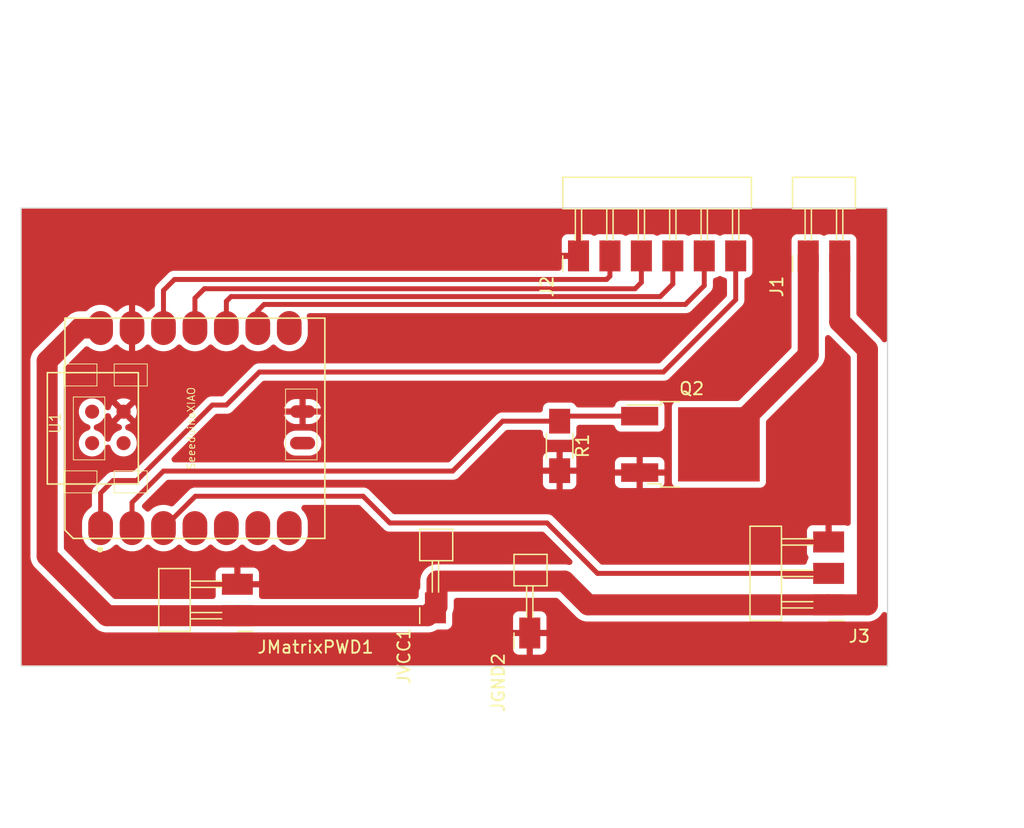
<source format=kicad_pcb>
(kicad_pcb (version 20221018) (generator pcbnew)

  (general
    (thickness 1.6)
  )

  (paper "A4")
  (layers
    (0 "F.Cu" signal)
    (31 "B.Cu" signal)
    (32 "B.Adhes" user "B.Adhesive")
    (33 "F.Adhes" user "F.Adhesive")
    (34 "B.Paste" user)
    (35 "F.Paste" user)
    (36 "B.SilkS" user "B.Silkscreen")
    (37 "F.SilkS" user "F.Silkscreen")
    (38 "B.Mask" user)
    (39 "F.Mask" user)
    (40 "Dwgs.User" user "User.Drawings")
    (41 "Cmts.User" user "User.Comments")
    (42 "Eco1.User" user "User.Eco1")
    (43 "Eco2.User" user "User.Eco2")
    (44 "Edge.Cuts" user)
    (45 "Margin" user)
    (46 "B.CrtYd" user "B.Courtyard")
    (47 "F.CrtYd" user "F.Courtyard")
    (48 "B.Fab" user)
    (49 "F.Fab" user)
    (50 "User.1" user)
    (51 "User.2" user)
    (52 "User.3" user)
    (53 "User.4" user)
    (54 "User.5" user)
    (55 "User.6" user)
    (56 "User.7" user)
    (57 "User.8" user)
    (58 "User.9" user)
  )

  (setup
    (stackup
      (layer "F.SilkS" (type "Top Silk Screen"))
      (layer "F.Paste" (type "Top Solder Paste"))
      (layer "F.Mask" (type "Top Solder Mask") (thickness 0.01))
      (layer "F.Cu" (type "copper") (thickness 0.035))
      (layer "dielectric 1" (type "core") (thickness 1.51) (material "FR4") (epsilon_r 4.5) (loss_tangent 0.02))
      (layer "B.Cu" (type "copper") (thickness 0.035))
      (layer "B.Mask" (type "Bottom Solder Mask") (thickness 0.01))
      (layer "B.Paste" (type "Bottom Solder Paste"))
      (layer "B.SilkS" (type "Bottom Silk Screen"))
      (copper_finish "None")
      (dielectric_constraints no)
    )
    (pad_to_mask_clearance 0)
    (pcbplotparams
      (layerselection 0x0001000_7fffffff)
      (plot_on_all_layers_selection 0x0000000_00000000)
      (disableapertmacros false)
      (usegerberextensions false)
      (usegerberattributes true)
      (usegerberadvancedattributes true)
      (creategerberjobfile true)
      (dashed_line_dash_ratio 12.000000)
      (dashed_line_gap_ratio 3.000000)
      (svgprecision 4)
      (plotframeref false)
      (viasonmask false)
      (mode 1)
      (useauxorigin false)
      (hpglpennumber 1)
      (hpglpenspeed 20)
      (hpglpendiameter 15.000000)
      (dxfpolygonmode true)
      (dxfimperialunits true)
      (dxfusepcbnewfont true)
      (psnegative false)
      (psa4output false)
      (plotreference true)
      (plotvalue true)
      (plotinvisibletext false)
      (sketchpadsonfab false)
      (subtractmaskfromsilk false)
      (outputformat 1)
      (mirror false)
      (drillshape 0)
      (scaleselection 1)
      (outputdirectory "")
    )
  )

  (net 0 "")
  (net 1 "GND")
  (net 2 "MatrixLED")
  (net 3 "BikePWM")
  (net 4 "unconnected-(U1-PB08_A6_D6_TX-Pad7)")
  (net 5 "unconnected-(U1-PA9_A5_D5_SCL-Pad6)")
  (net 6 "unconnected-(U1-PA8_A4_D4_SDA-Pad5)")
  (net 7 "bike+")
  (net 8 "unconnected-(U1-PA31_SWDIO-Pad17)")
  (net 9 "unconnected-(U1-PA30_SWCLK-Pad18)")
  (net 10 "unconnected-(U1-RESET-Pad19)")
  (net 11 "+3.3V")
  (net 12 "SS")
  (net 13 "SCK")
  (net 14 "MISO")
  (net 15 "MOSI")
  (net 16 "bike-")
  (net 17 "unconnected-(U1-PB09_A7_D7_RX-Pad8)")
  (net 18 "unconnected-(U1-PA11_A3_D3-Pad4)")

  (footprint "fab:PinHeader_1x06_P2.54mm_Horizontal_SMD" (layer "F.Cu") (at 145.034 101.868 90))

  (footprint "fab:TO-252" (layer "F.Cu") (at 154.178 117.094))

  (footprint "fab:PinHeader_1x03_P2.54mm_Horizontal_SMD" (layer "F.Cu") (at 165.241 130.058 180))

  (footprint "fab:PinHeader_1x02_P2.54mm_Horizontal_SMD" (layer "F.Cu") (at 163.596 101.868 90))

  (footprint "fab:PinHeader_1x01_P2.54mm_Horizontal_SMD" (layer "F.Cu") (at 133.477 130.302 90))

  (footprint "fab:R_1206" (layer "F.Cu") (at 143.51 117.221 -90))

  (footprint "fab:PinHeader_1x02_P2.54mm_Horizontal_SMD" (layer "F.Cu") (at 117.475 130.937 180))

  (footprint "xiaosamd21:Seeeduino XIAO-MOUDLE14P-2.54-21X17.8MM" (layer "F.Cu")
    (tstamp e9ee4342-7287-46b3-9018-1b118e8a8018)
    (at 124.54382 124.69368 90)
    (property "Sheetfile" "traffic_sign_board.kicad_sch")
    (property "Sheetname" "")
    (path "/b7ccfb70-c345-4bd0-a6f1-1485e0d3596b")
    (attr smd)
    (fp_text reference "U1" (at 9.3345 -21.7805 90) (layer "F.SilkS")
        (effects (font (size 0.889 0.889) (thickness 0.1016)))
      (tstamp 5a883493-47ef-4a61-a8e5-607eadafbff8)
    )
    (fp_text value "SeeeduinoXIAO" (at 8.89 -10.795 90) (layer "F.SilkS")
        (effects (font (size 0.6096 0.6096) (thickness 0.0762)))
      (tstamp 1f7a3382-01f2-4149-bbd7-aa5e2cc429cb)
    )
    (fp_line (start 0 -20.32762) (end 0 0)
      (stroke (width 0.127) (type solid)) (layer "F.SilkS") (tstamp fa3c7c08-c599-4a1a-bf79-f3e3c81576c6))
    (fp_line (start 0 0) (end 17.79778 0)
      (stroke (width 0.127) (type solid)) (layer "F.SilkS") (tstamp 940be2ea-22c2-46d6-86fe-49d0429664c7))
    (fp_line (start 0.67056 -20.99818) (end 0 -20.32762)
      (stroke (width 0.127) (type solid)) (layer "F.SilkS") (tstamp 3057ebe0-27b2-48de-a4b4-5cdbc4dba6b7))
    (fp_line (start 3.683 -21.082) (end 5.461 -21.082)
      (stroke (width 0.06604) (type solid)) (layer "F.SilkS") (tstamp af2487aa-3f8f-4dca-aac6-d76f2e53049a))
    (fp_line (start 3.683 -18.415) (end 3.683 -21.082)
      (stroke (width 0.06604) (type solid)) (layer "F.SilkS") (tstamp 4b79826b-aba3-48e2-85a6-e990133b0278))
    (fp_line (start 3.683 -18.415) (end 5.461 -18.415)
      (stroke (width 0.06604) (type solid)) (layer "F.SilkS") (tstamp fd981c16-97db-409d-bb70-6ba69a5c3bb3))
    (fp_line (start 3.683 -17.018) (end 5.461 -17.018)
      (stroke (width 0.06604) (type solid)) (layer "F.SilkS") (tstamp dbc104fe-1eb2-43fd-8550-309da630a7a2))
    (fp_line (start 3.683 -14.34846) (end 3.683 -17.018)
      (stroke (width 0.06604) (type solid)) (layer "F.SilkS") (tstamp ffce51f6-7d96-4075-8d4e-9de698773e5c))
    (fp_line (start 3.683 -14.34846) (end 5.461 -14.34846)
      (stroke (width 0.06604) (type solid)) (layer "F.SilkS") (tstamp d62c635d-bd30-4521-a7ae-855a8df2b72a))
    (fp_line (start 4.3942 -15.06982) (end 4.3942 -22.42312)
      (stroke (width 0.127) (type solid)) (layer "F.SilkS") (tstamp 35f3de44-4be7-431f-8d92-3e6a7f28d4fc))
    (fp_line (start 4.39928 -22.42312) (end 13.39342 -22.42312)
      (stroke (width 0.127) (type solid)) (layer "F.SilkS") (tstamp 34374dc6-8e8b-4a67-8e91-6b5375e741a3))
    (fp_line (start 5.461 -18.415) (end 5.461 -21.082)
      (stroke (width 0.06604) (type solid)) (layer "F.SilkS") (tstamp 4d36f50b-76bb-48e0-b7ea-38a7c2329846))
    (fp_line (start 5.461 -14.34846) (end 5.461 -17.018)
      (stroke (width 0.06604) (type solid)) (layer "F.SilkS") (tstamp d230a9ad-bef4-4fa3-b155-7f39a48e53fb))
    (fp_line (start 6.35 -20.32) (end 11.43 -20.32)
      (stroke (width 0.06604) (type solid)) (layer "F.SilkS") (tstamp c6988d25-2019-444c-8dc4-9029bce59811))
    (fp_line (start 6.35 -17.78) (end 6.35 -20.32)
      (stroke (width 0.06604) (type solid)) (layer "F.SilkS") (tstamp 785db6dc-3a5a-4291-81a8-52852e4cc39e))
    (fp_line (start 6.35 -17.78) (end 11.43 -17.78)
      (stroke (width 0.06604) (type solid)) (layer "F.SilkS") (tstamp ac91f50a-cb25-49e0-9fea-275587bedecd))
    (fp_line (start 6.35 -3.175) (end 12.065 -3.175)
      (stroke (width 0.06604) (type solid)) (layer "F.SilkS") (tstamp 38d85cf9-ed41-4c13-8bd3-17bbb3f8ef96))
    (fp_line (start 6.35 -0.635) (end 6.35 -3.175)
      (stroke (width 0.06604) (type solid)) (layer "F.SilkS") (tstamp c604bac2-d878-42fa-9d93-915c60e02d11))
    (fp_line (start 6.35 -0.635) (end 12.065 -0.635)
      (stroke (width 0.06604) (type solid)) (layer "F.SilkS") (tstamp 0f4bfee2-68ce-432d-8485-01d501e8cb99))
    (fp_line (start 11.43 -17.78) (end 11.43 -20.32)
      (stroke (width 0.06604) (type solid)) (layer "F.SilkS") (tstamp 74205e8d-2082-408f-8480-7222e3cd9983))
    (fp_line (start 12.065 -0.635) (end 12.065 -3.175)
      (stroke (width 0.06604) (type solid)) (layer "F.SilkS") (tstamp 19985fab-45ee-4cf0-8c69-71eae14527a9))
    (fp_line (start 12.319 -21.082) (end 14.097 -21.082)
      (stroke (width 0.06604) (type solid)) (layer "F.SilkS") (tstamp c990c6e7-5a36-45f6-9b1c-0d766addb141))
    (fp_line (start 12.319 -18.415) (end 12.319 -21.082)
      (stroke (width 0.06604) (type solid)) (layer "F.SilkS") (tstamp 8778b359-5465-4655-b1ea-e71619c812b4))
    (fp_line (start 12.319 -18.415) (end 14.097 -18.415)
      (stroke (width 0.06604) (type solid)) (layer "F.SilkS") (tstamp 4030ab01-d8e3-4efd-9b8b-c7e5fdd0d0d4))
    (fp_line (start 12.319 -17.018) (end 14.097 -17.018)
      (stroke (width 0.06604) (type solid)) (layer "F.SilkS") (tstamp 3e89f660-6cb0-4600-9dea-2cc1d60ce712))
    (fp_line (start 12.319 -14.34846) (end 12.319 -17.018)
      (stroke (width 0.06604) (type solid)) (layer "F.SilkS") (tstamp b8f81d0c-1876-4cf4-b558-e7b1a9f581b0))
    (fp_line (start 12.319 -14.34846) (end 14.097 -14.34846)
      (stroke (width 0.06604) (type solid)) (layer "F.SilkS") (tstamp b66a156e-017c-493b-806c-55e1351232ac))
    (fp_line (start 13.39342 -22.42312) (end 13.39342 -15.06982)
      (stroke (width 0.127) (type solid)) (layer "F.SilkS") (tstamp 388fb91f-b2ec-42d2-8f13-a0ff1c493df2))
    (fp_line (start 13.39342 -15.06982) (end 4.3942 -15.06982)
      (stroke (width 0.127) (type solid)) (layer "F.SilkS") (tstamp 69479dd8-8260-400c-9c46-b9c14aac363c))
    (fp_line (start 14.097 -18.415) (end 14.097 -21.082)
      (stroke (width 0.06604) (type solid)) (layer "F.SilkS") (tstamp 8af9c7b7-ff8b-4a69-bc26-679c3720686a))
    (fp_line (start 14.097 -14.34846) (end 14.097 -17.018)
      (stroke (width 0.06604) (type solid)) (layer "F.SilkS") (tstamp 17c3ac05-e1bf-4f53-aa8b-72c747b10a49))
    (fp_line (start 17.79778 -20.99818) (end 0.67056 -20.99818)
      (stroke (width 0.127) (type solid)) (layer "F.SilkS") (tstamp d41d491e-e5e1-42d2-a3ca-a6186c5be864))
    (fp_line (start 17.79778 0) (end 17.79778 -20.99818)
      (stroke (width 0.127) (type solid)) (layer "F.SilkS") (tstamp ce416450-3384-46c3-b1ec-e7f1cb26e49f))
    (fp_circle (center -0.889 -18.161) (end -0.889 -18.415)
      (stroke (width 0) (type solid)) (fill solid) (layer "F.SilkS") (tstamp 065c9558-8650-48b8-b590-2de385454316))
    (fp_line (start 0 -20.955) (end 17.65046 -20.955)
      (stroke (width 0.06604) (type solid)) (layer "Dwgs.User") (tstamp 8db13ba3-8a7d-4234-91de-2cadfa90f97c))
    (fp_line (start 0 0) (end 0 -20.955)
      (stroke (width 0.06604) (type solid)) (layer "Dwgs.User") (tstamp 6a8f6dd5-bcfc-48f1-9f3b-782f35092b21))
    (fp_line (start 0 0) (end 17.65046 0)
      (stroke (width 0.06604) (type solid)) (layer "Dwgs.User") (tstamp c0d1678e-70cb-4384-a058-e7349487d4c1))
    (fp_line (start 17.65046 0) (end 17.65046 -20.955)
      (stroke (width 0.06604) (type solid)) (layer "Dwgs.User") (tstamp 82811e8d-5fa0-41a7-9a41-7bc03bfc1a90))
    (fp_line (start -0.23946 -17.047776) (end -0.23946 -19.043455)
      (stroke (width 0.0254) (type solid)) (layer "F.Fab") (tstamp 3826d086-aa7b-4643-b5c0-e2ed9ee9f3a1))
    (fp_line (start -0.23946 -14.507776) (end -0.23946 -16.503455)
      (stroke (width 0.0254) (type solid)) (layer "F.Fab") (tstamp a377b0b2-7603-4b09-9e01-a930f96cb980))
    (fp_line (start -0.23946 -13.963455) (end -0.23946 -11.967776)
      (stroke (width 0.0254) (type solid)) (layer "F.Fab") (tstamp b752e56a-9430-4957-adc2-c193afe97d85))
    (fp_line (start -0.23946 -9.427776) (end -0.23946 -11.423455)
      (stroke (width 0.0254) (type solid)) (layer "F.Fab") (tstamp fbe9c210-a5e6-4697-a11e-ed1f0cb3992f))
    (fp_line (start -0.23946 -6.887776) (end -0.23946 -8.883455)
      (stroke (width 0.0254) (type solid)) (layer "F.Fab") (tstamp 5303e18e-40f0-43d4-ae84-7b4e77c5f386))
    (fp_line (start -0.23946 -6.343455) (end -0.23946 -4.347776)
      (stroke (width 0.0254) (type solid)) (layer "F.Fab") (tstamp f159b671-6915-423a-821d-e88afbfeade2))
    (fp_line (start -0.23946 -3.803455) (end -0.23946 -1.807776)
      (stroke (width 0.0254) (type solid)) (layer "F.Fab") (tstamp 533dcbef-73f2-435b-af1d-acfc8a4e1da8))
    (fp_line (start -0.239205 -19.043455) (end -0.239205 -17.047776)
      (stroke (width 0.0254) (type solid)) (layer "F.Fab") (tstamp 787c30e2-6b8e-4a55-90ac-1b5c0e566a6d))
    (fp_line (start -0.239205 -16.503455) (end -0.239205 -14.507776)
      (stroke (width 0.0254) (type solid)) (layer "F.Fab") (tstamp f5de8f58-f1b3-4fb9-a393-cac74a4b5432))
    (fp_line (start -0.239205 -11.967776) (end -0.239205 -13.963455)
      (stroke (width 0.0254) (type solid)) (layer "F.Fab") (tstamp e67da895-22da-4bd5-84d7-7cae195c2564))
    (fp_line (start -0.239205 -11.423455) (end -0.239205 -9.427776)
      (stroke (width 0.0254) (type solid)) (layer "F.Fab") (tstamp cc94a11a-3a4d-47b7-a0b7-86b57ca6fac4))
    (fp_line (start -0.239205 -8.883455) (end -0.239205 -6.887776)
      (stroke (width 0.0254) (type solid)) (layer "F.Fab") (tstamp 3dbf58a9-7e61-4d2d-8dd5-39bba00b56ee))
    (fp_line (start -0.239205 -4.347776) (end -0.239205 -6.343455)
      (stroke (width 0.0254) (type solid)) (layer "F.Fab") (tstamp d00b4978-ec89-45d9-8e30-7e2ba6db64ca))
    (fp_line (start -0.239205 -1.807776) (end -0.239205 -3.803455)
      (stroke (width 0.0254) (type solid)) (layer "F.Fab") (tstamp fafe7cf7-f8ca-4562-a7d1-80a49c39ce92))
    (fp_line (start -0.238952 -17.047776) (end -0.238952 -19.043455)
      (stroke (width 0.0254) (type solid)) (layer "F.Fab") (tstamp 6845dff5-a084-4e63-8619-7a9f5d9b144e))
    (fp_line (start -0.238952 -14.507776) (end -0.238952 -16.503455)
      (stroke (width 0.0254) (type solid)) (layer "F.Fab") (tstamp 6f5f0650-bd25-4cbf-8cd8-f42432d5f03c))
    (fp_line (start -0.238952 -13.963455) (end -0.238952 -11.967776)
      (stroke (width 0.0254) (type solid)) (layer "F.Fab") (tstamp b2e2e9f2-b53f-4838-8736-0e4a4123bc1e))
    (fp_line (start -0.238952 -9.427776) (end -0.238952 -11.423455)
      (stroke (width 0.0254) (type solid)) (layer "F.Fab") (tstamp 71dbe391-9f39-45b4-9b70-221184ef0e0b))
    (fp_line (start -0.238952 -6.887776) (end -0.238952 -8.883455)
      (stroke (width 0.0254) (type solid)) (layer "F.Fab") (tstamp 342cc4d1-c520-4486-beac-8dd1a0830fb9))
    (fp_line (start -0.238952 -6.343455) (end -0.238952 -4.347776)
      (stroke (width 0.0254) (type solid)) (layer "F.Fab") (tstamp 8911dd08-e631-47fd-90d5-25f855940560))
    (fp_line (start -0.238952 -3.803455) (end -0.238952 -1.807776)
      (stroke (width 0.0254) (type solid)) (layer "F.Fab") (tstamp dab13085-ca7f-4d80-8154-c137ab769d61))
    (fp_line (start -0.238697 -19.043455) (end -0.238697 -17.047776)
      (stroke (width 0.0254) (type solid)) (layer "F.Fab") (tstamp 2581f6d2-0768-4eb9-a4d1-114f06f63284))
    (fp_line (start -0.238697 -16.503455) (end -0.238697 -14.507776)
      (stroke (width 0.0254) (type solid)) (layer "F.Fab") (tstamp 0303f858-bbe4-4b18-a896-3343be441105))
    (fp_line (start -0.238697 -11.967776) (end -0.238697 -13.963455)
      (stroke (width 0.0254) (type solid)) (layer "F.Fab") (tstamp e538bdf3-e3d8-4be4-8a70-eb15055d6496))
    (fp_line (start -0.238697 -11.423455) (end -0.238697 -9.427776)
      (stroke (width 0.0254) (type solid)) (layer "F.Fab") (tstamp f0d9d632-fa51-4f54-bfcb-fac71739cfd6))
    (fp_line (start -0.238697 -8.883455) (end -0.238697 -6.887776)
      (stroke (width 0.0254) (type solid)) (layer "F.Fab") (tstamp d96e5602-5f94-4db1-935d-6ff2345522f0))
    (fp_line (start -0.238697 -4.347776) (end -0.238697 -6.343455)
      (stroke (width 0.0254) (type solid)) (layer "F.Fab") (tstamp 5a31a4f9-46be-45da-9c5c-bf40aa7453d4))
    (fp_line (start -0.238697 -1.807776) (end -0.238697 -3.803455)
      (stroke (width 0.0254) (type solid)) (layer "F.Fab") (tstamp 57b99050-3e75-4bf3-8046-51dee6b72b36))
    (fp_line (start -0.238444 -17.047776) (end -0.238444 -19.043455)
      (stroke (width 0.0254) (type solid)) (layer "F.Fab") (tstamp 28334b6e-af2e-42bd-b721-94815efb4af9))
    (fp_line (start -0.238444 -14.507776) (end -0.238444 -16.503455)
      (stroke (width 0.0254) (type solid)) (layer "F.Fab") (tstamp a470afa0-b622-49dc-9de8-b4d45bd1de62))
    (fp_line (start -0.238444 -13.963455) (end -0.238444 -11.967776)
      (stroke (width 0.0254) (type solid)) (layer "F.Fab") (tstamp 4af38a85-301d-4369-a84c-8d50dd738909))
    (fp_line (start -0.238444 -9.427776) (end -0.238444 -11.423455)
      (stroke (width 0.0254) (type solid)) (layer "F.Fab") (tstamp 22cf058e-4bc6-43a2-bc4a-6e9d3a47fa0b))
    (fp_line (start -0.238444 -6.887776) (end -0.238444 -8.883455)
      (stroke (width 0.0254) (type solid)) (layer "F.Fab") (tstamp f19c7a9c-511c-4010-8360-53b5270fe768))
    (fp_line (start -0.238444 -6.343455) (end -0.238444 -4.347776)
      (stroke (width 0.0254) (type solid)) (layer "F.Fab") (tstamp 95264625-3e66-4a18-a35e-a12757b377d1))
    (fp_line (start -0.238444 -3.803455) (end -0.238444 -1.807776)
      (stroke (width 0.0254) (type solid)) (layer "F.Fab") (tstamp c0e59c5e-cc3e-4319-a237-b81e542da8ec))
    (fp_line (start -0.238189 -19.043455) (end -0.238189 -17.047776)
      (stroke (width 0.0254) (type solid)) (layer "F.Fab") (tstamp 6ce43603-987e-4e3a-9d19-94a90fc54294))
    (fp_line (start -0.238189 -16.503455) (end -0.238189 -14.507776)
      (stroke (width 0.0254) (type solid)) (layer "F.Fab") (tstamp 16ffccb2-dd1c-421b-b0bf-b677a522649d))
    (fp_line (start -0.238189 -11.967776) (end -0.238189 -13.963455)
      (stroke (width 0.0254) (type solid)) (layer "F.Fab") (tstamp d15b97b9-8b17-41f4-95cc-b5ffee42c8c5))
    (fp_line (start -0.238189 -11.423455) (end -0.238189 -9.427776)
      (stroke (width 0.0254) (type solid)) (layer "F.Fab") (tstamp aba0faab-dd6e-4de1-a2f9-de3c8bef096c))
    (fp_line (start -0.238189 -8.883455) (end -0.238189 -6.887776)
      (stroke (width 0.0254) (type solid)) (layer "F.Fab") (tstamp 619bc404-b722-4bb6-adbd-08f1746f9e68))
    (fp_line (start -0.238189 -4.347776) (end -0.238189 -6.343455)
      (stroke (width 0.0254) (type solid)) (layer "F.Fab") (tstamp 182a7b41-001c-4676-b4c0-c5dbbbbc6c5f))
    (fp_line (start -0.238189 -1.807776) (end -0.238189 -3.803455)
      (stroke (width 0.0254) (type solid)) (layer "F.Fab") (tstamp b241640c-e1ff-42e6-909f-dce90da73992))
    (fp_line (start -0.237936 -17.047776) (end -0.237936 -19.043455)
      (stroke (width 0.0254) (type solid)) (layer "F.Fab") (tstamp ba26c3d3-b5c7-4869-be95-153c886175b8))
    (fp_line (start -0.237936 -14.507776) (end -0.237936 -16.503455)
      (stroke (width 0.0254) (type solid)) (layer "F.Fab") (tstamp 73cc9ecf-e61a-4200-b0a5-5c7475dc83f5))
    (fp_line (start -0.237936 -13.963455) (end -0.237936 -11.967776)
      (stroke (width 0.0254) (type solid)) (layer "F.Fab") (tstamp a8501cc9-f910-463a-8237-3b76e6b331ff))
    (fp_line (start -0.237936 -9.427776) (end -0.237936 -11.423455)
      (stroke (width 0.0254) (type solid)) (layer "F.Fab") (tstamp 7e540f52-28d3-47f9-951b-6ffd98ced83d))
    (fp_line (start -0.237936 -6.887776) (end -0.237936 -8.883455)
      (stroke (width 0.0254) (type solid)) (layer "F.Fab") (tstamp aeca8dfc-b55d-43aa-a982-b75570687345))
    (fp_line (start -0.237936 -6.343455) (end -0.237936 -4.347776)
      (stroke (width 0.0254) (type solid)) (layer "F.Fab") (tstamp 74446370-bc12-441c-bd53-a781e2f9020d))
    (fp_line (start -0.237936 -3.803455) (end -0.237936 -1.807776)
      (stroke (width 0.0254) (type solid)) (layer "F.Fab") (tstamp 869c9d44-abb1-4757-883a-2c2ffafc4535))
    (fp_line (start -0.237681 -19.043455) (end -0.237681 -17.047776)
      (stroke (width 0.0254) (type solid)) (layer "F.Fab") (tstamp dfc07a24-53d8-42de-9efd-7e0e6cf7cba4))
    (fp_line (start -0.237681 -16.503455) (end -0.237681 -14.507776)
      (stroke (width 0.0254) (type solid)) (layer "F.Fab") (tstamp 30212f57-d9ae-40f7-87ef-0db748c6e69c))
    (fp_line (start -0.237681 -11.967776) (end -0.237681 -13.963455)
      (stroke (width 0.0254) (type solid)) (layer "F.Fab") (tstamp 88fbe9c3-9dc5-4119-ad6a-df8c386a3cf1))
    (fp_line (start -0.237681 -11.423455) (end -0.237681 -9.427776)
      (stroke (width 0.0254) (type solid)) (layer "F.Fab") (tstamp 3f1f7894-e433-4c46-8012-689eed7b7784))
    (fp_line (start -0.237681 -8.883455) (end -0.237681 -6.887776)
      (stroke (width 0.0254) (type solid)) (layer "F.Fab") (tstamp d07908cc-bdd2-4ef3-b395-9667180a6109))
    (fp_line (start -0.237681 -4.347776) (end -0.237681 -6.343455)
      (stroke (width 0.0254) (type solid)) (layer "F.Fab") (tstamp c57119a8-4e72-403c-a6c2-1b292f0675d0))
    (fp_line (start -0.237681 -1.807776) (end -0.237681 -3.803455)
      (stroke (width 0.0254) (type solid)) (layer "F.Fab") (tstamp 7fd13664-78eb-4e5e-9e8e-a699372348a8))
    (fp_line (start -0.237428 -17.047776) (end -0.237428 -19.043455)
      (stroke (width 0.0254) (type solid)) (layer "F.Fab") (tstamp 8ea05234-7911-431a-930a-dc9e53996dfc))
    (fp_line (start -0.237428 -14.507776) (end -0.237428 -16.503455)
      (stroke (width 0.0254) (type solid)) (layer "F.Fab") (tstamp 696af4c2-9383-4b10-b5ff-dd98a94bd5c7))
    (fp_line (start -0.237428 -13.963455) (end -0.237428 -11.967776)
      (stroke (width 0.0254) (type solid)) (layer "F.Fab") (tstamp eac08b50-67cd-4f3c-ab4f-706f655fd2e8))
    (fp_line (start -0.237428 -9.427776) (end -0.237428 -11.423455)
      (stroke (width 0.0254) (type solid)) (layer "F.Fab") (tstamp cc5ef02f-a105-4cc3-b338-96cd519bbfac))
    (fp_line (start -0.237428 -6.887776) (end -0.237428 -8.883455)
      (stroke (width 0.0254) (type solid)) (layer "F.Fab") (tstamp 9164d981-c1f0-42c6-a92a-69668ca0bb22))
    (fp_line (start -0.237428 -6.343455) (end -0.237428 -4.347776)
      (stroke (width 0.0254) (type solid)) (layer "F.Fab") (tstamp 5b6ee65a-de4e-4e5b-9b38-f9c2711e5973))
    (fp_line (start -0.237428 -3.803455) (end -0.237428 -1.807776)
      (stroke (width 0.0254) (type solid)) (layer "F.Fab") (tstamp 1d4665e2-e17a-49c1-9cd1-838e4c199f6e))
    (fp_line (start -0.237173 -19.043455) (end -0.237173 -17.047776)
      (stroke (width 0.0254) (type solid)) (layer "F.Fab") (tstamp 5028f4a6-db01-4048-9aba-b45f69877322))
    (fp_line (start -0.237173 -16.503455) (end -0.237173 -14.507776)
      (stroke (width 0.0254) (type solid)) (layer "F.Fab") (tstamp f2c60d1a-e89d-455a-9c71-009744335a6f))
    (fp_line (start -0.237173 -11.967776) (end -0.237173 -13.963455)
      (stroke (width 0.0254) (type solid)) (layer "F.Fab") (tstamp 26e23117-be5d-45eb-a7b6-8261431663d9))
    (fp_line (start -0.237173 -11.423455) (end -0.237173 -9.427776)
      (stroke (width 0.0254) (type solid)) (layer "F.Fab") (tstamp 87071caf-a78e-4339-a79b-fec60836486d))
    (fp_line (start -0.237173 -8.883455) (end -0.237173 -6.887776)
      (stroke (width 0.0254) (type solid)) (layer "F.Fab") (tstamp a64d886f-26ea-4645-bbc0-757101a9f3ec))
    (fp_line (start -0.237173 -4.347776) (end -0.237173 -6.343455)
      (stroke (width 0.0254) (type solid)) (layer "F.Fab") (tstamp 3913e422-2f37-45a6-9954-71973ad10369))
    (fp_line (start -0.237173 -1.807776) (end -0.237173 -3.803455)
      (stroke (width 0.0254) (type solid)) (layer "F.Fab") (tstamp 25df67ae-d52f-4565-86ee-47983b8b4e53))
    (fp_line (start -0.23692 -17.047776) (end -0.23692 -19.043455)
      (stroke (width 0.0254) (type solid)) (layer "F.Fab") (tstamp 6f398ba4-dc26-4faa-85cb-11819d50779f))
    (fp_line (start -0.23692 -14.507776) (end -0.23692 -16.503455)
      (stroke (width 0.0254) (type solid)) (layer "F.Fab") (tstamp d6265b63-f543-405f-85f1-be8e8f0f816c))
    (fp_line (start -0.23692 -13.963455) (end -0.23692 -11.967776)
      (stroke (width 0.0254) (type solid)) (layer "F.Fab") (tstamp b7951830-a5d4-42d4-a031-65bd0eeadd80))
    (fp_line (start -0.23692 -9.427776) (end -0.23692 -11.423455)
      (stroke (width 0.0254) (type solid)) (layer "F.Fab") (tstamp 0de67c84-9bf0-4e15-8bd6-98a50d3848db))
    (fp_line (start -0.23692 -6.887776) (end -0.23692 -8.883455)
      (stroke (width 0.0254) (type solid)) (layer "F.Fab") (tstamp b6a16fbd-4810-4d19-bb49-e1a634f4174a))
    (fp_line (start -0.23692 -6.343455) (end -0.23692 -4.347776)
      (stroke (width 0.0254) (type solid)) (layer "F.Fab") (tstamp 28be29f9-cef4-4a1e-b250-c699c61b2f19))
    (fp_line (start -0.23692 -3.803455) (end -0.23692 -1.807776)
      (stroke (width 0.0254) (type solid)) (layer "F.Fab") (tstamp c80d3388-1626-4dac-9fdd-298d46daabe5))
    (fp_line (start -0.236665 -19.043455) (end -0.236665 -17.047776)
      (stroke (width 0.0254) (type solid)) (layer "F.Fab") (tstamp fd6f1ce3-cc4e-477f-8002-98cf50eec9f9))
    (fp_line (start -0.236665 -16.503455) (end -0.236665 -14.507776)
      (stroke (width 0.0254) (type solid)) (layer "F.Fab") (tstamp e35d95a5-f27b-483b-a22b-d3a6ff459ca0))
    (fp_line (start -0.236665 -11.967776) (end -0.236665 -13.963455)
      (stroke (width 0.0254) (type solid)) (layer "F.Fab") (tstamp 4d200fe5-5d24-45ce-ae4b-0f2552d49aff))
    (fp_line (start -0.236665 -11.423455) (end -0.236665 -9.427776)
      (stroke (width 0.0254) (type solid)) (layer "F.Fab") (tstamp 66d8944a-db26-40a1-b3e0-7d0f1d3eebcc))
    (fp_line (start -0.236665 -8.883455) (end -0.236665 -6.887776)
      (stroke (width 0.0254) (type solid)) (layer "F.Fab") (tstamp 4bb6a45b-b464-4140-a93d-7365478a88a3))
    (fp_line (start -0.236665 -4.347776) (end -0.236665 -6.343455)
      (stroke (width 0.0254) (type solid)) (layer "F.Fab") (tstamp 850e83d7-6176-4bd3-97f2-d4ea3038d988))
    (fp_line (start -0.236665 -1.807776) (end -0.236665 -3.803455)
      (stroke (width 0.0254) (type solid)) (layer "F.Fab") (tstamp 56edb3da-8552-4bac-a218-a4707634b4bb))
    (fp_line (start -0.236412 -17.047776) (end -0.236412 -19.043455)
      (stroke (width 0.0254) (type solid)) (layer "F.Fab") (tstamp 4e118b96-c736-4738-9613-6f1a241074e6))
    (fp_line (start -0.236412 -14.507776) (end -0.236412 -16.503455)
      (stroke (width 0.0254) (type solid)) (layer "F.Fab") (tstamp d385f5d7-322d-4792-8e7c-ca79d101af82))
    (fp_line (start -0.236412 -13.963455) (end -0.236412 -11.967776)
      (stroke (width 0.0254) (type solid)) (layer "F.Fab") (tstamp 5ceb35d4-1356-4d42-9314-64fb8dbdbe25))
    (fp_line (start -0.236412 -9.427776) (end -0.236412 -11.423455)
      (stroke (width 0.0254) (type solid)) (layer "F.Fab") (tstamp f07c9255-4fc7-4169-91ed-bc75a4ef6b46))
    (fp_line (start -0.236412 -6.887776) (end -0.236412 -8.883455)
      (stroke (width 0.0254) (type solid)) (layer "F.Fab") (tstamp b27ee0e6-4576-444b-a820-d97963000163))
    (fp_line (start -0.236412 -6.343455) (end -0.236412 -4.347776)
      (stroke (width 0.0254) (type solid)) (layer "F.Fab") (tstamp eaa171a1-a9f1-4b84-9906-7f492246777b))
    (fp_line (start -0.236412 -3.803455) (end -0.236412 -1.807776)
      (stroke (width 0.0254) (type solid)) (layer "F.Fab") (tstamp 2874169a-7e59-4e55-b472-0305bd135b73))
    (fp_line (start -0.236157 -19.043455) (end -0.236157 -17.047776)
      (stroke (width 0.0254) (type solid)) (layer "F.Fab") (tstamp 7a4da6f0-1c20-40b3-92b5-767000f31b6c))
    (fp_line (start -0.236157 -16.503455) (end -0.236157 -14.507776)
      (stroke (width 0.0254) (type solid)) (layer "F.Fab") (tstamp 967c66ec-152e-4f52-8dbf-a11d7f6a9e00))
    (fp_line (start -0.236157 -11.967776) (end -0.236157 -13.963455)
      (stroke (width 0.0254) (type solid)) (layer "F.Fab") (tstamp 53fff629-1f56-4c82-87f7-cf70ac2b5c2a))
    (fp_line (start -0.236157 -11.423455) (end -0.236157 -9.427776)
      (stroke (width 0.0254) (type solid)) (layer "F.Fab") (tstamp 9721e18a-fc95-4065-bfe6-7fe0a57be863))
    (fp_line (start -0.236157 -8.883455) (end -0.236157 -6.887776)
      (stroke (width 0.0254) (type solid)) (layer "F.Fab") (tstamp 709187e6-9a3b-4496-87c6-23fbb21726e9))
    (fp_line (start -0.236157 -4.347776) (end -0.236157 -6.343455)
      (stroke (width 0.0254) (type solid)) (layer "F.Fab") (tstamp e06dae61-b21d-47ef-9a6c-6d2646ce74f4))
    (fp_line (start -0.236157 -1.807776) (end -0.236157 -3.803455)
      (stroke (width 0.0254) (type solid)) (layer "F.Fab") (tstamp cfe0c398-4365-4a73-a31d-7084779d9410))
    (fp_line (start -0.235904 -17.047776) (end -0.235904 -19.043455)
      (stroke (width 0.0254) (type solid)) (layer "F.Fab") (tstamp db6cfb55-d06a-473c-bb5d-f02f617719a2))
    (fp_line (start -0.235904 -14.507776) (end -0.235904 -16.503455)
      (stroke (width 0.0254) (type solid)) (layer "F.Fab") (tstamp cfbe8e58-a580-4798-8cfd-2e72a260e777))
    (fp_line (start -0.235904 -13.963455) (end -0.235904 -11.967776)
      (stroke (width 0.0254) (type solid)) (layer "F.Fab") (tstamp 40688d22-df18-4d40-9b45-5cf80201cae5))
    (fp_line (start -0.235904 -9.427776) (end -0.235904 -11.423455)
      (stroke (width 0.0254) (type solid)) (layer "F.Fab") (tstamp 127d102d-0a72-4169-8f36-bf5a6bf923dd))
    (fp_line (start -0.235904 -6.887776) (end -0.235904 -8.883455)
      (stroke (width 0.0254) (type solid)) (layer "F.Fab") (tstamp 50361dfc-7f73-4ebb-a07a-a906404d2dca))
    (fp_line (start -0.235904 -6.343455) (end -0.235904 -4.347776)
      (stroke (width 0.0254) (type solid)) (layer "F.Fab") (tstamp 25a92e7d-a01c-4167-bae6-bbb54ffbb009))
    (fp_line (start -0.235904 -3.803455) (end -0.235904 -1.807776)
      (stroke (width 0.0254) (type solid)) (layer "F.Fab") (tstamp d231b5d7-bf9b-4e10-af37-ce27e582f197))
    (fp_line (start -0.235649 -19.043455) (end -0.235649 -17.047776)
      (stroke (width 0.0254) (type solid)) (layer "F.Fab") (tstamp 45923dbd-9540-4946-a6ea-8a70cc1bae71))
    (fp_line (start -0.235649 -16.503455) (end -0.235649 -14.507776)
      (stroke (width 0.0254) (type solid)) (layer "F.Fab") (tstamp 16d53ad1-449b-491a-b557-96c8d1d0b2c4))
    (fp_line (start -0.235649 -11.967776) (end -0.235649 -13.963455)
      (stroke (width 0.0254) (type solid)) (layer "F.Fab") (tstamp 09638d29-6c8d-40fa-a3dc-14ad984ced02))
    (fp_line (start -0.235649 -11.423455) (end -0.235649 -9.427776)
      (stroke (width 0.0254) (type solid)) (layer "F.Fab") (tstamp 2ac0d4a2-1965-4af3-a4f3-6f0de9fa4431))
    (fp_line (start -0.235649 -8.883455) (end -0.235649 -6.887776)
      (stroke (width 0.0254) (type solid)) (layer "F.Fab") (tstamp 3bb795e5-e9ca-4ba7-b3e8-b8acb2f36806))
    (fp_line (start -0.235649 -4.347776) (end -0.235649 -6.343455)
      (stroke (width 0.0254) (type solid)) (layer "F.Fab") (tstamp ef1655a0-9600-4253-9a0b-24c160cfaf5f))
    (fp_line (start -0.235649 -1.807776) (end -0.235649 -3.803455)
      (stroke (width 0.0254) (type solid)) (layer "F.Fab") (tstamp 86091c85-299f-4ca5-a214-52001760ad0b))
    (fp_line (start -0.235396 -17.047776) (end -0.235396 -19.043455)
      (stroke (width 0.0254) (type solid)) (layer "F.Fab") (tstamp 354de01e-e036-4fc6-8b9f-498fa7dabde8))
    (fp_line (start -0.235396 -14.507776) (end -0.235396 -16.503455)
      (stroke (width 0.0254) (type solid)) (layer "F.Fab") (tstamp 3c724a84-6ffa-4bd6-aba6-4e28190b3bcf))
    (fp_line (start -0.235396 -13.963455) (end -0.235396 -11.967776)
      (stroke (width 0.0254) (type solid)) (layer "F.Fab") (tstamp 82851ea4-d063-4ae4-9f40-feb77451d5a7))
    (fp_line (start -0.235396 -9.427776) (end -0.235396 -11.423455)
      (stroke (width 0.0254) (type solid)) (layer "F.Fab") (tstamp 296684b0-2114-42ce-9d82-bd08a20de5f4))
    (fp_line (start -0.235396 -6.887776) (end -0.235396 -8.883455)
      (stroke (width 0.0254) (type solid)) (layer "F.Fab") (tstamp 4ca0dce3-5919-4817-997f-2582cb700959))
    (fp_line (start -0.235396 -6.343455) (end -0.235396 -4.347776)
      (stroke (width 0.0254) (type solid)) (layer "F.Fab") (tstamp e175b983-9d8c-4fbe-a961-7f8f0e3a47c8))
    (fp_line (start -0.235396 -3.803455) (end -0.235396 -1.807776)
      (stroke (width 0.0254) (type solid)) (layer "F.Fab") (tstamp b894dc25-837c-41d1-a4af-5ec4d7ad1fb3))
    (fp_line (start -0.235141 -19.043455) (end -0.235141 -17.047776)
      (stroke (width 0.0254) (type solid)) (layer "F.Fab") (tstamp 2fc76d47-b53c-4a54-809f-a8330cbf4422))
    (fp_line (start -0.235141 -16.503455) (end -0.235141 -14.507776)
      (stroke (width 0.0254) (type solid)) (layer "F.Fab") (tstamp 49d5053b-7c34-470d-9201-efce4073abb2))
    (fp_line (start -0.235141 -11.967776) (end -0.235141 -13.963455)
      (stroke (width 0.0254) (type solid)) (layer "F.Fab") (tstamp 5e44e5bf-2300-4125-a81c-ed62d08cc057))
    (fp_line (start -0.235141 -11.423455) (end -0.235141 -9.427776)
      (stroke (width 0.0254) (type solid)) (layer "F.Fab") (tstamp 729740d8-0dc9-4ad4-8fef-3db628555309))
    (fp_line (start -0.235141 -8.883455) (end -0.235141 -6.887776)
      (stroke (width 0.0254) (type solid)) (layer "F.Fab") (tstamp baca6e33-44a6-4324-915d-f483663e1539))
    (fp_line (start -0.235141 -4.347776) (end -0.235141 -6.343455)
      (stroke (width 0.0254) (type solid)) (layer "F.Fab") (tstamp 75acd531-72d0-4660-b195-57e3f5b66904))
    (fp_line (start -0.235141 -1.807776) (end -0.235141 -3.803455)
      (stroke (width 0.0254) (type solid)) (layer "F.Fab") (tstamp e3565e88-f2cc-491a-9558-f07effa7a9b8))
    (fp_line (start -0.234888 -17.047776) (end -0.234888 -19.043455)
      (stroke (width 0.0254) (type solid)) (layer "F.Fab") (tstamp 17683632-f911-48eb-b6b7-8aa07b8262b3))
    (fp_line (start -0.234888 -14.507776) (end -0.234888 -16.503455)
      (stroke (width 0.0254) (type solid)) (layer "F.Fab") (tstamp 0f840000-7c85-417d-8106-d957a7a35c5d))
    (fp_line (start -0.234888 -13.963455) (end -0.234888 -11.967776)
      (stroke (width 0.0254) (type solid)) (layer "F.Fab") (tstamp 1c6d6017-63ff-4ab3-8ec3-086e0d54bb8d))
    (fp_line (start -0.234888 -9.427776) (end -0.234888 -11.423455)
      (stroke (width 0.0254) (type solid)) (layer "F.Fab") (tstamp a638ec8f-6ebb-4f15-9ae5-4625401de6ed))
    (fp_line (start -0.234888 -6.887776) (end -0.234888 -8.883455)
      (stroke (width 0.0254) (type solid)) (layer "F.Fab") (tstamp 24849bd7-b9b7-4f22-9bc3-32d63f64e0f7))
    (fp_line (start -0.234888 -6.343455) (end -0.234888 -4.347776)
      (stroke (width 0.0254) (type solid)) (layer "F.Fab") (tstamp 15a220a3-0f0b-4d48-8dcf-b78a2b1686f8))
    (fp_line (start -0.234888 -3.803455) (end -0.234888 -1.807776)
      (stroke (width 0.0254) (type solid)) (layer "F.Fab") (tstamp 97f8f2da-ccbb-4267-910d-c2975e960e36))
    (fp_line (start -0.234633 -19.043455) (end -0.234633 -17.047776)
      (stroke (width 0.0254) (type solid)) (layer "F.Fab") (tstamp ca4fa010-3321-4058-9439-e224bdb1ab70))
    (fp_line (start -0.234633 -16.503455) (end -0.234633 -14.507776)
      (stroke (width 0.0254) (type solid)) (layer "F.Fab") (tstamp f3654981-be3f-4270-88cd-48e21f1e18b1))
    (fp_line (start -0.234633 -11.967776) (end -0.234633 -13.963455)
      (stroke (width 0.0254) (type solid)) (layer "F.Fab") (tstamp 0559371c-37b8-49eb-96bb-91bc8040b70e))
    (fp_line (start -0.234633 -11.423455) (end -0.234633 -9.427776)
      (stroke (width 0.0254) (type solid)) (layer "F.Fab") (tstamp 60e6de90-a1ad-4d9c-8afd-f253df081429))
    (fp_line (start -0.234633 -8.883455) (end -0.234633 -6.887776)
      (stroke (width 0.0254) (type solid)) (layer "F.Fab") (tstamp 82d672e7-8ceb-473b-a410-7ba2e56624ce))
    (fp_line (start -0.234633 -4.347776) (end -0.234633 -6.343455)
      (stroke (width 0.0254) (type solid)) (layer "F.Fab") (tstamp 72c1a5e4-92e4-4f76-96f3-732cd56cee6f))
    (fp_line (start -0.234633 -1.807776) (end -0.234633 -3.803455)
      (stroke (width 0.0254) (type solid)) (layer "F.Fab") (tstamp d1f97db3-aee6-49d5-b23d-4b0a55aa4b31))
    (fp_line (start -0.23438 -17.047776) (end -0.23438 -19.043455)
      (stroke (width 0.0254) (type solid)) (layer "F.Fab") (tstamp c5fc172e-1a6d-4dac-972c-cf28ebe50563))
    (fp_line (start -0.23438 -14.507776) (end -0.23438 -16.503455)
      (stroke (width 0.0254) (type solid)) (layer "F.Fab") (tstamp 9d28e11c-35eb-4d2e-8476-b4cbccd4136f))
    (fp_line (start -0.23438 -13.963455) (end -0.23438 -11.967776)
      (stroke (width 0.0254) (type solid)) (layer "F.Fab") (tstamp 9c138742-11f1-4d5c-b7fe-4a005ee2e397))
    (fp_line (start -0.23438 -9.427776) (end -0.23438 -11.423455)
      (stroke (width 0.0254) (type solid)) (layer "F.Fab") (tstamp 1340e5f3-c640-4d19-a294-720735eb8c96))
    (fp_line (start -0.23438 -6.887776) (end -0.23438 -8.883455)
      (stroke (width 0.0254) (type solid)) (layer "F.Fab") (tstamp 11447fa4-8fca-4b79-b4bd-f0ff3601ec26))
    (fp_line (start -0.23438 -6.343455) (end -0.23438 -4.347776)
      (stroke (width 0.0254) (type solid)) (layer "F.Fab") (tstamp d3ee4acb-1234-48f3-8634-e777afbfa209))
    (fp_line (start -0.23438 -3.803455) (end -0.23438 -1.807776)
      (stroke (width 0.0254) (type solid)) (layer "F.Fab") (tstamp c42db960-495b-4cdc-b445-867aa1215d8e))
    (fp_line (start -0.234125 -19.043455) (end -0.234125 -17.047776)
      (stroke (width 0.0254) (type solid)) (layer "F.Fab") (tstamp 850607ec-c620-4856-a4c2-24b7dae79cab))
    (fp_line (start -0.234125 -16.503455) (end -0.234125 -14.507776)
      (stroke (width 0.0254) (type solid)) (layer "F.Fab") (tstamp 341010d9-903f-41b9-9142-e1cdb3818f6e))
    (fp_line (start -0.234125 -11.967776) (end -0.234125 -13.963455)
      (stroke (width 0.0254) (type solid)) (layer "F.Fab") (tstamp 52ef32c7-4cee-4863-879b-b6d611129293))
    (fp_line (start -0.234125 -11.423455) (end -0.234125 -9.427776)
      (stroke (width 0.0254) (type solid)) (layer "F.Fab") (tstamp 7025f9f1-ab55-4fbf-aed1-98a741dfa1a8))
    (fp_line (start -0.234125 -8.883455) (end -0.234125 -6.887776)
      (stroke (width 0.0254) (type solid)) (layer "F.Fab") (tstamp 84f02ab0-c5e7-4c39-8783-edc7942d726c))
    (fp_line (start -0.234125 -4.347776) (end -0.234125 -6.343455)
      (stroke (width 0.0254) (type solid)) (layer "F.Fab") (tstamp e1aaeedc-1df9-49a6-9992-0acd05c03915))
    (fp_line (start -0.234125 -1.807776) (end -0.234125 -3.803455)
      (stroke (width 0.0254) (type solid)) (layer "F.Fab") (tstamp 88a3eb3b-6479-4c27-b81f-cf697b23656b))
    (fp_line (start -0.233872 -17.047776) (end -0.233872 -19.043455)
      (stroke (width 0.0254) (type solid)) (layer "F.Fab") (tstamp 22cb3964-b436-475f-aa5e-1a79171bf073))
    (fp_line (start -0.233872 -14.507776) (end -0.233872 -16.503455)
      (stroke (width 0.0254) (type solid)) (layer "F.Fab") (tstamp 0a08b147-b437-4598-9fad-e890600f84c9))
    (fp_line (start -0.233872 -13.963455) (end -0.233872 -11.967776)
      (stroke (width 0.0254) (type solid)) (layer "F.Fab") (tstamp d5465eab-704a-4d80-b5b8-3f5be3936088))
    (fp_line (start -0.233872 -9.427776) (end -0.233872 -11.423455)
      (stroke (width 0.0254) (type solid)) (layer "F.Fab") (tstamp b9da1041-dff0-4fd1-9ef5-c3bd528c1d2b))
    (fp_line (start -0.233872 -6.887776) (end -0.233872 -8.883455)
      (stroke (width 0.0254) (type solid)) (layer "F.Fab") (tstamp d0a91c3c-3594-4c0a-bc60-c98e7168a248))
    (fp_line (start -0.233872 -6.343455) (end -0.233872 -4.347776)
      (stroke (width 0.0254) (type solid)) (layer "F.Fab") (tstamp f93ca939-ac70-440e-a66a-70711f18a457))
    (fp_line (start -0.233872 -3.803455) (end -0.233872 -1.807776)
      (stroke (width 0.0254) (type solid)) (layer "F.Fab") (tstamp 8604c880-b5ba-4f45-8c69-c834a1b64f76))
    (fp_line (start -0.233617 -19.043455) (end -0.233617 -17.047776)
      (stroke (width 0.0254) (type solid)) (layer "F.Fab") (tstamp 30de583a-338a-4c1e-827d-221ac36b2a74))
    (fp_line (start -0.233617 -16.503455) (end -0.233617 -14.507776)
      (stroke (width 0.0254) (type solid)) (layer "F.Fab") (tstamp d5d863aa-a881-4f8f-930d-8286a6c03122))
    (fp_line (start -0.233617 -11.967776) (end -0.233617 -13.963455)
      (stroke (width 0.0254) (type solid)) (layer "F.Fab") (tstamp 57004c28-8f0a-4067-b62e-140f11a2a56c))
    (fp_line (start -0.233617 -11.423455) (end -0.233617 -9.427776)
      (stroke (width 0.0254) (type solid)) (layer "F.Fab") (tstamp 7a5f5833-14fa-46a3-abeb-dae741056e7a))
    (fp_line (start -0.233617 -8.883455) (end -0.233617 -6.887776)
      (stroke (width 0.0254) (type solid)) (layer "F.Fab") (tstamp 473c4503-d8a4-4d1d-9308-3c0eb3e6fecf))
    (fp_line (start -0.233617 -4.347776) (end -0.233617 -6.343455)
      (stroke (width 0.0254) (type solid)) (layer "F.Fab") (tstamp 60f126a4-cc35-4c88-b3a6-baa27eb20f03))
    (fp_line (start -0.233617 -1.807776) (end -0.233617 -3.803455)
      (stroke (width 0.0254) (type solid)) (layer "F.Fab") (tstamp 929c1d1f-3eb4-498c-a813-a160edbe9bcf))
    (fp_line (start -0.233364 -17.047776) (end -0.233364 -19.043455)
      (stroke (width 0.0254) (type solid)) (layer "F.Fab") (tstamp 526c8e20-9803-4f0a-b6eb-720fe62a8b66))
    (fp_line (start -0.233364 -14.507776) (end -0.233364 -16.503455)
      (stroke (width 0.0254) (type solid)) (layer "F.Fab") (tstamp 1662140b-0404-4150-bcc0-e87c4a41a134))
    (fp_line (start -0.233364 -13.963455) (end -0.233364 -11.967776)
      (stroke (width 0.0254) (type solid)) (layer "F.Fab") (tstamp 986588f9-8db3-4639-a509-47d22df78b3d))
    (fp_line (start -0.233364 -9.427776) (end -0.233364 -11.423455)
      (stroke (width 0.0254) (type solid)) (layer "F.Fab") (tstamp 4c9a4970-4dd2-4f7d-ab98-b202106315b6))
    (fp_line (start -0.233364 -6.887776) (end -0.233364 -8.883455)
      (stroke (width 0.0254) (type solid)) (layer "F.Fab") (tstamp 4327bbfb-b324-46d9-bc79-8bfeba9343a4))
    (fp_line (start -0.233364 -6.343455) (end -0.233364 -4.347776)
      (stroke (width 0.0254) (type solid)) (layer "F.Fab") (tstamp 3c23c2a6-1d99-4bea-9f3c-885cb812bbcb))
    (fp_line (start -0.233364 -3.803455) (end -0.233364 -1.807776)
      (stroke (width 0.0254) (type solid)) (layer "F.Fab") (tstamp d155cacb-6b1b-4f83-8652-ebbd18fec92b))
    (fp_line (start -0.233109 -19.043455) (end -0.233109 -17.047776)
      (stroke (width 0.0254) (type solid)) (layer "F.Fab") (tstamp b45df742-0278-478c-a48d-cc5d8b868cf7))
    (fp_line (start -0.233109 -16.503455) (end -0.233109 -14.507776)
      (stroke (width 0.0254) (type solid)) (layer "F.Fab") (tstamp bb4b3407-10dc-4a76-ae31-b126b7cf01bf))
    (fp_line (start -0.233109 -11.967776) (end -0.233109 -13.963455)
      (stroke (width 0.0254) (type solid)) (layer "F.Fab") (tstamp 2866a3e5-7152-4f42-88be-ea8d89b301c9))
    (fp_line (start -0.233109 -11.423455) (end -0.233109 -9.427776)
      (stroke (width 0.0254) (type solid)) (layer "F.Fab") (tstamp dc49b8d6-d069-48d0-80c7-8368854bfce6))
    (fp_line (start -0.233109 -8.883455) (end -0.233109 -6.887776)
      (stroke (width 0.0254) (type solid)) (layer "F.Fab") (tstamp 24113a55-8af2-4996-afce-707e4e80cda4))
    (fp_line (start -0.233109 -4.347776) (end -0.233109 -6.343455)
      (stroke (width 0.0254) (type solid)) (layer "F.Fab") (tstamp b38c4ba0-bf48-4207-9346-863d2e6c0c9f))
    (fp_line (start -0.233109 -1.807776) (end -0.233109 -3.803455)
      (stroke (width 0.0254) (type solid)) (layer "F.Fab") (tstamp 49bd6f18-b3a1-4ce5-a4eb-78d11ce81cbe))
    (fp_line (start -0.232856 -17.047776) (end -0.232856 -19.043455)
      (stroke (width 0.0254) (type solid)) (layer "F.Fab") (tstamp fb4db258-50a2-4312-80bb-474b630ef947))
    (fp_line (start -0.232856 -14.507776) (end -0.232856 -16.503455)
      (stroke (width 0.0254) (type solid)) (layer "F.Fab") (tstamp 6d60f8c1-a0f6-4a9e-8521-99797f19dfbe))
    (fp_line (start -0.232856 -13.963455) (end -0.232856 -11.967776)
      (stroke (width 0.0254) (type solid)) (layer "F.Fab") (tstamp 892393f2-5cea-46cd-9843-77072f3ef225))
    (fp_line (start -0.232856 -9.427776) (end -0.232856 -11.423455)
      (stroke (width 0.0254) (type solid)) (layer "F.Fab") (tstamp 4d91e77e-e513-456b-bd28-fcd3094d8ae0))
    (fp_line (start -0.232856 -6.887776) (end -0.232856 -8.883455)
      (stroke (width 0.0254) (type solid)) (layer "F.Fab") (tstamp ddee6a67-16a8-412c-89fd-058906b6b681))
    (fp_line (start -0.232856 -6.343455) (end -0.232856 -4.347776)
      (stroke (width 0.0254) (type solid)) (layer "F.Fab") (tstamp f78ad8e2-a287-4faf-a6d0-ada1b08c68e2))
    (fp_line (start -0.232856 -3.803455) (end -0.232856 -1.807776)
      (stroke (width 0.0254) (type solid)) (layer "F.Fab") (tstamp 33c7fc27-e482-4f4a-a263-e2fe220fb940))
    (fp_line (start -0.232601 -19.043455) (end -0.232601 -17.047776)
      (stroke (width 0.0254) (type solid)) (layer "F.Fab") (tstamp ea3fafb6-7358-41ae-b32f-f2091c48f3ec))
    (fp_line (start -0.232601 -16.503455) (end -0.232601 -14.507776)
      (stroke (width 0.0254) (type solid)) (layer "F.Fab") (tstamp fb2a4a85-1645-4bce-a4f6-729422c19536))
    (fp_line (start -0.232601 -11.967776) (end -0.232601 -13.963455)
      (stroke (width 0.0254) (type solid)) (layer "F.Fab") (tstamp 85c8f0e7-9387-4231-8af7-9200b457a2fa))
    (fp_line (start -0.232601 -11.423455) (end -0.232601 -9.427776)
      (stroke (width 0.0254) (type solid)) (layer "F.Fab") (tstamp 7cf009d6-d443-468b-9462-9eee28b26174))
    (fp_line (start -0.232601 -8.883455) (end -0.232601 -6.887776)
      (stroke (width 0.0254) (type solid)) (layer "F.Fab") (tstamp 6eb03335-28cc-4043-95f7-6430f33732b1))
    (fp_line (start -0.232601 -4.347776) (end -0.232601 -6.343455)
      (stroke (width 0.0254) (type solid)) (layer "F.Fab") (tstamp 48b7a6d1-55ea-4401-abfc-d729b41ea24b))
    (fp_line (start -0.232601 -1.807776) (end -0.232601 -3.803455)
      (stroke (width 0.0254) (type solid)) (layer "F.Fab") (tstamp c5632e35-2c6b-43c7-8867-d2ff12972da6))
    (fp_line (start -0.232348 -17.047776) (end -0.232348 -19.043455)
      (stroke (width 0.0254) (type solid)) (layer "F.Fab") (tstamp 749d010c-9403-4859-86e7-6787f74a37bf))
    (fp_line (start -0.232348 -14.507776) (end -0.232348 -16.503455)
      (stroke (width 0.0254) (type solid)) (layer "F.Fab") (tstamp 3d6329d3-89f7-4711-b2f4-b88fb0b3ec54))
    (fp_line (start -0.232348 -13.963455) (end -0.232348 -11.967776)
      (stroke (width 0.0254) (type solid)) (layer "F.Fab") (tstamp c3353e1d-2c96-46cc-b76f-04e6c1ebaa90))
    (fp_line (start -0.232348 -9.427776) (end -0.232348 -11.423455)
      (stroke (width 0.0254) (type solid)) (layer "F.Fab") (tstamp d8fabab7-bff7-4e29-8757-d1e4e32815f4))
    (fp_line (start -0.232348 -6.887776) (end -0.232348 -8.883455)
      (stroke (width 0.0254) (type solid)) (layer "F.Fab") (tstamp 3a699024-cabb-439a-904e-bffecd77fc67))
    (fp_line (start -0.232348 -6.343455) (end -0.232348 -4.347776)
      (stroke (width 0.0254) (type solid)) (layer "F.Fab") (tstamp 351b2339-8734-4006-8e72-eefcee49a23d))
    (fp_line (start -0.232348 -3.803455) (end -0.232348 -1.807776)
      (stroke (width 0.0254) (type solid)) (layer "F.Fab") (tstamp a278e865-5734-4b0c-bc1a-76378619d7b7))
    (fp_line (start -0.232093 -19.043455) (end -0.232093 -17.047776)
      (stroke (width 0.0254) (type solid)) (layer "F.Fab") (tstamp 89b7993a-bad1-4805-99be-016add3b2c35))
    (fp_line (start -0.232093 -16.503455) (end -0.232093 -14.507776)
      (stroke (width 0.0254) (type solid)) (layer "F.Fab") (tstamp 5503841e-e129-45e6-b93d-90bb26675952))
    (fp_line (start -0.232093 -11.967776) (end -0.232093 -13.963455)
      (stroke (width 0.0254) (type solid)) (layer "F.Fab") (tstamp a35b7b27-bdd9-432d-833d-f29ae4291cd0))
    (fp_line (start -0.232093 -11.423455) (end -0.232093 -9.427776)
      (stroke (width 0.0254) (type solid)) (layer "F.Fab") (tstamp 0552c2c2-0523-48fc-ad60-eec783834667))
    (fp_line (start -0.232093 -8.883455) (end -0.232093 -6.887776)
      (stroke (width 0.0254) (type solid)) (layer "F.Fab") (tstamp c99c6c9f-a750-4baa-92b0-e0d3fef55f64))
    (fp_line (start -0.232093 -4.347776) (end -0.232093 -6.343455)
      (stroke (width 0.0254) (type solid)) (layer "F.Fab") (tstamp 7b4e22c2-1ba2-420d-94ea-d91b4f2bd8b5))
    (fp_line (start -0.232093 -1.807776) (end -0.232093 -3.803455)
      (stroke (width 0.0254) (type solid)) (layer "F.Fab") (tstamp 20c2cd5e-472e-42a4-aeb5-70ddae8e35eb))
    (fp_line (start -0.23184 -17.047776) (end -0.23184 -19.043455)
      (stroke (width 0.0254) (type solid)) (layer "F.Fab") (tstamp f277b186-636d-497e-889d-d8f4587ea0f6))
    (fp_line (start -0.23184 -14.507776) (end -0.23184 -16.503455)
      (stroke (width 0.0254) (type solid)) (layer "F.Fab") (tstamp f779ad64-748d-499a-aac1-c5824548e34a))
    (fp_line (start -0.23184 -13.963455) (end -0.23184 -11.967776)
      (stroke (width 0.0254) (type solid)) (layer "F.Fab") (tstamp f4967908-f3c5-44be-9550-cfdb34d98923))
    (fp_line (start -0.23184 -9.427776) (end -0.23184 -11.423455)
      (stroke (width 0.0254) (type solid)) (layer "F.Fab") (tstamp d429ed89-b80f-4e8c-b3c4-362c1209e535))
    (fp_line (start -0.23184 -6.887776) (end -0.23184 -8.883455)
      (stroke (width 0.0254) (type solid)) (layer "F.Fab") (tstamp 6eae2a49-7605-433b-a82d-fb956b956491))
    (fp_line (start -0.23184 -6.343455) (end -0.23184 -4.347776)
      (stroke (width 0.0254) (type solid)) (layer "F.Fab") (tstamp 82e961f5-49c0-44ab-a132-fb61b5dfcd75))
    (fp_line (start -0.23184 -3.803455) (end -0.23184 -1.807776)
      (stroke (width 0.0254) (type solid)) (layer "F.Fab") (tstamp cffbc955-cf20-487b-ada4-2a19fcad3028))
    (fp_line (start -0.231585 -19.043455) (end -0.231585 -17.047776)
      (stroke (width 0.0254) (type solid)) (layer "F.Fab") (tstamp c8c93b68-fa81-4b9f-938c-aa5ec130a5a3))
    (fp_line (start -0.231585 -16.503455) (end -0.231585 -14.507776)
      (stroke (width 0.0254) (type solid)) (layer "F.Fab") (tstamp 9e0cd718-f13f-4e12-96da-cc4a482efb62))
    (fp_line (start -0.231585 -11.967776) (end -0.231585 -13.963455)
      (stroke (width 0.0254) (type solid)) (layer "F.Fab") (tstamp 3e3636ce-1f01-403a-9cc0-2127addd0879))
    (fp_line (start -0.231585 -11.423455) (end -0.231585 -9.427776)
      (stroke (width 0.0254) (type solid)) (layer "F.Fab") (tstamp bf7b8d52-58df-476a-942b-3f1ffbea5c8c))
    (fp_line (start -0.231585 -8.883455) (end -0.231585 -6.887776)
      (stroke (width 0.0254) (type solid)) (layer "F.Fab") (tstamp 28f8b0db-9a89-4fe0-b4af-fb0f439fe529))
    (fp_line (start -0.231585 -4.347776) (end -0.231585 -6.343455)
      (stroke (width 0.0254) (type solid)) (layer "F.Fab") (tstamp b2db4282-d7fa-43b9-8ab5-6ff1276f274c))
    (fp_line (start -0.231585 -1.807776) (end -0.231585 -3.803455)
      (stroke (width 0.0254) (type solid)) (layer "F.Fab") (tstamp b1c2f632-95e5-4191-b208-6145e752e341))
    (fp_line (start -0.231332 -17.047776) (end -0.231332 -19.043455)
      (stroke (width 0.0254) (type solid)) (layer "F.Fab") (tstamp d40912aa-e5ca-45c5-af26-b5e7b3a98e98))
    (fp_line (start -0.231332 -14.507776) (end -0.231332 -16.503455)
      (stroke (width 0.0254) (type solid)) (layer "F.Fab") (tstamp c52a824d-7998-42e5-a0d3-6ce57ef87246))
    (fp_line (start -0.231332 -13.963455) (end -0.231332 -11.967776)
      (stroke (width 0.0254) (type solid)) (layer "F.Fab") (tstamp 9e4ee9eb-1009-4a85-a082-4e0b50a11f16))
    (fp_line (start -0.231332 -9.427776) (end -0.231332 -11.423455)
      (stroke (width 0.0254) (type solid)) (layer "F.Fab") (tstamp 055eef82-e3b8-46ea-88db-4666563f9fc6))
    (fp_line (start -0.231332 -6.887776) (end -0.231332 -8.883455)
      (stroke (width 0.0254) (type solid)) (layer "F.Fab") (tstamp e44a111a-e1dc-4510-a3bd-cde90de9ed06))
    (fp_line (start -0.231332 -6.343455) (end -0.231332 -4.347776)
      (stroke (width 0.0254) (type solid)) (layer "F.Fab") (tstamp 9140acba-9e6a-4cc9-bb46-97e52bf5d51b))
    (fp_line (start -0.231332 -3.803455) (end -0.231332 -1.807776)
      (stroke (width 0.0254) (type solid)) (layer "F.Fab") (tstamp bcf2cd43-5dad-4339-83c9-54d5189a567f))
    (fp_line (start -0.231077 -19.043455) (end -0.231077 -17.047776)
      (stroke (width 0.0254) (type solid)) (layer "F.Fab") (tstamp 7e6c9c3c-2742-4583-82bd-b618f00c9a40))
    (fp_line (start -0.231077 -16.503455) (end -0.231077 -14.507776)
      (stroke (width 0.0254) (type solid)) (layer "F.Fab") (tstamp 04863eae-89d9-4de9-b3bc-4b5cd1cfcff6))
    (fp_line (start -0.231077 -11.967776) (end -0.231077 -13.963455)
      (stroke (width 0.0254) (type solid)) (layer "F.Fab") (tstamp 2e35e0f3-b752-43bd-8454-771b9c3a5ba6))
    (fp_line (start -0.231077 -11.423455) (end -0.231077 -9.427776)
      (stroke (width 0.0254) (type solid)) (layer "F.Fab") (tstamp a4592bf0-b7ee-44f8-8077-23b8f8e39369))
    (fp_line (start -0.231077 -8.883455) (end -0.231077 -6.887776)
      (stroke (width 0.0254) (type solid)) (layer "F.Fab") (tstamp 334d6839-8d00-4e62-adfe-c299a9f818c5))
    (fp_line (start -0.231077 -4.347776) (end -0.231077 -6.343455)
      (stroke (width 0.0254) (type solid)) (layer "F.Fab") (tstamp c51aedc4-6490-459d-abb2-2a7a59fdb847))
    (fp_line (start -0.231077 -1.807776) (end -0.231077 -3.803455)
      (stroke (width 0.0254) (type solid)) (layer "F.Fab") (tstamp 0fd3b231-badd-4627-8378-40cac09cc231))
    (fp_line (start -0.230824 -17.047776) (end -0.230824 -19.043455)
      (stroke (width 0.0254) (type solid)) (layer "F.Fab") (tstamp 37a6daf2-ac26-4628-a6bb-da03f0b9afa2))
    (fp_line (start -0.230824 -14.507776) (end -0.230824 -16.503455)
      (stroke (width 0.0254) (type solid)) (layer "F.Fab") (tstamp 87b8d0c5-dfbf-40d0-b578-b6948476af05))
    (fp_line (start -0.230824 -13.963455) (end -0.230824 -11.967776)
      (stroke (width 0.0254) (type solid)) (layer "F.Fab") (tstamp 711c517c-afa3-4ec6-b8ce-b3e2d4fe2155))
    (fp_line (start -0.230824 -9.427776) (end -0.230824 -11.423455)
      (stroke (width 0.0254) (type solid)) (layer "F.Fab") (tstamp 1e809295-e7ca-4387-acf6-0a21d628b1c5))
    (fp_line (start -0.230824 -6.887776) (end -0.230824 -8.883455)
      (stroke (width 0.0254) (type solid)) (layer "F.Fab") (tstamp 720628be-273b-4d02-a54f-8aea624231e7))
    (fp_line (start -0.230824 -6.343455) (end -0.230824 -4.347776)
      (stroke (width 0.0254) (type solid)) (layer "F.Fab") (tstamp f074b94f-912e-4de1-999f-3ec3f2e05ba6))
    (fp_line (start -0.230824 -3.803455) (end -0.230824 -1.807776)
      (stroke (width 0.0254) (type solid)) (layer "F.Fab") (tstamp 283d5e02-e472-4466-a6ee-9fa208be27c0))
    (fp_line (start -0.230569 -19.043455) (end -0.230569 -17.047776)
      (stroke (width 0.0254) (type solid)) (layer "F.Fab") (tstamp cc6ce73b-b504-490b-ac2d-b52e0f2008d7))
    (fp_line (start -0.230569 -17.047776) (end -0.230569 -19.043455)
      (stroke (width 0.0254) (type solid)) (layer "F.Fab") (tstamp 7314287e-c527-4dd6-980f-90fb77e718a5))
    (fp_line (start -0.230569 -16.503455) (end -0.230569 -14.507776)
      (stroke (width 0.0254) (type solid)) (layer "F.Fab") (tstamp 4068e291-9a32-46dd-9a83-bdf047523474))
    (fp_line (start -0.230569 -14.507776) (end -0.230569 -16.503455)
      (stroke (width 0.0254) (type solid)) (layer "F.Fab") (tstamp f6328bd5-c793-4beb-a326-3a8e4f8cab15))
    (fp_line (start -0.230569 -13.963455) (end -0.230569 -11.967776)
      (stroke (width 0.0254) (type solid)) (layer "F.Fab") (tstamp af0cab1c-7549-48e7-a426-105b67772629))
    (fp_line (start -0.230569 -11.967776) (end -0.230569 -13.963455)
      (stroke (width 0.0254) (type solid)) (layer "F.Fab") (tstamp c3481c95-77bd-4e8a-88e5-af404e27d5c6))
    (fp_line (start -0.230569 -11.423455) (end -0.230569 -9.427776)
      (stroke (width 0.0254) (type solid)) (layer "F.Fab") (tstamp 0fe556fc-1cab-4280-8cdc-7cc0be9edeb6))
    (fp_line (start -0.230569 -9.427776) (end -0.230569 -11.423455)
      (stroke (width 0.0254) (type solid)) (layer "F.Fab") (tstamp 72e8eb8c-392e-4088-8c49-a08f37497914))
    (fp_line (start -0.230569 -8.883455) (end -0.230569 -6.887776)
      (stroke (width 0.0254) (type solid)) (layer "F.Fab") (tstamp b9de4bd2-5642-481a-b506-29e42cee38b3))
    (fp_line (start -0.230569 -6.887776) (end -0.230569 -8.883455)
      (stroke (width 0.0254) (type solid)) (layer "F.Fab") (tstamp 558d7b2e-312d-49e7-ade4-6f8f4f32d3c2))
    (fp_line (start -0.230569 -6.343455) (end -0.230569 -4.347776)
      (stroke (width 0.0254) (type solid)) (layer "F.Fab") (tstamp 05227941-d77f-4815-ae46-6129bbcf37d4))
    (fp_line (start -0.230569 -4.347776) (end -0.230569 -6.343455)
      (stroke (width 0.0254) (type solid)) (layer "F.Fab") (tstamp 6605f83d-83c3-4701-83d4-639f9775fdbc))
    (fp_line (start -0.230569 -3.803455) (end -0.230569 -1.807776)
      (stroke (width 0.0254) (type solid)) (layer "F.Fab") (tstamp cb377d32-766c-449d-9cfc-c3ec35f57b43))
    (fp_line (start -0.230569 -1.807776) (end -0.230569 -3.803455)
      (stroke (width 0.0254) (type solid)) (layer "F.Fab") (tstamp 75c547e1-4eac-44bf-b522-2d6ecc820017))
    (fp_line (start -0.230316 -19.043455) (end -0.230316 -17.047776)
      (stroke (width 0.0254) (type solid)) (layer "F.Fab") (tstamp f90ef153-fbbd-47c8-a808-78164b39d069))
    (fp_line (start -0.230316 -16.503455) (end -0.230316 -14.507776)
      (stroke (width 0.0254) (type solid)) (layer "F.Fab") (tstamp f487b208-791d-4567-84c3-a84fc1a6b63f))
    (fp_line (start -0.230316 -11.967776) (end -0.230316 -13.963455)
      (stroke (width 0.0254) (type solid)) (layer "F.Fab") (tstamp d2e3521b-e887-4943-aad4-9140eb0abdfb))
    (fp_line (start -0.230316 -11.423455) (end -0.230316 -9.427776)
      (stroke (width 0.0254) (type solid)) (layer "F.Fab") (tstamp 868f5b83-c1b1-4df7-99ba-f6d32100d928))
    (fp_line (start -0.230316 -8.883455) (end -0.230316 -6.887776)
      (stroke (width 0.0254) (type solid)) (layer "F.Fab") (tstamp 1e4b9727-98e2-49d2-8c4b-ade3d975193e))
    (fp_line (start -0.230316 -4.347776) (end -0.230316 -6.343455)
      (stroke (width 0.0254) (type solid)) (layer "F.Fab") (tstamp eea24c4d-38fd-423c-bbe4-4f06737c7944))
    (fp_line (start -0.230316 -1.807776) (end -0.230316 -3.803455)
      (stroke (width 0.0254) (type solid)) (layer "F.Fab") (tstamp 81d047f5-d55d-463d-802c-3321f17d88a2))
    (fp_line (start -0.230061 -17.047776) (end -0.230061 -19.043455)
      (stroke (width 0.0254) (type solid)) (layer "F.Fab") (tstamp 685c4849-f850-4ff8-a120-cbfe7994466d))
    (fp_line (start -0.230061 -14.507776) (end -0.230061 -16.503455)
      (stroke (width 0.0254) (type solid)) (layer "F.Fab") (tstamp 52967b5d-39c8-4e51-8b74-f3c51b8dcc99))
    (fp_line (start -0.230061 -13.963455) (end -0.230061 -11.967776)
      (stroke (width 0.0254) (type solid)) (layer "F.Fab") (tstamp b5e67a41-cada-4714-ad2a-eb9ca8ccc0c4))
    (fp_line (start -0.230061 -9.427776) (end -0.230061 -11.423455)
      (stroke (width 0.0254) (type solid)) (layer "F.Fab") (tstamp d9d35e58-5e43-4bad-914e-9a492a8b6c0d))
    (fp_line (start -0.230061 -6.887776) (end -0.230061 -8.883455)
      (stroke (width 0.0254) (type solid)) (layer "F.Fab") (tstamp ec8694e9-2cd0-4ae7-a16c-d523254778cc))
    (fp_line (start -0.230061 -6.343455) (end -0.230061 -4.347776)
      (stroke (width 0.0254) (type solid)) (layer "F.Fab") (tstamp d28f2295-d3e5-41c5-b4a9-53ee40916091))
    (fp_line (start -0.230061 -3.803455) (end -0.230061 -1.807776)
      (stroke (width 0.0254) (type solid)) (layer "F.Fab") (tstamp f91eded6-c6a2-41c9-bce3-e17492686e5e))
    (fp_line (start -0.229808 -19.043455) (end -0.229808 -17.047776)
      (stroke (width 0.0254) (type solid)) (layer "F.Fab") (tstamp 4a66f207-e38c-433b-b89f-4929dadc364c))
    (fp_line (start -0.229808 -16.503455) (end -0.229808 -14.507776)
      (stroke (width 0.0254) (type solid)) (layer "F.Fab") (tstamp e827c7c1-e12c-46fb-a029-80136dd57ac6))
    (fp_line (start -0.229808 -11.967776) (end -0.229808 -13.963455)
      (stroke (width 0.0254) (type solid)) (layer "F.Fab") (tstamp f5183993-5900-41b6-9353-3876ed1855e7))
    (fp_line (start -0.229808 -11.423455) (end -0.229808 -9.427776)
      (stroke (width 0.0254) (type solid)) (layer "F.Fab") (tstamp ad08a562-8752-4a1d-bdfc-1299778328f6))
    (fp_line (start -0.229808 -8.883455) (end -0.229808 -6.887776)
      (stroke (width 0.0254) (type solid)) (layer "F.Fab") (tstamp ca84b178-d0ad-4949-8e9f-0117a488e2b4))
    (fp_line (start -0.229808 -4.347776) (end -0.229808 -6.343455)
      (stroke (width 0.0254) (type solid)) (layer "F.Fab") (tstamp 5b721e9d-0b2d-4bdc-9f95-ecee9b5506a2))
    (fp_line (start -0.229808 -1.807776) (end -0.229808 -3.803455)
      (stroke (width 0.0254) (type solid)) (layer "F.Fab") (tstamp b266d0ba-49fb-416b-a0d9-2d1048ddf917))
    (fp_line (start -0.229553 -17.047776) (end -0.229553 -19.043455)
      (stroke (width 0.0254) (type solid)) (layer "F.Fab") (tstamp 1f965d9b-a428-4199-aa3b-903ae874aeaf))
    (fp_line (start -0.229553 -14.507776) (end -0.229553 -16.503455)
      (stroke (width 0.0254) (type solid)) (layer "F.Fab") (tstamp 0a135af2-1875-487f-93e1-b20eb4db0d11))
    (fp_line (start -0.229553 -13.963455) (end -0.229553 -11.967776)
      (stroke (width 0.0254) (type solid)) (layer "F.Fab") (tstamp 1222cdf1-8d9a-40a4-8f90-832c26084a3e))
    (fp_line (start -0.229553 -9.427776) (end -0.229553 -11.423455)
      (stroke (width 0.0254) (type solid)) (layer "F.Fab") (tstamp c31157a1-ebcd-4a0a-ba31-dd19c8c555bb))
    (fp_line (start -0.229553 -6.887776) (end -0.229553 -8.883455)
      (stroke (width 0.0254) (type solid)) (layer "F.Fab") (tstamp 635f5bfd-2760-4e3e-bb06-8c4ae8c14097))
    (fp_line (start -0.229553 -6.343455) (end -0.229553 -4.347776)
      (stroke (width 0.0254) (type solid)) (layer "F.Fab") (tstamp fc4f841b-0104-435d-8186-9d391b51f47b))
    (fp_line (start -0.229553 -3.803455) (end -0.229553 -1.807776)
      (stroke (width 0.0254) (type solid)) (layer "F.Fab") (tstamp a7d5b6c7-524f-416e-b1e8-eb53a2ceee21))
    (fp_line (start -0.2293 -19.043455) (end -0.2293 -17.047776)
      (stroke (width 0.0254) (type solid)) (layer "F.Fab") (tstamp 622579f7-de3f-4ac9-82de-fb5094829a57))
    (fp_line (start -0.2293 -16.503455) (end -0.2293 -14.507776)
      (stroke (width 0.0254) (type solid)) (layer "F.Fab") (tstamp df9bedab-bc98-4394-a91a-a1ab19d171eb))
    (fp_line (start -0.2293 -11.967776) (end -0.2293 -13.963455)
      (stroke (width 0.0254) (type solid)) (layer "F.Fab") (tstamp 15d9a58c-092f-4505-b770-e1250157dad4))
    (fp_line (start -0.2293 -11.423455) (end -0.2293 -9.427776)
      (stroke (width 0.0254) (type solid)) (layer "F.Fab") (tstamp 60ec8bf6-d02d-41cd-8161-f0340909e87f))
    (fp_line (start -0.2293 -8.883455) (end -0.2293 -6.887776)
      (stroke (width 0.0254) (type solid)) (layer "F.Fab") (tstamp dad8819d-eca2-48a5-8534-8515451590fb))
    (fp_line (start -0.2293 -4.347776) (end -0.2293 -6.343455)
      (stroke (width 0.0254) (type solid)) (layer "F.Fab") (tstamp 485f6ee6-a6cd-40d2-a35a-ff3e675d9211))
    (fp_line (start -0.2293 -1.807776) (end -0.2293 -3.803455)
      (stroke (width 0.0254) (type solid)) (layer "F.Fab") (tstamp 7eec662b-e1db-44e5-a034-10d46b164ae1))
    (fp_line (start -0.229045 -17.047776) (end -0.229045 -19.043455)
      (stroke (width 0.0254) (type solid)) (layer "F.Fab") (tstamp 81cc4756-1523-4429-8c5c-47c892c4cb6d))
    (fp_line (start -0.229045 -14.507776) (end -0.229045 -16.503455)
      (stroke (width 0.0254) (type solid)) (layer "F.Fab") (tstamp e717141c-7f15-431e-80ca-c08606e9cce1))
    (fp_line (start -0.229045 -13.963455) (end -0.229045 -11.967776)
      (stroke (width 0.0254) (type solid)) (layer "F.Fab") (tstamp 20ca194c-d308-496d-8286-173a2ab778ec))
    (fp_line (start -0.229045 -9.427776) (end -0.229045 -11.423455)
      (stroke (width 0.0254) (type solid)) (layer "F.Fab") (tstamp 6fea9d1f-5e00-472e-b807-0936bc958aa3))
    (fp_line (start -0.229045 -6.887776) (end -0.229045 -8.883455)
      (stroke (width 0.0254) (type solid)) (layer "F.Fab") (tstamp 2b5a6989-e933-4b94-a3b5-263de2f16080))
    (fp_line (start -0.229045 -6.343455) (end -0.229045 -4.347776)
      (stroke (width 0.0254) (type solid)) (layer "F.Fab") (tstamp fcc19fbd-7d1e-4132-b64b-e930b8ef0399))
    (fp_line (start -0.229045 -3.803455) (end -0.229045 -1.807776)
      (stroke (width 0.0254) (type solid)) (layer "F.Fab") (tstamp 03067128-205b-41ed-8c08-d5dece24067e))
    (fp_line (start -0.228792 -19.043455) (end -0.228792 -17.047776)
      (stroke (width 0.0254) (type solid)) (layer "F.Fab") (tstamp 1cdbbcaa-64e4-4884-bdc5-038de0a86853))
    (fp_line (start -0.228792 -16.503455) (end -0.228792 -14.507776)
      (stroke (width 0.0254) (type solid)) (layer "F.Fab") (tstamp 01d5cd1c-a938-4efe-b0b8-a0c8fe023627))
    (fp_line (start -0.228792 -11.967776) (end -0.228792 -13.963455)
      (stroke (width 0.0254) (type solid)) (layer "F.Fab") (tstamp 0e1d7eae-3826-44d5-8ab7-3d7d4de6865c))
    (fp_line (start -0.228792 -11.423455) (end -0.228792 -9.427776)
      (stroke (width 0.0254) (type solid)) (layer "F.Fab") (tstamp 92b09473-e4e4-402a-8236-0ab2f195cfab))
    (fp_line (start -0.228792 -8.883455) (end -0.228792 -6.887776)
      (stroke (width 0.0254) (type solid)) (layer "F.Fab") (tstamp 21be60a3-115b-48ae-8de9-37075c9ddea0))
    (fp_line (start -0.228792 -4.347776) (end -0.228792 -6.343455)
      (stroke (width 0.0254) (type solid)) (layer "F.Fab") (tstamp 2d01f9f9-54f3-4280-872c-e465ea8f00f8))
    (fp_line (start -0.228792 -1.807776) (end -0.228792 -3.803455)
      (stroke (width 0.0254) (type solid)) (layer "F.Fab") (tstamp 9ff133a7-f33f-4a72-b467-85639e2c5f84))
    (fp_line (start -0.228537 -17.047776) (end -0.228537 -19.043455)
      (stroke (width 0.0254) (type solid)) (layer "F.Fab") (tstamp 49e586f4-8206-4625-9c46-cc6a78d7085a))
    (fp_line (start -0.228537 -14.507776) (end -0.228537 -16.503455)
      (stroke (width 0.0254) (type solid)) (layer "F.Fab") (tstamp a012e1b2-2718-4b37-9f81-8fef1de65570))
    (fp_line (start -0.228537 -13.963455) (end -0.228537 -11.967776)
      (stroke (width 0.0254) (type solid)) (layer "F.Fab") (tstamp 707a1c28-0694-4bbf-996b-fe332d1aca7e))
    (fp_line (start -0.228537 -9.427776) (end -0.228537 -11.423455)
      (stroke (width 0.0254) (type solid)) (layer "F.Fab") (tstamp daf78f18-1a95-48c1-bf2b-b8b08bb35e80))
    (fp_line (start -0.228537 -6.887776) (end -0.228537 -8.883455)
      (stroke (width 0.0254) (type solid)) (layer "F.Fab") (tstamp 066ec8e7-4d29-48d9-9301-a0114b1adcd4))
    (fp_line (start -0.228537 -6.343455) (end -0.228537 -4.347776)
      (stroke (width 0.0254) (type solid)) (layer "F.Fab") (tstamp 55be1bcc-56ae-47a6-83b9-ffe4ca5c67b9))
    (fp_line (start -0.228537 -3.803455) (end -0.228537 -1.807776)
      (stroke (width 0.0254) (type solid)) (layer "F.Fab") (tstamp 00375fb7-e8ab-4c63-8ae9-4d381b64abe4))
    (fp_line (start -0.228284 -19.043455) (end -0.228284 -17.047776)
      (stroke (width 0.0254) (type solid)) (layer "F.Fab") (tstamp 4ed107ac-c8d6-4065-92d3-5dda52f27b8e))
    (fp_line (start -0.228284 -16.503455) (end -0.228284 -14.507776)
      (stroke (width 0.0254) (type solid)) (layer "F.Fab") (tstamp e94d9aee-a1fc-4a72-9bfc-f0b2493c9fc2))
    (fp_line (start -0.228284 -11.967776) (end -0.228284 -13.963455)
      (stroke (width 0.0254) (type solid)) (layer "F.Fab") (tstamp ad7126a6-98c1-4a5b-a7b3-c412ada07927))
    (fp_line (start -0.228284 -11.423455) (end -0.228284 -9.427776)
      (stroke (width 0.0254) (type solid)) (layer "F.Fab") (tstamp b500a806-2c5c-4237-b7be-a2b1f3233140))
    (fp_line (start -0.228284 -8.883455) (end -0.228284 -6.887776)
      (stroke (width 0.0254) (type solid)) (layer "F.Fab") (tstamp 483062a5-5bf5-4140-9a16-7748a00891c1))
    (fp_line (start -0.228284 -4.347776) (end -0.228284 -6.343455)
      (stroke (width 0.0254) (type solid)) (layer "F.Fab") (tstamp 5b4855b7-6bbf-47ae-baaf-fd62447444a0))
    (fp_line (start -0.228284 -1.807776) (end -0.228284 -3.803455)
      (stroke (width 0.0254) (type solid)) (layer "F.Fab") (tstamp 7984d80d-f4d1-45a4-8c14-d66955b5b7fa))
    (fp_line (start -0.228029 -17.047776) (end -0.228029 -19.043455)
      (stroke (width 0.0254) (type solid)) (layer "F.Fab") (tstamp 3c913a84-8a2f-4274-90c7-e89cd256cf40))
    (fp_line (start -0.228029 -14.507776) (end -0.228029 -16.503455)
      (stroke (width 0.0254) (type solid)) (layer "F.Fab") (tstamp 26906c7c-830d-4de8-8e0e-d97a1c3c861f))
    (fp_line (start -0.228029 -13.963455) (end -0.228029 -11.967776)
      (stroke (width 0.0254) (type solid)) (layer "F.Fab") (tstamp 2963bd6d-4a1d-460e-ae7d-581ce385a1d0))
    (fp_line (start -0.228029 -9.427776) (end -0.228029 -11.423455)
      (stroke (width 0.0254) (type solid)) (layer "F.Fab") (tstamp 4086f84e-b11e-425a-bdba-8d4c4d4b14e7))
    (fp_line (start -0.228029 -6.887776) (end -0.228029 -8.883455)
      (stroke (width 0.0254) (type solid)) (layer "F.Fab") (tstamp 0c1a7ae9-fedb-4d7a-b3ab-a33e2614dcd2))
    (fp_line (start -0.228029 -6.343455) (end -0.228029 -4.347776)
      (stroke (width 0.0254) (type solid)) (layer "F.Fab") (tstamp 6fc96424-361f-4ade-bb6b-6b82ded52c3a))
    (fp_line (start -0.228029 -3.803455) (end -0.228029 -1.807776)
      (stroke (width 0.0254) (type solid)) (layer "F.Fab") (tstamp 346ad92e-a6f6-4f05-8db5-e8099ab51a80))
    (fp_line (start -0.227776 -19.043455) (end -0.227776 -17.047776)
      (stroke (width 0.0254) (type solid)) (layer "F.Fab") (tstamp 619e6c0b-f5df-415a-8278-8419f1027fbc))
    (fp_line (start -0.227776 -16.503455) (end -0.227776 -14.507776)
      (stroke (width 0.0254) (type solid)) (layer "F.Fab") (tstamp 0be3e066-e87a-4bf9-adbd-c7c61c57e104))
    (fp_line (start -0.227776 -11.967776) (end -0.227776 -13.963455)
      (stroke (width 0.0254) (type solid)) (layer "F.Fab") (tstamp 408a9ee1-8539-49d9-99b8-fa002f6bb64b))
    (fp_line (start -0.227776 -11.423455) (end -0.227776 -9.427776)
      (stroke (width 0.0254) (type solid)) (layer "F.Fab") (tstamp 3900ba5e-ace3-4239-878a-2ff9bbee77c9))
    (fp_line (start -0.227776 -8.883455) (end -0.227776 -6.887776)
      (stroke (width 0.0254) (type solid)) (layer "F.Fab") (tstamp 217d155e-bf49-41fd-a7ae-25542d38314b))
    (fp_line (start -0.227776 -4.347776) (end -0.227776 -6.343455)
      (stroke (width 0.0254) (type solid)) (layer "F.Fab") (tstamp c2066751-4b50-427b-b5bd-f255167257e0))
    (fp_line (start -0.227776 -1.807776) (end -0.227776 -3.803455)
      (stroke (width 0.0254) (type solid)) (layer "F.Fab") (tstamp fc310535-d71c-491f-8eba-cdcc3181a4a7))
    (fp_line (start -0.227521 -17.047776) (end -0.227521 -19.043455)
      (stroke (width 0.0254) (type solid)) (layer "F.Fab") (tstamp 91962088-7433-45f6-88d7-d2688aa88021))
    (fp_line (start -0.227521 -14.507776) (end -0.227521 -16.503455)
      (stroke (width 0.0254) (type solid)) (layer "F.Fab") (tstamp c55e2993-20bc-4bc5-936c-aedfe579340e))
    (fp_line (start -0.227521 -13.963455) (end -0.227521 -11.967776)
      (stroke (width 0.0254) (type solid)) (layer "F.Fab") (tstamp 20a8ba5d-74b9-48bc-8ff1-7273c78fc5a9))
    (fp_line (start -0.227521 -9.427776) (end -0.227521 -11.423455)
      (stroke (width 0.0254) (type solid)) (layer "F.Fab") (tstamp fa59d64d-6634-4b26-a1eb-1ec5fe8d23a9))
    (fp_line (start -0.227521 -6.887776) (end -0.227521 -8.883455)
      (stroke (width 0.0254) (type solid)) (layer "F.Fab") (tstamp 5e2d9836-7ced-44ad-8106-7b3f194631ff))
    (fp_line (start -0.227521 -6.343455) (end -0.227521 -4.347776)
      (stroke (width 0.0254) (type solid)) (layer "F.Fab") (tstamp f4ec090b-3e23-4cf3-85f8-d2d78d918b31))
    (fp_line (start -0.227521 -3.803455) (end -0.227521 -1.807776)
      (stroke (width 0.0254) (type solid)) (layer "F.Fab") (tstamp d6aa9865-85c2-45d4-8589-538fc0ca727c))
    (fp_line (start -0.227268 -19.043455) (end -0.227268 -17.047776)
      (stroke (width 0.0254) (type solid)) (layer "F.Fab") (tstamp ff3f6183-809b-4668-a04e-056fbcc09c43))
    (fp_line (start -0.227268 -16.503455) (end -0.227268 -14.507776)
      (stroke (width 0.0254) (type solid)) (layer "F.Fab") (tstamp 7b3a2a03-afdb-4c7e-a0b3-03ac54e3a3b9))
    (fp_line (start -0.227268 -11.967776) (end -0.227268 -13.963455)
      (stroke (width 0.0254) (type solid)) (layer "F.Fab") (tstamp 4fdd1cbb-5f99-4db8-9afb-2a25b728f2ce))
    (fp_line (start -0.227268 -11.423455) (end -0.227268 -9.427776)
      (stroke (width 0.0254) (type solid)) (layer "F.Fab") (tstamp a4907f6f-ec0e-404e-82e5-fd7d7b964c9b))
    (fp_line (start -0.227268 -8.883455) (end -0.227268 -6.887776)
      (stroke (width 0.0254) (type solid)) (layer "F.Fab") (tstamp 1403ebdd-77cb-4f01-a503-7f0f20528139))
    (fp_line (start -0.227268 -4.347776) (end -0.227268 -6.343455)
      (stroke (width 0.0254) (type solid)) (layer "F.Fab") (tstamp 84d3b594-77e7-4708-ab84-dfa78c9525be))
    (fp_line (start -0.227268 -1.807776) (end -0.227268 -3.803455)
      (stroke (width 0.0254) (type solid)) (layer "F.Fab") (tstamp 74457a29-7703-4061-93bb-057a3e46e8c9))
    (fp_line (start -0.227013 -17.047776) (end -0.227013 -19.043455)
      (stroke (width 0.0254) (type solid)) (layer "F.Fab") (tstamp 233dd6bc-209b-4a5a-924f-d471b3705cbb))
    (fp_line (start -0.227013 -14.507776) (end -0.227013 -16.503455)
      (stroke (width 0.0254) (type solid)) (layer "F.Fab") (tstamp a6c3735f-a427-4013-9c77-3bc6cc87005a))
    (fp_line (start -0.227013 -13.963455) (end -0.227013 -11.967776)
      (stroke (width 0.0254) (type solid)) (layer "F.Fab") (tstamp 7fcd1edc-6a2e-4904-b65d-50b902656b15))
    (fp_line (start -0.227013 -9.427776) (end -0.227013 -11.423455)
      (stroke (width 0.0254) (type solid)) (layer "F.Fab") (tstamp 0c7813e8-e795-4aaf-94a5-a6862d44078d))
    (fp_line (start -0.227013 -6.887776) (end -0.227013 -8.883455)
      (stroke (width 0.0254) (type solid)) (layer "F.Fab") (tstamp c20a9f76-f260-49a0-9eca-d9db99aeeee5))
    (fp_line (start -0.227013 -6.343455) (end -0.227013 -4.347776)
      (stroke (width 0.0254) (type solid)) (layer "F.Fab") (tstamp 53aa0161-2c5a-42e1-a80d-0fe4088814f8))
    (fp_line (start -0.227013 -3.803455) (end -0.227013 -1.807776)
      (stroke (width 0.0254) (type solid)) (layer "F.Fab") (tstamp d8d64490-9b12-42cf-bab6-3b4cee2c9d6a))
    (fp_line (start -0.22676 -19.043455) (end -0.22676 -17.047776)
      (stroke (width 0.0254) (type solid)) (layer "F.Fab") (tstamp 67ce1ec2-5e87-41bb-8f56-83f94bc67880))
    (fp_line (start -0.22676 -16.503455) (end -0.22676 -14.507776)
      (stroke (width 0.0254) (type solid)) (layer "F.Fab") (tstamp 7ffe0a51-df5f-4bd3-b579-7a1f48f937ed))
    (fp_line (start -0.22676 -11.967776) (end -0.22676 -13.963455)
      (stroke (width 0.0254) (type solid)) (layer "F.Fab") (tstamp 152f868f-f5c3-4e4a-8506-6a558d5c7c8b))
    (fp_line (start -0.22676 -11.423455) (end -0.22676 -9.427776)
      (stroke (width 0.0254) (type solid)) (layer "F.Fab") (tstamp 4379d6d6-0c4d-42a3-b70d-e8f858b66e86))
    (fp_line (start -0.22676 -8.883455) (end -0.22676 -6.887776)
      (stroke (width 0.0254) (type solid)) (layer "F.Fab") (tstamp 438144db-74a2-444d-9f34-12e85a317081))
    (fp_line (start -0.22676 -4.347776) (end -0.22676 -6.343455)
      (stroke (width 0.0254) (type solid)) (layer "F.Fab") (tstamp 20d540e5-965f-4fb5-814e-57bbe13742b1))
    (fp_line (start -0.22676 -1.807776) (end -0.22676 -3.803455)
      (stroke (width 0.0254) (type solid)) (layer "F.Fab") (tstamp a3fdb8bc-ac40-41c9-98e2-76f428db4618))
    (fp_line (start -0.226505 -17.047776) (end -0.226505 -19.043455)
      (stroke (width 0.0254) (type solid)) (layer "F.Fab") (tstamp 4a07a518-4ccd-43d0-82b3-c645101cbb85))
    (fp_line (start -0.226505 -14.507776) (end -0.226505 -16.503455)
      (stroke (width 0.0254) (type solid)) (layer "F.Fab") (tstamp 8b091605-da9e-4fe0-9104-21476ed7a74e))
    (fp_line (start -0.226505 -13.963455) (end -0.226505 -11.967776)
      (stroke (width 0.0254) (type solid)) (layer "F.Fab") (tstamp cca83007-f370-4ac6-a98c-2f4398bc930b))
    (fp_line (start -0.226505 -9.427776) (end -0.226505 -11.423455)
      (stroke (width 0.0254) (type solid)) (layer "F.Fab") (tstamp 407ce2df-478e-4c8f-9994-0628fa8e2e0e))
    (fp_line (start -0.226505 -6.887776) (end -0.226505 -8.883455)
      (stroke (width 0.0254) (type solid)) (layer "F.Fab") (tstamp 42f4486c-caef-48b6-aa10-e09cfff05413))
    (fp_line (start -0.226505 -6.343455) (end -0.226505 -4.347776)
      (stroke (width 0.0254) (type solid)) (layer "F.Fab") (tstamp 5c436bb4-6df9-44a5-99db-8b380691ee94))
    (fp_line (start -0.226505 -3.803455) (end -0.226505 -1.807776)
      (stroke (width 0.0254) (type solid)) (layer "F.Fab") (tstamp 66ad1631-8f0b-46b6-9e73-b3822e3832ae))
    (fp_line (start -0.226252 -19.043455) (end -0.226252 -17.047776)
      (stroke (width 0.0254) (type solid)) (layer "F.Fab") (tstamp 7ca368df-a0eb-4f66-8f3d-371bf3646f60))
    (fp_line (start -0.226252 -16.503455) (end -0.226252 -14.507776)
      (stroke (width 0.0254) (type solid)) (layer "F.Fab") (tstamp f7f6d09d-e67c-4eaa-8588-262940d0d3ef))
    (fp_line (start -0.226252 -11.967776) (end -0.226252 -13.963455)
      (stroke (width 0.0254) (type solid)) (layer "F.Fab") (tstamp 9931a6e6-30bb-4dee-840a-7571f90b3767))
    (fp_line (start -0.226252 -11.423455) (end -0.226252 -9.427776)
      (stroke (width 0.0254) (type solid)) (layer "F.Fab") (tstamp ebd2c3bd-2dab-4174-8fcb-2ef2a57229dd))
    (fp_line (start -0.226252 -8.883455) (end -0.226252 -6.887776)
      (stroke (width 0.0254) (type solid)) (layer "F.Fab") (tstamp 4b32f719-2eb6-4801-8827-716cb98f8233))
    (fp_line (start -0.226252 -4.347776) (end -0.226252 -6.343455)
      (stroke (width 0.0254) (type solid)) (layer "F.Fab") (tstamp 3aa33a84-c9ec-4e8f-b314-e85545500ac2))
    (fp_line (start -0.226252 -1.807776) (end -0.226252 -3.803455)
      (stroke (width 0.0254) (type solid)) (layer "F.Fab") (tstamp 9edde193-6f44-4e85-95c3-83126837c270))
    (fp_line (start -0.225997 -17.047776) (end -0.225997 -19.043455)
      (stroke (width 0.0254) (type solid)) (layer "F.Fab") (tstamp 53f555a2-c7ad-4b50-9966-81caff5b5d6c))
    (fp_line (start -0.225997 -14.507776) (end -0.225997 -16.503455)
      (stroke (width 0.0254) (type solid)) (layer "F.Fab") (tstamp 63299fb1-b855-4ffb-898e-4e0f0793f804))
    (fp_line (start -0.225997 -13.963455) (end -0.225997 -11.967776)
      (stroke (width 0.0254) (type solid)) (layer "F.Fab") (tstamp 725f362f-2cd7-4581-a061-7ec1fd529268))
    (fp_line (start -0.225997 -9.427776) (end -0.225997 -11.423455)
      (stroke (width 0.0254) (type solid)) (layer "F.Fab") (tstamp 4ea5f493-ec45-473f-9b4d-5b98e51d2963))
    (fp_line (start -0.225997 -6.887776) (end -0.225997 -8.883455)
      (stroke (width 0.0254) (type solid)) (layer "F.Fab") (tstamp 148dacf4-e075-4465-a429-545af330ee1d))
    (fp_line (start -0.225997 -6.343455) (end -0.225997 -4.347776)
      (stroke (width 0.0254) (type solid)) (layer "F.Fab") (tstamp 13831e45-0dc1-4f81-b765-f5411e1eabeb))
    (fp_line (start -0.225997 -3.803455) (end -0.225997 -1.807776)
      (stroke (width 0.0254) (type solid)) (layer "F.Fab") (tstamp e2abbf67-d5c1-4be2-8c0f-9cdad6d88bee))
    (fp_line (start -0.225744 -19.043455) (end -0.225744 -17.047776)
      (stroke (width 0.0254) (type solid)) (layer "F.Fab") (tstamp 845ce88e-f042-4148-9a0c-1c4a9442bee8))
    (fp_line (start -0.225744 -16.503455) (end -0.225744 -14.507776)
      (stroke (width 0.0254) (type solid)) (layer "F.Fab") (tstamp e1c7c752-c2fa-4036-b224-2fe51ee4fec9))
    (fp_line (start -0.225744 -11.967776) (end -0.225744 -13.963455)
      (stroke (width 0.0254) (type solid)) (layer "F.Fab") (tstamp 11cf7715-1ee3-4d45-a8d1-23f82d97fcce))
    (fp_line (start -0.225744 -11.423455) (end -0.225744 -9.427776)
      (stroke (width 0.0254) (type solid)) (layer "F.Fab") (tstamp 72ea69f1-4f08-4656-a800-5ed5117a1d04))
    (fp_line (start -0.225744 -8.883455) (end -0.225744 -6.887776)
      (stroke (width 0.0254) (type solid)) (layer "F.Fab") (tstamp 07ebf9aa-477e-43b0-b79b-458dfbc9a441))
    (fp_line (start -0.225744 -4.347776) (end -0.225744 -6.343455)
      (stroke (width 0.0254) (type solid)) (layer "F.Fab") (tstamp 34c534b2-5af6-447f-9c82-01a42e27e76e))
    (fp_line (start -0.225744 -1.807776) (end -0.225744 -3.803455)
      (stroke (width 0.0254) (type solid)) (layer "F.Fab") (tstamp a90f2d5b-3fec-4851-ab3c-26b82ca0b454))
    (fp_line (start -0.225489 -17.047776) (end -0.225489 -19.043455)
      (stroke (width 0.0254) (type solid)) (layer "F.Fab") (tstamp 368bd327-eef4-4d1b-a2d8-4c21efb18cb1))
    (fp_line (start -0.225489 -14.507776) (end -0.225489 -16.503455)
      (stroke (width 0.0254) (type solid)) (layer "F.Fab") (tstamp 59f329f6-6302-49c5-bedc-2c8d3028d76a))
    (fp_line (start -0.225489 -13.963455) (end -0.225489 -11.967776)
      (stroke (width 0.0254) (type solid)) (layer "F.Fab") (tstamp ddb927ef-281e-4ed9-ba82-1cfa1124d529))
    (fp_line (start -0.225489 -9.427776) (end -0.225489 -11.423455)
      (stroke (width 0.0254) (type solid)) (layer "F.Fab") (tstamp a71341a0-4b88-4e8c-8cb0-df5284fbb4c8))
    (fp_line (start -0.225489 -6.887776) (end -0.225489 -8.883455)
      (stroke (width 0.0254) (type solid)) (layer "F.Fab") (tstamp c299805a-813f-448f-8920-0db9aa691d29))
    (fp_line (start -0.225489 -6.343455) (end -0.225489 -4.347776)
      (stroke (width 0.0254) (type solid)) (layer "F.Fab") (tstamp a5df6726-e966-4da0-8577-e74b1219971c))
    (fp_line (start -0.225489 -3.803455) (end -0.225489 -1.807776)
      (stroke (width 0.0254) (type solid)) (layer "F.Fab") (tstamp 727048b6-70d6-4b22-9f66-df6baed3c830))
    (fp_line (start -0.225236 -19.043455) (end -0.225236 -17.047776)
      (stroke (width 0.0254) (type solid)) (layer "F.Fab") (tstamp 219a0e07-e82a-4006-ac2b-db404d341e3b))
    (fp_line (start -0.225236 -16.503455) (end -0.225236 -14.507776)
      (stroke (width 0.0254) (type solid)) (layer "F.Fab") (tstamp c9cefa22-a8b8-46bd-9f0b-6d9708b4ad64))
    (fp_line (start -0.225236 -11.967776) (end -0.225236 -13.963455)
      (stroke (width 0.0254) (type solid)) (layer "F.Fab") (tstamp f3f08277-d0cd-4c7f-aedf-52734e95a9d9))
    (fp_line (start -0.225236 -11.423455) (end -0.225236 -9.427776)
      (stroke (width 0.0254) (type solid)) (layer "F.Fab") (tstamp 9d79b9d9-56e3-4246-923d-06d71f36ae66))
    (fp_line (start -0.225236 -8.883455) (end -0.225236 -6.887776)
      (stroke (width 0.0254) (type solid)) (layer "F.Fab") (tstamp d5751e34-8680-42b5-8bc8-fd1973206e04))
    (fp_line (start -0.225236 -4.347776) (end -0.225236 -6.343455)
      (stroke (width 0.0254) (type solid)) (layer "F.Fab") (tstamp 87377e23-1a54-4cc1-9591-14b32cf23da8))
    (fp_line (start -0.225236 -1.807776) (end -0.225236 -3.803455)
      (stroke (width 0.0254) (type solid)) (layer "F.Fab") (tstamp d2979241-2bd8-4c10-a3ca-f7ff40984301))
    (fp_line (start -0.224981 -17.047776) (end -0.224981 -19.043455)
      (stroke (width 0.0254) (type solid)) (layer "F.Fab") (tstamp abcd984a-e5f4-48a8-abd2-baa647e0b9b4))
    (fp_line (start -0.224981 -14.507776) (end -0.224981 -16.503455)
      (stroke (width 0.0254) (type solid)) (layer "F.Fab") (tstamp 44fe8ad9-0554-4086-a24c-57d78bd1e41a))
    (fp_line (start -0.224981 -13.963455) (end -0.224981 -11.967776)
      (stroke (width 0.0254) (type solid)) (layer "F.Fab") (tstamp 39738d6c-71b8-4705-8605-3d7e42584351))
    (fp_line (start -0.224981 -9.427776) (end -0.224981 -11.423455)
      (stroke (width 0.0254) (type solid)) (layer "F.Fab") (tstamp 13ab959f-2214-4610-8da6-7adf53b93fde))
    (fp_line (start -0.224981 -6.887776) (end -0.224981 -8.883455)
      (stroke (width 0.0254) (type solid)) (layer "F.Fab") (tstamp ece45772-2ca9-4a4e-b48e-bdf33106afc8))
    (fp_line (start -0.224981 -6.343455) (end -0.224981 -4.347776)
      (stroke (width 0.0254) (type solid)) (layer "F.Fab") (tstamp bd028859-71fa-4275-85c7-df42f3c06b9b))
    (fp_line (start -0.224981 -3.803455) (end -0.224981 -1.807776)
      (stroke (width 0.0254) (type solid)) (layer "F.Fab") (tstamp 4e54e960-18c3-4295-995d-8dd4ef72ca4b))
    (fp_line (start -0.224728 -19.043455) (end -0.224728 -17.047776)
      (stroke (width 0.0254) (type solid)) (layer "F.Fab") (tstamp 518d6079-92ec-40a6-b592-32456936ae23))
    (fp_line (start -0.224728 -16.503455) (end -0.224728 -14.507776)
      (stroke (width 0.0254) (type solid)) (layer "F.Fab") (tstamp 75a2b5af-c820-4c44-9d3f-6e47d496271f))
    (fp_line (start -0.224728 -11.967776) (end -0.224728 -13.963455)
      (stroke (width 0.0254) (type solid)) (layer "F.Fab") (tstamp 053626e5-7694-42ba-ba56-50e88b3b6d1b))
    (fp_line (start -0.224728 -11.423455) (end -0.224728 -9.427776)
      (stroke (width 0.0254) (type solid)) (layer "F.Fab") (tstamp 55497fe7-cd4a-4a50-a33d-7a520ec183fb))
    (fp_line (start -0.224728 -8.883455) (end -0.224728 -6.887776)
      (stroke (width 0.0254) (type solid)) (layer "F.Fab") (tstamp 4b9f4aa0-0dca-428e-977e-fc115411c059))
    (fp_line (start -0.224728 -4.347776) (end -0.224728 -6.343455)
      (stroke (width 0.0254) (type solid)) (layer "F.Fab") (tstamp 9de11672-9a56-4b0e-9d49-16e165bb1968))
    (fp_line (start -0.224728 -1.807776) (end -0.224728 -3.803455)
      (stroke (width 0.0254) (type solid)) (layer "F.Fab") (tstamp e33ae4dc-88df-4eca-a567-fec0dbf86bb8))
    (fp_line (start -0.224473 -17.047776) (end -0.224473 -19.043455)
      (stroke (width 0.0254) (type solid)) (layer "F.Fab") (tstamp a75087e5-c9ba-4dfc-ae92-660a59d47079))
    (fp_line (start -0.224473 -14.507776) (end -0.224473 -16.503455)
      (stroke (width 0.0254) (type solid)) (layer "F.Fab") (tstamp ee09251d-1d77-4742-926f-d807b72954cd))
    (fp_line (start -0.224473 -13.963455) (end -0.224473 -11.967776)
      (stroke (width 0.0254) (type solid)) (layer "F.Fab") (tstamp 25ba8f8d-a459-46db-a36c-14bf791e4d5f))
    (fp_line (start -0.224473 -9.427776) (end -0.224473 -11.423455)
      (stroke (width 0.0254) (type solid)) (layer "F.Fab") (tstamp ad76c61b-4152-4a85-a502-f2ae6f45b51f))
    (fp_line (start -0.224473 -6.887776) (end -0.224473 -8.883455)
      (stroke (width 0.0254) (type solid)) (layer "F.Fab") (tstamp c2ff5b9f-e451-4ba9-9fff-13d68d199216))
    (fp_line (start -0.224473 -6.343455) (end -0.224473 -4.347776)
      (stroke (width 0.0254) (type solid)) (layer "F.Fab") (tstamp 4d14f7e4-c117-4d18-842d-8e516cbc9a29))
    (fp_line (start -0.224473 -3.803455) (end -0.224473 -1.807776)
      (stroke (width 0.0254) (type solid)) (layer "F.Fab") (tstamp 4f2b3400-a2fa-4c14-b5cb-3d51b5319830))
    (fp_line (start -0.22422 -19.043455) (end -0.22422 -17.047776)
      (stroke (width 0.0254) (type solid)) (layer "F.Fab") (tstamp 3c1b7f73-ead8-4ddf-8b19-2e8b55610921))
    (fp_line (start -0.22422 -16.503455) (end -0.22422 -14.507776)
      (stroke (width 0.0254) (type solid)) (layer "F.Fab") (tstamp edd72227-19a7-4227-807c-fac5d96b1ad7))
    (fp_line (start -0.22422 -11.967776) (end -0.22422 -13.963455)
      (stroke (width 0.0254) (type solid)) (layer "F.Fab") (tstamp b0c02454-a622-4a56-9f86-dad9fbe99560))
    (fp_line (start -0.22422 -11.423455) (end -0.22422 -9.427776)
      (stroke (width 0.0254) (type solid)) (layer "F.Fab") (tstamp b82aa465-6a8e-48ff-a89a-99c74e45644d))
    (fp_line (start -0.22422 -8.883455) (end -0.22422 -6.887776)
      (stroke (width 0.0254) (type solid)) (layer "F.Fab") (tstamp e2860ff6-b7ba-41c7-a694-0f8eeca35031))
    (fp_line (start -0.22422 -4.347776) (end -0.22422 -6.343455)
      (stroke (width 0.0254) (type solid)) (layer "F.Fab") (tstamp ebbf0909-45b0-439a-a955-0e1ddbe0ebc4))
    (fp_line (start -0.22422 -1.807776) (end -0.22422 -3.803455)
      (stroke (width 0.0254) (type solid)) (layer "F.Fab") (tstamp 7f86e16a-298e-4a23-8a2e-682ebbb2b7b7))
    (fp_line (start -0.223965 -17.047776) (end -0.223965 -19.043455)
      (stroke (width 0.0254) (type solid)) (layer "F.Fab") (tstamp c3efd820-2097-447e-834f-b5abf0c13a36))
    (fp_line (start -0.223965 -14.507776) (end -0.223965 -16.503455)
      (stroke (width 0.0254) (type solid)) (layer "F.Fab") (tstamp 10411206-f12b-4f2a-b909-edf88c955c58))
    (fp_line (start -0.223965 -13.963455) (end -0.223965 -11.967776)
      (stroke (width 0.0254) (type solid)) (layer "F.Fab") (tstamp a6bfc91d-df6f-4eca-857a-8d7dcc9fdb1c))
    (fp_line (start -0.223965 -9.427776) (end -0.223965 -11.423455)
      (stroke (width 0.0254) (type solid)) (layer "F.Fab") (tstamp 8754bd42-b393-4802-9c3e-8c52e2f893e0))
    (fp_line (start -0.223965 -6.887776) (end -0.223965 -8.883455)
      (stroke (width 0.0254) (type solid)) (layer "F.Fab") (tstamp b2602051-99d4-4238-93dd-a3cbae96fae6))
    (fp_line (start -0.223965 -6.343455) (end -0.223965 -4.347776)
      (stroke (width 0.0254) (type solid)) (layer "F.Fab") (tstamp 3baea2b3-413d-4875-a536-bd15850f25df))
    (fp_line (start -0.223965 -3.803455) (end -0.223965 -1.807776)
      (stroke (width 0.0254) (type solid)) (layer "F.Fab") (tstamp 454bbd00-a6c0-49a2-b275-ee21ed8dd895))
    (fp_line (start -0.223712 -19.043455) (end -0.223712 -17.047776)
      (stroke (width 0.0254) (type solid)) (layer "F.Fab") (tstamp ec2965e9-1b85-4878-bcb3-a7f82b7ba5b6))
    (fp_line (start -0.223712 -16.503455) (end -0.223712 -14.507776)
      (stroke (width 0.0254) (type solid)) (layer "F.Fab") (tstamp d239b56f-3012-4ee2-a8cd-094780257f03))
    (fp_line (start -0.223712 -11.967776) (end -0.223712 -13.963455)
      (stroke (width 0.0254) (type solid)) (layer "F.Fab") (tstamp 9a0a9c6c-cf84-4ebf-9911-912ca72a7a98))
    (fp_line (start -0.223712 -11.423455) (end -0.223712 -9.427776)
      (stroke (width 0.0254) (type solid)) (layer "F.Fab") (tstamp 86243af1-d0ae-4e9e-90d6-dd502323c397))
    (fp_line (start -0.223712 -8.883455) (end -0.223712 -6.887776)
      (stroke (width 0.0254) (type solid)) (layer "F.Fab") (tstamp 0a336b9c-14fe-45ae-9ac2-eaa4cfbd6368))
    (fp_line (start -0.223712 -4.347776) (end -0.223712 -6.343455)
      (stroke (width 0.0254) (type solid)) (layer "F.Fab") (tstamp 5b34b9f4-2582-4173-9a45-2b15ed1cd397))
    (fp_line (start -0.223712 -1.807776) (end -0.223712 -3.803455)
      (stroke (width 0.0254) (type solid)) (layer "F.Fab") (tstamp 85b4a7d8-e359-4388-a308-a2a5dcf1c065))
    (fp_line (start -0.223457 -17.047776) (end -0.223457 -19.043455)
      (stroke (width 0.0254) (type solid)) (layer "F.Fab") (tstamp b237d255-a9b2-4b54-95e2-9cfc76bd2ab8))
    (fp_line (start -0.223457 -14.507776) (end -0.223457 -16.503455)
      (stroke (width 0.0254) (type solid)) (layer "F.Fab") (tstamp bbfe54d1-b178-4311-95bc-db950cebeee1))
    (fp_line (start -0.223457 -13.963455) (end -0.223457 -11.967776)
      (stroke (width 0.0254) (type solid)) (layer "F.Fab") (tstamp 715c211c-4c97-41db-aa76-935432c6a21b))
    (fp_line (start -0.223457 -9.427776) (end -0.223457 -11.423455)
      (stroke (width 0.0254) (type solid)) (layer "F.Fab") (tstamp cb1cfb6c-5f8a-4784-bb5c-a2b37d531842))
    (fp_line (start -0.223457 -6.887776) (end -0.223457 -8.883455)
      (stroke (width 0.0254) (type solid)) (layer "F.Fab") (tstamp 40c8b6ed-cb82-4070-9156-56ab8f3f0db0))
    (fp_line (start -0.223457 -6.343455) (end -0.223457 -4.347776)
      (stroke (width 0.0254) (type solid)) (layer "F.Fab") (tstamp b0c577d3-1cea-4e38-9170-2c306f066c31))
    (fp_line (start -0.223457 -3.803455) (end -0.223457 -1.807776)
      (stroke (width 0.0254) (type solid)) (layer "F.Fab") (tstamp 53cf5702-d596-413b-b372-48840b1d9702))
    (fp_line (start -0.223204 -19.043455) (end -0.223204 -17.047776)
      (stroke (width 0.0254) (type solid)) (layer "F.Fab") (tstamp e36ab9a5-3b6c-46df-a996-a8420a3580bc))
    (fp_line (start -0.223204 -16.503455) (end -0.223204 -14.507776)
      (stroke (width 0.0254) (type solid)) (layer "F.Fab") (tstamp c530196f-ad0e-4908-82ac-2ab536302965))
    (fp_line (start -0.223204 -11.967776) (end -0.223204 -13.963455)
      (stroke (width 0.0254) (type solid)) (layer "F.Fab") (tstamp dc5104dd-a0bb-46c9-89db-fa52628e91c3))
    (fp_line (start -0.223204 -11.423455) (end -0.223204 -9.427776)
      (stroke (width 0.0254) (type solid)) (layer "F.Fab") (tstamp 61dc36f7-bae1-4439-ac61-d86390fa2655))
    (fp_line (start -0.223204 -8.883455) (end -0.223204 -6.887776)
      (stroke (width 0.0254) (type solid)) (layer "F.Fab") (tstamp 46b9ca38-4f3e-4296-a71d-e861211273ea))
    (fp_line (start -0.223204 -4.347776) (end -0.223204 -6.343455)
      (stroke (width 0.0254) (type solid)) (layer "F.Fab") (tstamp 5163783d-ff13-4791-b7c3-8d250cabadf6))
    (fp_line (start -0.223204 -1.807776) (end -0.223204 -3.803455)
      (stroke (width 0.0254) (type solid)) (layer "F.Fab") (tstamp 136ae0be-3098-4b08-ba06-009bb4111d47))
    (fp_line (start -0.222949 -17.047776) (end -0.222949 -19.043455)
      (stroke (width 0.0254) (type solid)) (layer "F.Fab") (tstamp 45c4db95-0914-495b-9d0a-9c8caee5aada))
    (fp_line (start -0.222949 -14.507776) (end -0.222949 -16.503455)
      (stroke (width 0.0254) (type solid)) (layer "F.Fab") (tstamp 1421c198-b5f1-41a7-8f08-62731c84aac8))
    (fp_line (start -0.222949 -13.963455) (end -0.222949 -11.967776)
      (stroke (width 0.0254) (type solid)) (layer "F.Fab") (tstamp cd619fc5-a31d-45dc-8da6-afe785c67fee))
    (fp_line (start -0.222949 -9.427776) (end -0.222949 -11.423455)
      (stroke (width 0.0254) (type solid)) (layer "F.Fab") (tstamp 04da2fb6-ff6b-474d-90cf-13c5525d4ed0))
    (fp_line (start -0.222949 -6.887776) (end -0.222949 -8.883455)
      (stroke (width 0.0254) (type solid)) (layer "F.Fab") (tstamp 3175d134-9ee9-42d6-bad4-4f2caee79a91))
    (fp_line (start -0.222949 -6.343455) (end -0.222949 -4.347776)
      (stroke (width 0.0254) (type solid)) (layer "F.Fab") (tstamp 8bb74202-c4c8-49ab-bb54-bfc98498187c))
    (fp_line (start -0.222949 -3.803455) (end -0.222949 -1.807776)
      (stroke (width 0.0254) (type solid)) (layer "F.Fab") (tstamp f5f070ac-4521-42c9-b8f9-15524ade05ce))
    (fp_line (start -0.222696 -19.043455) (end -0.222696 -17.047776)
      (stroke (width 0.0254) (type solid)) (layer "F.Fab") (tstamp f8ebb080-90f6-4bd0-92fb-0ddb2617d9ae))
    (fp_line (start -0.222696 -16.503455) (end -0.222696 -14.507776)
      (stroke (width 0.0254) (type solid)) (layer "F.Fab") (tstamp d7b98ee0-38ed-49c1-ae02-df026bdaeaef))
    (fp_line (start -0.222696 -11.967776) (end -0.222696 -13.963455)
      (stroke (width 0.0254) (type solid)) (layer "F.Fab") (tstamp f5c8f25d-6821-4637-9746-8f58f59b721c))
    (fp_line (start -0.222696 -11.423455) (end -0.222696 -9.427776)
      (stroke (width 0.0254) (type solid)) (layer "F.Fab") (tstamp 02c37d05-5320-49ad-b2fb-83a57ee6eb5d))
    (fp_line (start -0.222696 -8.883455) (end -0.222696 -6.887776)
      (stroke (width 0.0254) (type solid)) (layer "F.Fab") (tstamp 9b9e84f4-8003-4158-99a8-62e483ac926f))
    (fp_line (start -0.222696 -4.347776) (end -0.222696 -6.343455)
      (stroke (width 0.0254) (type solid)) (layer "F.Fab") (tstamp e67cf362-ea28-4391-a5a7-e98bea4460c8))
    (fp_line (start -0.222696 -1.807776) (end -0.222696 -3.803455)
      (stroke (width 0.0254) (type solid)) (layer "F.Fab") (tstamp 4f29b6ff-9d40-4b29-a081-465e6e2b998a))
    (fp_line (start -0.222441 -17.047776) (end -0.222441 -19.043455)
      (stroke (width 0.0254) (type solid)) (layer "F.Fab") (tstamp 0e04c4fb-9561-46ef-8668-826b559c2d51))
    (fp_line (start -0.222441 -14.507776) (end -0.222441 -16.503455)
      (stroke (width 0.0254) (type solid)) (layer "F.Fab") (tstamp 69836301-a2ac-421e-bc26-54a7405a4ad8))
    (fp_line (start -0.222441 -13.963455) (end -0.222441 -11.967776)
      (stroke (width 0.0254) (type solid)) (layer "F.Fab") (tstamp 6a2dd7c6-0069-4d78-8aa0-3d0072841230))
    (fp_line (start -0.222441 -9.427776) (end -0.222441 -11.423455)
      (stroke (width 0.0254) (type solid)) (layer "F.Fab") (tstamp 5a80fc3f-c785-4f5c-a94b-a2eb525f9d6a))
    (fp_line (start -0.222441 -6.887776) (end -0.222441 -8.883455)
      (stroke (width 0.0254) (type solid)) (layer "F.Fab") (tstamp 5f28b223-b51b-43b0-a3c8-dc4577f6da74))
    (fp_line (start -0.222441 -6.343455) (end -0.222441 -4.347776)
      (stroke (width 0.0254) (type solid)) (layer "F.Fab") (tstamp ef58b25f-f704-49f1-bcb3-5bf045311921))
    (fp_line (start -0.222441 -3.803455) (end -0.222441 -1.807776)
      (stroke (width 0.0254) (type solid)) (layer "F.Fab") (tstamp b02d7772-0a7d-4ed3-b7f2-1352d6f9d86c))
    (fp_line (start -0.222188 -19.043455) (end -0.222188 -17.047776)
      (stroke (width 0.0254) (type solid)) (layer "F.Fab") (tstamp 615c9f1c-179d-464f-90d8-ba58f1a80161))
    (fp_line (start -0.222188 -16.503455) (end -0.222188 -14.507776)
      (stroke (width 0.0254) (type solid)) (layer "F.Fab") (tstamp 87a732d7-e9b6-43df-9812-31c0b8371177))
    (fp_line (start -0.222188 -11.967776) (end -0.222188 -13.963455)
      (stroke (width 0.0254) (type solid)) (layer "F.Fab") (tstamp 64049fde-e28e-4ce3-a601-7ea9f1bcbbb3))
    (fp_line (start -0.222188 -11.423455) (end -0.222188 -9.427776)
      (stroke (width 0.0254) (type solid)) (layer "F.Fab") (tstamp 20970a03-0294-4936-bb0b-c3930106c489))
    (fp_line (start -0.222188 -8.883455) (end -0.222188 -6.887776)
      (stroke (width 0.0254) (type solid)) (layer "F.Fab") (tstamp e07733ce-6a34-4909-80ba-f5b05cbaa7b7))
    (fp_line (start -0.222188 -4.347776) (end -0.222188 -6.343455)
      (stroke (width 0.0254) (type solid)) (layer "F.Fab") (tstamp 8b586b4f-08d2-496b-87c7-2f7db1fdf4b6))
    (fp_line (start -0.222188 -1.807776) (end -0.222188 -3.803455)
      (stroke (width 0.0254) (type solid)) (layer "F.Fab") (tstamp c1978685-e8fc-4046-908b-aa45e1fb1fe7))
    (fp_line (start -0.221933 -17.047776) (end -0.221933 -19.043455)
      (stroke (width 0.0254) (type solid)) (layer "F.Fab") (tstamp be7728c1-67fd-4bce-8f37-7147a6c0de9f))
    (fp_line (start -0.221933 -14.507776) (end -0.221933 -16.503455)
      (stroke (width 0.0254) (type solid)) (layer "F.Fab") (tstamp eef9a999-14b6-49a5-858f-52bb0f116c55))
    (fp_line (start -0.221933 -13.963455) (end -0.221933 -11.967776)
      (stroke (width 0.0254) (type solid)) (layer "F.Fab") (tstamp 13e049ae-cf0c-4f73-af97-358b0a14f5bf))
    (fp_line (start -0.221933 -9.427776) (end -0.221933 -11.423455)
      (stroke (width 0.0254) (type solid)) (layer "F.Fab") (tstamp 9cc06c45-7166-4240-9761-8c487e95519b))
    (fp_line (start -0.221933 -6.887776) (end -0.221933 -8.883455)
      (stroke (width 0.0254) (type solid)) (layer "F.Fab") (tstamp c7ec1521-83ee-404b-87c3-6ca1ca16604f))
    (fp_line (start -0.221933 -6.343455) (end -0.221933 -4.347776)
      (stroke (width 0.0254) (type solid)) (layer "F.Fab") (tstamp a202760b-133e-4bc5-b477-90324843cf6f))
    (fp_line (start -0.221933 -3.803455) (end -0.221933 -1.807776)
      (stroke (width 0.0254) (type solid)) (layer "F.Fab") (tstamp 0d55df8f-6620-4ada-a4d8-0e6f5343724f))
    (fp_line (start -0.22168 -19.043455) (end -0.22168 -17.047776)
      (stroke (width 0.0254) (type solid)) (layer "F.Fab") (tstamp 655a92e5-c5a9-4043-84d7-f9d0f6c83634))
    (fp_line (start -0.22168 -16.503455) (end -0.22168 -14.507776)
      (stroke (width 0.0254) (type solid)) (layer "F.Fab") (tstamp 5678176e-8b28-4f90-9423-9ffb9180f692))
    (fp_line (start -0.22168 -11.967776) (end -0.22168 -13.963455)
      (stroke (width 0.0254) (type solid)) (layer "F.Fab") (tstamp de771966-e85c-45be-9e23-2036dcd2c83f))
    (fp_line (start -0.22168 -11.423455) (end -0.22168 -9.427776)
      (stroke (width 0.0254) (type solid)) (layer "F.Fab") (tstamp e5337e48-0b92-44a4-a41a-f8f4539f8628))
    (fp_line (start -0.22168 -8.883455) (end -0.22168 -6.887776)
      (stroke (width 0.0254) (type solid)) (layer "F.Fab") (tstamp 8c88e7f9-0406-4326-8815-caa85a9e025e))
    (fp_line (start -0.22168 -4.347776) (end -0.22168 -6.343455)
      (stroke (width 0.0254) (type solid)) (layer "F.Fab") (tstamp 1d2e3e28-af33-452b-afe0-7b3a77466e0d))
    (fp_line (start -0.22168 -1.807776) (end -0.22168 -3.803455)
      (stroke (width 0.0254) (type solid)) (layer "F.Fab") (tstamp bbfa278c-1de2-4fb9-9775-8d330accd028))
    (fp_line (start -0.221425 -17.047776) (end -0.221425 -19.043455)
      (stroke (width 0.0254) (type solid)) (layer "F.Fab") (tstamp 57fc5569-ca3e-440c-be91-25aae99d0495))
    (fp_line (start -0.221425 -14.507776) (end -0.221425 -16.503455)
      (stroke (width 0.0254) (type solid)) (layer "F.Fab") (tstamp 78b58201-8114-4597-a2ea-bf1b67023d2e))
    (fp_line (start -0.221425 -13.963455) (end -0.221425 -11.967776)
      (stroke (width 0.0254) (type solid)) (layer "F.Fab") (tstamp c1b12593-2e2b-494c-ac80-cfddd042b3e0))
    (fp_line (start -0.221425 -9.427776) (end -0.221425 -11.423455)
      (stroke (width 0.0254) (type solid)) (layer "F.Fab") (tstamp 00b3aee2-b48a-434c-8ce1-21c976a33f8b))
    (fp_line (start -0.221425 -6.887776) (end -0.221425 -8.883455)
      (stroke (width 0.0254) (type solid)) (layer "F.Fab") (tstamp a747776f-afb0-4120-9f62-b0db32394287))
    (fp_line (start -0.221425 -6.343455) (end -0.221425 -4.347776)
      (stroke (width 0.0254) (type solid)) (layer "F.Fab") (tstamp f58630c6-76ef-48ea-a5df-0e90d21b0448))
    (fp_line (start -0.221425 -3.803455) (end -0.221425 -1.807776)
      (stroke (width 0.0254) (type solid)) (layer "F.Fab") (tstamp 074fbd92-fcd6-409c-bccb-6a37b99d0732))
    (fp_line (start -0.221172 -19.043455) (end -0.221172 -17.047776)
      (stroke (width 0.0254) (type solid)) (layer "F.Fab") (tstamp 69094ff5-848a-47a0-b9c5-731f95b3aaf2))
    (fp_line (start -0.221172 -16.503455) (end -0.221172 -14.507776)
      (stroke (width 0.0254) (type solid)) (layer "F.Fab") (tstamp 528efb27-6fc1-4849-a6db-eb4057db7d92))
    (fp_line (start -0.221172 -11.967776) (end -0.221172 -13.963455)
      (stroke (width 0.0254) (type solid)) (layer "F.Fab") (tstamp 43b0dbaa-2cd5-40dc-934f-ac28a16aa2ae))
    (fp_line (start -0.221172 -11.423455) (end -0.221172 -9.427776)
      (stroke (width 0.0254) (type solid)) (layer "F.Fab") (tstamp 67937a63-b103-4b71-84b9-33660be6b3fd))
    (fp_line (start -0.221172 -8.883455) (end -0.221172 -6.887776)
      (stroke (width 0.0254) (type solid)) (layer "F.Fab") (tstamp c281bbe5-ef62-4c45-9fd8-6553f5c5fc3c))
    (fp_line (start -0.221172 -4.347776) (end -0.221172 -6.343455)
      (stroke (width 0.0254) (type solid)) (layer "F.Fab") (tstamp 50f540c5-d081-468a-820c-7d7c12a76f1d))
    (fp_line (start -0.221172 -1.807776) (end -0.221172 -3.803455)
      (stroke (width 0.0254) (type solid)) (layer "F.Fab") (tstamp ca2c52b0-c30a-4cc9-9cb6-243af7ed575a))
    (fp_line (start -0.220917 -17.047776) (end -0.220917 -19.043455)
      (stroke (width 0.0254) (type solid)) (layer "F.Fab") (tstamp a2a8e6f1-d726-4072-84eb-be3442459618))
    (fp_line (start -0.220917 -14.507776) (end -0.220917 -16.503455)
      (stroke (width 0.0254) (type solid)) (layer "F.Fab") (tstamp 52e680bd-2690-4dd3-86b4-3f5d54470561))
    (fp_line (start -0.220917 -13.963455) (end -0.220917 -11.967776)
      (stroke (width 0.0254) (type solid)) (layer "F.Fab") (tstamp b68fa8ef-7a07-4e1c-8f37-890e8b39e8e1))
    (fp_line (start -0.220917 -9.427776) (end -0.220917 -11.423455)
      (stroke (width 0.0254) (type solid)) (layer "F.Fab") (tstamp 91337980-c564-4798-842a-683a6020730b))
    (fp_line (start -0.220917 -6.887776) (end -0.220917 -8.883455)
      (stroke (width 0.0254) (type solid)) (layer "F.Fab") (tstamp 642a5d42-92c7-4448-9588-a0ecfbeb8806))
    (fp_line (start -0.220917 -6.343455) (end -0.220917 -4.347776)
      (stroke (width 0.0254) (type solid)) (layer "F.Fab") (tstamp 8ace196f-e7e0-43a9-a55c-4aba0e5683b8))
    (fp_line (start -0.220917 -3.803455) (end -0.220917 -1.807776)
      (stroke (width 0.0254) (type solid)) (layer "F.Fab") (tstamp 6adad0f0-a233-4e13-91f8-0d64e56bf496))
    (fp_line (start -0.220664 -19.043455) (end -0.220664 -17.047776)
      (stroke (width 0.0254) (type solid)) (layer "F.Fab") (tstamp 4dfd4ea2-9b8e-4fcb-afde-724b25879799))
    (fp_line (start -0.220664 -16.503455) (end -0.220664 -14.507776)
      (stroke (width 0.0254) (type solid)) (layer "F.Fab") (tstamp 0cd0cdf4-20c1-4655-946c-bdf291e9fabf))
    (fp_line (start -0.220664 -11.967776) (end -0.220664 -13.963455)
      (stroke (width 0.0254) (type solid)) (layer "F.Fab") (tstamp 86a38154-837a-4ab8-bfc3-9c9283a7d723))
    (fp_line (start -0.220664 -11.423455) (end -0.220664 -9.427776)
      (stroke (width 0.0254) (type solid)) (layer "F.Fab") (tstamp b0925a21-7a32-4dfa-8340-a9d3179ae989))
    (fp_line (start -0.220664 -8.883455) (end -0.220664 -6.887776)
      (stroke (width 0.0254) (type solid)) (layer "F.Fab") (tstamp 8fcb4e68-d2f3-4e0f-8c65-574a383b8e52))
    (fp_line (start -0.220664 -4.347776) (end -0.220664 -6.343455)
      (stroke (width 0.0254) (type solid)) (layer "F.Fab") (tstamp ce5bd6a9-5352-43a2-a562-980d6688f443))
    (fp_line (start -0.220664 -1.807776) (end -0.220664 -3.803455)
      (stroke (width 0.0254) (type solid)) (layer "F.Fab") (tstamp e89fbc94-17d1-42b9-b6f3-760f90a9cfa8))
    (fp_line (start -0.220409 -17.047776) (end -0.220409 -19.043455)
      (stroke (width 0.0254) (type solid)) (layer "F.Fab") (tstamp 2546b359-d5f1-4946-927c-164f3e406f27))
    (fp_line (start -0.220409 -14.507776) (end -0.220409 -16.503455)
      (stroke (width 0.0254) (type solid)) (layer "F.Fab") (tstamp 922c38c2-3323-4ee8-b7a4-1a929a1205cf))
    (fp_line (start -0.220409 -13.963455) (end -0.220409 -11.967776)
      (stroke (width 0.0254) (type solid)) (layer "F.Fab") (tstamp dabfa395-7b78-4acb-9f14-62a71b9836ab))
    (fp_line (start -0.220409 -9.427776) (end -0.220409 -11.423455)
      (stroke (width 0.0254) (type solid)) (layer "F.Fab") (tstamp e36189ad-7043-4bb0-81ff-c7d0038bf70d))
    (fp_line (start -0.220409 -6.887776) (end -0.220409 -8.883455)
      (stroke (width 0.0254) (type solid)) (layer "F.Fab") (tstamp 033a1eba-6866-4f88-9f2a-0fc6037cf34e))
    (fp_line (start -0.220409 -6.343455) (end -0.220409 -4.347776)
      (stroke (width 0.0254) (type solid)) (layer "F.Fab") (tstamp 48a8c8f9-8be8-439c-9a26-c1bc0cd8e1f8))
    (fp_line (start -0.220409 -3.803455) (end -0.220409 -1.807776)
      (stroke (width 0.0254) (type solid)) (layer "F.Fab") (tstamp 5c3c132e-91df-47ab-87a2-0f4730f325fa))
    (fp_line (start -0.220156 -19.043455) (end -0.220156 -17.047776)
      (stroke (width 0.0254) (type solid)) (layer "F.Fab") (tstamp b8d33098-1fa7-4dc0-bb47-41bb140f58eb))
    (fp_line (start -0.220156 -16.503455) (end -0.220156 -14.507776)
      (stroke (width 0.0254) (type solid)) (layer "F.Fab") (tstamp 6f8f270c-6d27-453d-86b5-bf67e4b27741))
    (fp_line (start -0.220156 -11.967776) (end -0.220156 -13.963455)
      (stroke (width 0.0254) (type solid)) (layer "F.Fab") (tstamp e253912a-309b-4f3c-9c04-d425967790dd))
    (fp_line (start -0.220156 -11.423455) (end -0.220156 -9.427776)
      (stroke (width 0.0254) (type solid)) (layer "F.Fab") (tstamp c6544b56-92e0-44f2-8a42-57f954cca710))
    (fp_line (start -0.220156 -8.883455) (end -0.220156 -6.887776)
      (stroke (width 0.0254) (type solid)) (layer "F.Fab") (tstamp 6eb7291d-6f56-4ba3-bcb7-ef7d736770a4))
    (fp_line (start -0.220156 -4.347776) (end -0.220156 -6.343455)
      (stroke (width 0.0254) (type solid)) (layer "F.Fab") (tstamp 10de764a-6605-4325-aa31-f89423102c13))
    (fp_line (start -0.220156 -1.807776) (end -0.220156 -3.803455)
      (stroke (width 0.0254) (type solid)) (layer "F.Fab") (tstamp e6fc1dd6-df28-4300-ac64-aad7b6e1b5ad))
    (fp_line (start -0.219901 -17.047776) (end -0.219901 -19.043455)
      (stroke (width 0.0254) (type solid)) (layer "F.Fab") (tstamp 11a09a80-455d-44e6-bdb0-3643ba7495e8))
    (fp_line (start -0.219901 -14.507776) (end -0.219901 -16.503455)
      (stroke (width 0.0254) (type solid)) (layer "F.Fab") (tstamp 4652164c-113f-426a-8d49-4d82734b017f))
    (fp_line (start -0.219901 -13.963455) (end -0.219901 -11.967776)
      (stroke (width 0.0254) (type solid)) (layer "F.Fab") (tstamp e2d17442-26c3-4856-86a0-bcb9f6f89354))
    (fp_line (start -0.219901 -9.427776) (end -0.219901 -11.423455)
      (stroke (width 0.0254) (type solid)) (layer "F.Fab") (tstamp bd7ad94e-00af-4a61-ba7a-1fcb03891069))
    (fp_line (start -0.219901 -6.887776) (end -0.219901 -8.883455)
      (stroke (width 0.0254) (type solid)) (layer "F.Fab") (tstamp 48e33074-7281-4e8c-9c6d-48e61a8fbba0))
    (fp_line (start -0.219901 -6.343455) (end -0.219901 -4.347776)
      (stroke (width 0.0254) (type solid)) (layer "F.Fab") (tstamp 4d7aee11-79b4-4f83-a3f2-515f3a7fa759))
    (fp_line (start -0.219901 -3.803455) (end -0.219901 -1.807776)
      (stroke (width 0.0254) (type solid)) (layer "F.Fab") (tstamp 1fe7154d-a99d-4b52-b044-300487b7f0ac))
    (fp_line (start -0.219648 -19.043455) (end -0.219648 -17.047776)
      (stroke (width 0.0254) (type solid)) (layer "F.Fab") (tstamp 97da137c-e073-4270-8d3b-0ab6e1c7bde9))
    (fp_line (start -0.219648 -16.503455) (end -0.219648 -14.507776)
      (stroke (width 0.0254) (type solid)) (layer "F.Fab") (tstamp d5a133f5-f7e8-4af3-9b3a-6e08618a40c5))
    (fp_line (start -0.219648 -11.967776) (end -0.219648 -13.963455)
      (stroke (width 0.0254) (type solid)) (layer "F.Fab") (tstamp 1d205e14-4b0f-40e5-9fb0-611a92a63c0f))
    (fp_line (start -0.219648 -11.423455) (end -0.219648 -9.427776)
      (stroke (width 0.0254) (type solid)) (layer "F.Fab") (tstamp 621eca9e-6ece-46bc-98f3-f7d3719cbdd1))
    (fp_line (start -0.219648 -8.883455) (end -0.219648 -6.887776)
      (stroke (width 0.0254) (type solid)) (layer "F.Fab") (tstamp bf0974d7-5262-443d-b630-8711f68fbd30))
    (fp_line (start -0.219648 -4.347776) (end -0.219648 -6.343455)
      (stroke (width 0.0254) (type solid)) (layer "F.Fab") (tstamp c3074bb4-6933-4c9b-b5df-c93a1f323bf8))
    (fp_line (start -0.219648 -1.807776) (end -0.219648 -3.803455)
      (stroke (width 0.0254) (type solid)) (layer "F.Fab") (tstamp 0e2011e5-a0db-4c9f-b7af-0a3942b00a5c))
    (fp_line (start -0.219393 -17.047776) (end -0.219393 -19.043455)
      (stroke (width 0.0254) (type solid)) (layer "F.Fab") (tstamp b9586c14-98fa-47f0-8089-efb424ff4c88))
    (fp_line (start -0.219393 -14.507776) (end -0.219393 -16.503455)
      (stroke (width 0.0254) (type solid)) (layer "F.Fab") (tstamp c5a4e853-35aa-4e60-ae32-2eb09851bba0))
    (fp_line (start -0.219393 -13.963455) (end -0.219393 -11.967776)
      (stroke (width 0.0254) (type solid)) (layer "F.Fab") (tstamp ecf8857d-df35-4016-a26d-a3b5307eac4f))
    (fp_line (start -0.219393 -9.427776) (end -0.219393 -11.423455)
      (stroke (width 0.0254) (type solid)) (layer "F.Fab") (tstamp 88c9f947-a88b-4bf7-b0f4-7c9d5597b57c))
    (fp_line (start -0.219393 -6.887776) (end -0.219393 -8.883455)
      (stroke (width 0.0254) (type solid)) (layer "F.Fab") (tstamp 0f278582-f0a2-4dca-87c2-9fc25a56cc95))
    (fp_line (start -0.219393 -6.343455) (end -0.219393 -4.347776)
      (stroke (width 0.0254) (type solid)) (layer "F.Fab") (tstamp 837aab8f-fc08-419e-8e00-f871661652df))
    (fp_line (start -0.219393 -3.803455) (end -0.219393 -1.807776)
      (stroke (width 0.0254) (type solid)) (layer "F.Fab") (tstamp bae848d2-a91e-4030-acbb-acb1203fab2c))
    (fp_line (start -0.21914 -19.043455) (end -0.21914 -17.047776)
      (stroke (width 0.0254) (type solid)) (layer "F.Fab") (tstamp 43d226e3-2f13-4209-9a3b-cbdf3e400e63))
    (fp_line (start -0.21914 -16.503455) (end -0.21914 -14.507776)
      (stroke (width 0.0254) (type solid)) (layer "F.Fab") (tstamp afab1cc3-d190-4e3a-ba12-0513e00c7f47))
    (fp_line (start -0.21914 -11.967776) (end -0.21914 -13.963455)
      (stroke (width 0.0254) (type solid)) (layer "F.Fab") (tstamp 005ad56a-2d01-4990-ac73-fcd727d1d0cb))
    (fp_line (start -0.21914 -11.423455) (end -0.21914 -9.427776)
      (stroke (width 0.0254) (type solid)) (layer "F.Fab") (tstamp 75b9b144-5890-43e9-94f1-42f0a929c508))
    (fp_line (start -0.21914 -8.883455) (end -0.21914 -6.887776)
      (stroke (width 0.0254) (type solid)) (layer "F.Fab") (tstamp 4f6af3fc-30a8-465c-9fe1-747e58d6618c))
    (fp_line (start -0.21914 -4.347776) (end -0.21914 -6.343455)
      (stroke (width 0.0254) (type solid)) (layer "F.Fab") (tstamp d7f64580-7f2d-428c-a382-b002e507f2f2))
    (fp_line (start -0.21914 -1.807776) (end -0.21914 -3.803455)
      (stroke (width 0.0254) (type solid)) (layer "F.Fab") (tstamp 3f21fe3c-0105-49bb-be43-f57008165b3b))
    (fp_line (start -0.218885 -17.047776) (end -0.218885 -19.043455)
      (stroke (width 0.0254) (type solid)) (layer "F.Fab") (tstamp 837e9164-bc34-41d3-a259-4ca6c7ba97b6))
    (fp_line (start -0.218885 -14.507776) (end -0.218885 -16.503455)
      (stroke (width 0.0254) (type solid)) (layer "F.Fab") (tstamp 5bc793a0-ccd0-495a-9efa-fb6c049734e5))
    (fp_line (start -0.218885 -13.963455) (end -0.218885 -11.967776)
      (stroke (width 0.0254) (type solid)) (layer "F.Fab") (tstamp d9664146-0770-46f5-8bf8-6a7dcd134660))
    (fp_line (start -0.218885 -9.427776) (end -0.218885 -11.423455)
      (stroke (width 0.0254) (type solid)) (layer "F.Fab") (tstamp 6e2f32ef-f813-4737-9159-22bc454fc0ce))
    (fp_line (start -0.218885 -6.887776) (end -0.218885 -8.883455)
      (stroke (width 0.0254) (type solid)) (layer "F.Fab") (tstamp 92abaed1-8aae-477b-acd6-4a71ec95b729))
    (fp_line (start -0.218885 -6.343455) (end -0.218885 -4.347776)
      (stroke (width 0.0254) (type solid)) (layer "F.Fab") (tstamp ed1c8b65-c6d3-4496-8fc6-8948b80877ed))
    (fp_line (start -0.218885 -3.803455) (end -0.218885 -1.807776)
      (stroke (width 0.0254) (type solid)) (layer "F.Fab") (tstamp 7f2334ee-7e6e-4670-91c4-dba099a0cf2b))
    (fp_line (start -0.218632 -19.043455) (end -0.218632 -17.047776)
      (stroke (width 0.0254) (type solid)) (layer "F.Fab") (tstamp 5bfd07ee-2b13-49da-a6ff-d670edbb36c6))
    (fp_line (start -0.218632 -16.503455) (end -0.218632 -14.507776)
      (stroke (width 0.0254) (type solid)) (layer "F.Fab") (tstamp a05a489f-7319-4111-a017-aee4be2f2415))
    (fp_line (start -0.218632 -11.967776) (end -0.218632 -13.963455)
      (stroke (width 0.0254) (type solid)) (layer "F.Fab") (tstamp b516751c-7cb6-468f-8d3e-33b8938a7624))
    (fp_line (start -0.218632 -11.423455) (end -0.218632 -9.427776)
      (stroke (width 0.0254) (type solid)) (layer "F.Fab") (tstamp 28e85013-6dbe-4073-a79d-efd5342c7341))
    (fp_line (start -0.218632 -8.883455) (end -0.218632 -6.887776)
      (stroke (width 0.0254) (type solid)) (layer "F.Fab") (tstamp f75f3ca0-1679-4cb5-9d58-94da47f746b3))
    (fp_line (start -0.218632 -4.347776) (end -0.218632 -6.343455)
      (stroke (width 0.0254) (type solid)) (layer "F.Fab") (tstamp 9972c78e-ea1f-4934-9ff6-8e67d10dce46))
    (fp_line (start -0.218632 -1.807776) (end -0.218632 -3.803455)
      (stroke (width 0.0254) (type solid)) (layer "F.Fab") (tstamp f579ce04-297e-41c2-8826-390480011487))
    (fp_line (start -0.218377 -17.047776) (end -0.218377 -19.043455)
      (stroke (width 0.0254) (type solid)) (layer "F.Fab") (tstamp fb48364b-8fa0-4bfa-aec8-89850b9f51ac))
    (fp_line (start -0.218377 -14.507776) (end -0.218377 -16.503455)
      (stroke (width 0.0254) (type solid)) (layer "F.Fab") (tstamp 4cd0c222-ad09-4de0-8b32-e8f6fa8cc464))
    (fp_line (start -0.218377 -13.963455) (end -0.218377 -11.967776)
      (stroke (width 0.0254) (type solid)) (layer "F.Fab") (tstamp 964178aa-9e38-4032-b6ae-09503a89684a))
    (fp_line (start -0.218377 -9.427776) (end -0.218377 -11.423455)
      (stroke (width 0.0254) (type solid)) (layer "F.Fab") (tstamp 830be434-ae74-4de4-b701-1a01f4827498))
    (fp_line (start -0.218377 -6.887776) (end -0.218377 -8.883455)
      (stroke (width 0.0254) (type solid)) (layer "F.Fab") (tstamp 27a34724-c62c-4a3c-9f5c-0884443ebb94))
    (fp_line (start -0.218377 -6.343455) (end -0.218377 -4.347776)
      (stroke (width 0.0254) (type solid)) (layer "F.Fab") (tstamp 863aacb4-d203-4904-b6d9-c329f2bfc074))
    (fp_line (start -0.218377 -3.803455) (end -0.218377 -1.807776)
      (stroke (width 0.0254) (type solid)) (layer "F.Fab") (tstamp fa2cd30e-986a-4848-9e74-f352995b67f0))
    (fp_line (start -0.218124 -19.043455) (end -0.218124 -17.047776)
      (stroke (width 0.0254) (type solid)) (layer "F.Fab") (tstamp 2f096d54-f9c3-4c38-9378-7d8f87a9c978))
    (fp_line (start -0.218124 -16.503455) (end -0.218124 -14.507776)
      (stroke (width 0.0254) (type solid)) (layer "F.Fab") (tstamp bfadc3cb-18d5-491c-a891-f696d0c71947))
    (fp_line (start -0.218124 -11.967776) (end -0.218124 -13.963455)
      (stroke (width 0.0254) (type solid)) (layer "F.Fab") (tstamp e3fddeb4-518d-4027-8821-1da4abc1a8ca))
    (fp_line (start -0.218124 -11.423455) (end -0.218124 -9.427776)
      (stroke (width 0.0254) (type solid)) (layer "F.Fab") (tstamp 686d7cbc-2db4-4dc5-8eca-9e1b1a74cd5b))
    (fp_line (start -0.218124 -8.883455) (end -0.218124 -6.887776)
      (stroke (width 0.0254) (type solid)) (layer "F.Fab") (tstamp 2609f53a-7123-47c6-9f03-d31a4c1b8955))
    (fp_line (start -0.218124 -4.347776) (end -0.218124 -6.343455)
      (stroke (width 0.0254) (type solid)) (layer "F.Fab") (tstamp b4b971e8-22f4-46bf-8bf1-486412470dbb))
    (fp_line (start -0.218124 -1.807776) (end -0.218124 -3.803455)
      (stroke (width 0.0254) (type solid)) (layer "F.Fab") (tstamp 5ec84a3e-8e65-427a-8fe5-c715fbcdbf65))
    (fp_line (start -0.217869 -17.047776) (end -0.217869 -19.043455)
      (stroke (width 0.0254) (type solid)) (layer "F.Fab") (tstamp 3ec4374b-ebbe-4de3-9978-130cca2a0fee))
    (fp_line (start -0.217869 -14.507776) (end -0.217869 -16.503455)
      (stroke (width 0.0254) (type solid)) (layer "F.Fab") (tstamp 1811b84c-0741-47e2-a4bb-f8db8b40b565))
    (fp_line (start -0.217869 -13.963455) (end -0.217869 -11.967776)
      (stroke (width 0.0254) (type solid)) (layer "F.Fab") (tstamp e206bbec-4e2d-4b4d-92cd-a75b83177523))
    (fp_line (start -0.217869 -9.427776) (end -0.217869 -11.423455)
      (stroke (width 0.0254) (type solid)) (layer "F.Fab") (tstamp 613b2612-cae9-4864-8e63-3c7b7bc158b0))
    (fp_line (start -0.217869 -6.887776) (end -0.217869 -8.883455)
      (stroke (width 0.0254) (type solid)) (layer "F.Fab") (tstamp 33341be7-2fa1-4c99-95e8-6fab14192d13))
    (fp_line (start -0.217869 -6.343455) (end -0.217869 -4.347776)
      (stroke (width 0.0254) (type solid)) (layer "F.Fab") (tstamp 10919617-3190-41bb-a62e-b8061b8dd074))
    (fp_line (start -0.217869 -3.803455) (end -0.217869 -1.807776)
      (stroke (width 0.0254) (type solid)) (layer "F.Fab") (tstamp 6136318a-edab-4478-802a-ac14e0efd31a))
    (fp_line (start -0.217616 -19.043455) (end -0.217616 -17.047776)
      (stroke (width 0.0254) (type solid)) (layer "F.Fab") (tstamp 383758c7-b784-4838-bf39-bc74841d8f26))
    (fp_line (start -0.217616 -16.503455) (end -0.217616 -14.507776)
      (stroke (width 0.0254) (type solid)) (layer "F.Fab") (tstamp e27f0376-463f-4025-851f-0dcb09c56859))
    (fp_line (start -0.217616 -11.967776) (end -0.217616 -13.963455)
      (stroke (width 0.0254) (type solid)) (layer "F.Fab") (tstamp 89d488dd-55b4-4ca4-8752-ae3bad51d6a1))
    (fp_line (start -0.217616 -11.423455) (end -0.217616 -9.427776)
      (stroke (width 0.0254) (type solid)) (layer "F.Fab") (tstamp 456bbfcd-5840-4fe7-8cec-1509cf57aae0))
    (fp_line (start -0.217616 -8.883455) (end -0.217616 -6.887776)
      (stroke (width 0.0254) (type solid)) (layer "F.Fab") (tstamp 8489c108-bd04-4372-a5c6-a9fd96673684))
    (fp_line (start -0.217616 -4.347776) (end -0.217616 -6.343455)
      (stroke (width 0.0254) (type solid)) (layer "F.Fab") (tstamp b1bcd51d-baec-4591-bf66-6f474b6cf0c1))
    (fp_line (start -0.217616 -1.807776) (end -0.217616 -3.803455)
      (stroke (width 0.0254) (type solid)) (layer "F.Fab") (tstamp a30ca88c-1874-4caa-8e87-b61181ea3684))
    (fp_line (start -0.217361 -17.047776) (end -0.217361 -19.043455)
      (stroke (width 0.0254) (type solid)) (layer "F.Fab") (tstamp 638c034b-d8f2-497b-9b98-c58b1e25fd51))
    (fp_line (start -0.217361 -14.507776) (end -0.217361 -16.503455)
      (stroke (width 0.0254) (type solid)) (layer "F.Fab") (tstamp 4b0c6a08-fd25-4282-91a9-764ab5724298))
    (fp_line (start -0.217361 -13.963455) (end -0.217361 -11.967776)
      (stroke (width 0.0254) (type solid)) (layer "F.Fab") (tstamp 193760ab-80dd-42b7-8736-1ef35b304be5))
    (fp_line (start -0.217361 -9.427776) (end -0.217361 -11.423455)
      (stroke (width 0.0254) (type solid)) (layer "F.Fab") (tstamp 4681af7f-4d85-4b9d-98d7-b78b1d11cf0a))
    (fp_line (start -0.217361 -6.887776) (end -0.217361 -8.883455)
      (stroke (width 0.0254) (type solid)) (layer "F.Fab") (tstamp ed7efb04-c96b-4982-8330-d1e1c2d1f578))
    (fp_line (start -0.217361 -6.343455) (end -0.217361 -4.347776)
      (stroke (width 0.0254) (type solid)) (layer "F.Fab") (tstamp 75adf461-55c7-44ae-8b51-0ccbbadfa080))
    (fp_line (start -0.217361 -3.803455) (end -0.217361 -1.807776)
      (stroke (width 0.0254) (type solid)) (layer "F.Fab") (tstamp 1dfef6f5-5709-4e19-b712-82eed2aa03ef))
    (fp_line (start -0.217108 -19.043455) (end -0.217108 -17.047776)
      (stroke (width 0.0254) (type solid)) (layer "F.Fab") (tstamp b0486d8a-9c46-4bc9-ac49-6af3833821c8))
    (fp_line (start -0.217108 -16.503455) (end -0.217108 -14.507776)
      (stroke (width 0.0254) (type solid)) (layer "F.Fab") (tstamp a5958928-cfbe-4769-80ff-ee6856b8f300))
    (fp_line (start -0.217108 -11.967776) (end -0.217108 -13.963455)
      (stroke (width 0.0254) (type solid)) (layer "F.Fab") (tstamp 1368563f-2acb-42d4-8f9e-38e53bbc3c37))
    (fp_line (start -0.217108 -11.423455) (end -0.217108 -9.427776)
      (stroke (width 0.0254) (type solid)) (layer "F.Fab") (tstamp 83a789ba-f79d-4911-870f-044531688179))
    (fp_line (start -0.217108 -8.883455) (end -0.217108 -6.887776)
      (stroke (width 0.0254) (type solid)) (layer "F.Fab") (tstamp 4169b050-151b-4a56-890f-5bb2f5305730))
    (fp_line (start -0.217108 -4.347776) (end -0.217108 -6.343455)
      (stroke (width 0.0254) (type solid)) (layer "F.Fab") (tstamp 9ac41522-a6d6-4e22-a3ca-3b4286ecde27))
    (fp_line (start -0.217108 -1.807776) (end -0.217108 -3.803455)
      (stroke (width 0.0254) (type solid)) (layer "F.Fab") (tstamp ff1df749-4f20-46ed-811f-16f7e03ae0f5))
    (fp_line (start -0.216853 -17.047776) (end -0.216853 -19.043455)
      (stroke (width 0.0254) (type solid)) (layer "F.Fab") (tstamp b189ad28-6b8c-4c87-a349-9b96c42b420b))
    (fp_line (start -0.216853 -14.507776) (end -0.216853 -16.503455)
      (stroke (width 0.0254) (type solid)) (layer "F.Fab") (tstamp 2ae013de-9a8b-4124-a68b-9fea962bbe6a))
    (fp_line (start -0.216853 -13.963455) (end -0.216853 -11.967776)
      (stroke (width 0.0254) (type solid)) (layer "F.Fab") (tstamp ac2c2c94-48ee-4e63-a27e-e6f605d64017))
    (fp_line (start -0.216853 -9.427776) (end -0.216853 -11.423455)
      (stroke (width 0.0254) (type solid)) (layer "F.Fab") (tstamp 5c58791e-832c-46b8-9ed8-8118b3956093))
    (fp_line (start -0.216853 -6.887776) (end -0.216853 -8.883455)
      (stroke (width 0.0254) (type solid)) (layer "F.Fab") (tstamp 7eb2c62d-b33e-4154-9278-3bba67763f51))
    (fp_line (start -0.216853 -6.343455) (end -0.216853 -4.347776)
      (stroke (width 0.0254) (type solid)) (layer "F.Fab") (tstamp c5269b62-bb41-4f6a-bcc7-092e0a111f61))
    (fp_line (start -0.216853 -3.803455) (end -0.216853 -1.807776)
      (stroke (width 0.0254) (type solid)) (layer "F.Fab") (tstamp 7ceb2ce4-7a80-43dc-bf96-cdd74fa79ab9))
    (fp_line (start -0.2166 -19.043455) (end -0.2166 -17.047776)
      (stroke (width 0.0254) (type solid)) (layer "F.Fab") (tstamp d1408f67-b842-4a43-95e6-d28125704fb7))
    (fp_line (start -0.2166 -16.503455) (end -0.2166 -14.507776)
      (stroke (width 0.0254) (type solid)) (layer "F.Fab") (tstamp 9aa8a280-4719-4d9d-8ab1-8cb651f3c8b3))
    (fp_line (start -0.2166 -11.967776) (end -0.2166 -13.963455)
      (stroke (width 0.0254) (type solid)) (layer "F.Fab") (tstamp 993cfae3-f6e0-4311-a5a2-d8dc20062c74))
    (fp_line (start -0.2166 -11.423455) (end -0.2166 -9.427776)
      (stroke (width 0.0254) (type solid)) (layer "F.Fab") (tstamp 50368c7f-c4d8-4353-b9ff-88ff472c336d))
    (fp_line (start -0.2166 -8.883455) (end -0.2166 -6.887776)
      (stroke (width 0.0254) (type solid)) (layer "F.Fab") (tstamp 64669178-936f-408a-a959-e77670d1db94))
    (fp_line (start -0.2166 -4.347776) (end -0.2166 -6.343455)
      (stroke (width 0.0254) (type solid)) (layer "F.Fab") (tstamp 56ad2321-f43c-46c4-bb05-88017ff7aa52))
    (fp_line (start -0.2166 -1.807776) (end -0.2166 -3.803455)
      (stroke (width 0.0254) (type solid)) (layer "F.Fab") (tstamp e3436e5c-6472-4466-b715-71ef34461e89))
    (fp_line (start -0.216345 -17.047776) (end -0.216345 -19.043455)
      (stroke (width 0.0254) (type solid)) (layer "F.Fab") (tstamp 569d116e-24ee-40ca-960b-6ad0f83ae236))
    (fp_line (start -0.216345 -14.507776) (end -0.216345 -16.503455)
      (stroke (width 0.0254) (type solid)) (layer "F.Fab") (tstamp 94019e60-d22b-4992-b3cd-f078bb3f36d4))
    (fp_line (start -0.216345 -13.963455) (end -0.216345 -11.967776)
      (stroke (width 0.0254) (type solid)) (layer "F.Fab") (tstamp eaf47449-cbd0-4da0-b2e2-a19fddeef3f5))
    (fp_line (start -0.216345 -9.427776) (end -0.216345 -11.423455)
      (stroke (width 0.0254) (type solid)) (layer "F.Fab") (tstamp 16d92b5b-9dc4-458a-afa6-255d74af9b1d))
    (fp_line (start -0.216345 -6.887776) (end -0.216345 -8.883455)
      (stroke (width 0.0254) (type solid)) (layer "F.Fab") (tstamp 3f7bc353-9b5c-426f-b923-10334bfc5ed0))
    (fp_line (start -0.216345 -6.343455) (end -0.216345 -4.347776)
      (stroke (width 0.0254) (type solid)) (layer "F.Fab") (tstamp 5c41a074-dbed-4241-86f9-65b355742242))
    (fp_line (start -0.216345 -3.803455) (end -0.216345 -1.807776)
      (stroke (width 0.0254) (type solid)) (layer "F.Fab") (tstamp e748c44f-a213-436d-9df5-665f31b69a6c))
    (fp_line (start -0.216092 -19.043455) (end -0.216092 -17.047776)
      (stroke (width 0.0254) (type solid)) (layer "F.Fab") (tstamp 56810e6c-5e7b-4c94-b440-ce589ec296d8))
    (fp_line (start -0.216092 -16.503455) (end -0.216092 -14.507776)
      (stroke (width 0.0254) (type solid)) (layer "F.Fab") (tstamp 0bf85109-9b7d-4ba6-9fb5-a258f20c449b))
    (fp_line (start -0.216092 -11.967776) (end -0.216092 -13.963455)
      (stroke (width 0.0254) (type solid)) (layer "F.Fab") (tstamp d75770e9-eaaf-498b-ac5a-d4c948ca2069))
    (fp_line (start -0.216092 -11.423455) (end -0.216092 -9.427776)
      (stroke (width 0.0254) (type solid)) (layer "F.Fab") (tstamp f4076c12-dcdf-4e72-aee0-dcc23282ba86))
    (fp_line (start -0.216092 -8.883455) (end -0.216092 -6.887776)
      (stroke (width 0.0254) (type solid)) (layer "F.Fab") (tstamp 0471484c-41f4-45e2-a2dd-f2593cb1157f))
    (fp_line (start -0.216092 -4.347776) (end -0.216092 -6.343455)
      (stroke (width 0.0254) (type solid)) (layer "F.Fab") (tstamp dae866bd-13d9-45e1-8468-3b09a86bbaea))
    (fp_line (start -0.216092 -1.807776) (end -0.216092 -3.803455)
      (stroke (width 0.0254) (type solid)) (layer "F.Fab") (tstamp b1972f67-1761-4488-87bc-5a9ccbea5026))
    (fp_line (start -0.215837 -17.047776) (end -0.215837 -19.043455)
      (stroke (width 0.0254) (type solid)) (layer "F.Fab") (tstamp 4dcedcf1-d9bb-42dc-9e3d-a8d16b5c2889))
    (fp_line (start -0.215837 -14.507776) (end -0.215837 -16.503455)
      (stroke (width 0.0254) (type solid)) (layer "F.Fab") (tstamp 729bab31-aa42-4a46-9f3c-1d3ec216a1f6))
    (fp_line (start -0.215837 -13.963455) (end -0.215837 -11.967776)
      (stroke (width 0.0254) (type solid)) (layer "F.Fab") (tstamp 74119515-d637-46f5-8137-c63e3729eb96))
    (fp_line (start -0.215837 -9.427776) (end -0.215837 -11.423455)
      (stroke (width 0.0254) (type solid)) (layer "F.Fab") (tstamp 022783d8-7edf-496c-9c94-8670fdf0df9d))
    (fp_line (start -0.215837 -6.887776) (end -0.215837 -8.883455)
      (stroke (width 0.0254) (type solid)) (layer "F.Fab") (tstamp 05a60ab1-b47a-4f36-a0f2-4f4303e0da77))
    (fp_line (start -0.215837 -6.343455) (end -0.215837 -4.347776)
      (stroke (width 0.0254) (type solid)) (layer "F.Fab") (tstamp 8dc9f532-1e85-4613-a0a5-a1959e206dec))
    (fp_line (start -0.215837 -3.803455) (end -0.215837 -1.807776)
      (stroke (width 0.0254) (type solid)) (layer "F.Fab") (tstamp b0ac213a-4771-4cdb-9877-636fe2d2283f))
    (fp_line (start -0.215584 -19.043455) (end -0.215584 -17.047776)
      (stroke (width 0.0254) (type solid)) (layer "F.Fab") (tstamp 00c0a5ec-3c17-4cb4-94e5-d521d49daf88))
    (fp_line (start -0.215584 -16.503455) (end -0.215584 -14.507776)
      (stroke (width 0.0254) (type solid)) (layer "F.Fab") (tstamp 8812df9d-91ec-4893-99bb-4026498b0f29))
    (fp_line (start -0.215584 -11.967776) (end -0.215584 -13.963455)
      (stroke (width 0.0254) (type solid)) (layer "F.Fab") (tstamp 4beedd70-1670-4a3a-abb4-282bc29e6e73))
    (fp_line (start -0.215584 -11.423455) (end -0.215584 -9.427776)
      (stroke (width 0.0254) (type solid)) (layer "F.Fab") (tstamp 3436fb90-1b45-4447-b037-7a9624ece26f))
    (fp_line (start -0.215584 -8.883455) (end -0.215584 -6.887776)
      (stroke (width 0.0254) (type solid)) (layer "F.Fab") (tstamp 9e85150c-1037-4893-ac3a-09a86b0a2b0c))
    (fp_line (start -0.215584 -4.347776) (end -0.215584 -6.343455)
      (stroke (width 0.0254) (type solid)) (layer "F.Fab") (tstamp 839ac5f7-336e-46d6-9fbe-b20b26506bd0))
    (fp_line (start -0.215584 -1.807776) (end -0.215584 -3.803455)
      (stroke (width 0.0254) (type solid)) (layer "F.Fab") (tstamp afdad123-238d-4a4c-9afd-ff6be03394c0))
    (fp_line (start -0.215329 -17.047776) (end -0.215329 -19.043455)
      (stroke (width 0.0254) (type solid)) (layer "F.Fab") (tstamp 37f513e2-6bef-480b-afa7-22eacb3fc71e))
    (fp_line (start -0.215329 -14.507776) (end -0.215329 -16.503455)
      (stroke (width 0.0254) (type solid)) (layer "F.Fab") (tstamp 9428a8e9-94a8-4f4c-93bb-0652202cfa40))
    (fp_line (start -0.215329 -13.963455) (end -0.215329 -11.967776)
      (stroke (width 0.0254) (type solid)) (layer "F.Fab") (tstamp 14831eb1-4116-4386-8973-b08d3e45d879))
    (fp_line (start -0.215329 -9.427776) (end -0.215329 -11.423455)
      (stroke (width 0.0254) (type solid)) (layer "F.Fab") (tstamp 08059be8-8cba-457e-9e8a-6ea8fab3cad9))
    (fp_line (start -0.215329 -6.887776) (end -0.215329 -8.883455)
      (stroke (width 0.0254) (type solid)) (layer "F.Fab") (tstamp a6104416-b12c-4c37-b89b-5d97b53010e0))
    (fp_line (start -0.215329 -6.343455) (end -0.215329 -4.347776)
      (stroke (width 0.0254) (type solid)) (layer "F.Fab") (tstamp 686717af-59c1-49dd-a074-5d9b5025e6d5))
    (fp_line (start -0.215329 -3.803455) (end -0.215329 -1.807776)
      (stroke (width 0.0254) (type solid)) (layer "F.Fab") (tstamp 341c3c75-3d9f-4068-abac-f54dab51947d))
    (fp_line (start -0.215076 -19.043455) (end -0.215076 -17.047776)
      (stroke (width 0.0254) (type solid)) (layer "F.Fab") (tstamp 9eba0905-2b1b-4713-9bc2-108381f048c3))
    (fp_line (start -0.215076 -16.503455) (end -0.215076 -14.507776)
      (stroke (width 0.0254) (type solid)) (layer "F.Fab") (tstamp ca9a0cb6-72b6-4069-9ca8-e76ad93a923b))
    (fp_line (start -0.215076 -11.967776) (end -0.215076 -13.963455)
      (stroke (width 0.0254) (type solid)) (layer "F.Fab") (tstamp 5a732f8a-6d4a-40bf-af5f-bad092fd02ad))
    (fp_line (start -0.215076 -11.423455) (end -0.215076 -9.427776)
      (stroke (width 0.0254) (type solid)) (layer "F.Fab") (tstamp 38513a7d-4d0b-4dd1-961c-976f96c282c7))
    (fp_line (start -0.215076 -8.883455) (end -0.215076 -6.887776)
      (stroke (width 0.0254) (type solid)) (layer "F.Fab") (tstamp e66b591d-8b16-45c2-8c8b-acd937cb544c))
    (fp_line (start -0.215076 -4.347776) (end -0.215076 -6.343455)
      (stroke (width 0.0254) (type solid)) (layer "F.Fab") (tstamp 1b07b9c4-e6e2-4e3a-b02a-e5aaf37ae0c3))
    (fp_line (start -0.215076 -1.807776) (end -0.215076 -3.803455)
      (stroke (width 0.0254) (type solid)) (layer "F.Fab") (tstamp d4750da8-1202-4a5c-80ec-e52d9408fbd4))
    (fp_line (start -0.214821 -19.043455) (end -0.214821 -17.047776)
      (stroke (width 0.0254) (type solid)) (layer "F.Fab") (tstamp a499427e-0ff3-4ad3-95a1-8356a1c6b3ca))
    (fp_line (start -0.214821 -17.047776) (end -0.214821 -19.043455)
      (stroke (width 0.0254) (type solid)) (layer "F.Fab") (tstamp da9ee6fe-4290-40a6-80ac-236b47650cd3))
    (fp_line (start -0.214821 -16.503455) (end -0.214821 -14.507776)
      (stroke (width 0.0254) (type solid)) (layer "F.Fab") (tstamp b92e8de2-0d2b-40ff-887c-e4c1d7c74a33))
    (fp_line (start -0.214821 -14.507776) (end -0.214821 -16.503455)
      (stroke (width 0.0254) (type solid)) (layer "F.Fab") (tstamp edf160bb-1891-4c70-83dd-151892ec8689))
    (fp_line (start -0.214821 -13.963455) (end -0.214821 -11.967776)
      (stroke (width 0.0254) (type solid)) (layer "F.Fab") (tstamp 13a39cb2-a498-4dd4-80bd-c5e02f6733a7))
    (fp_line (start -0.214821 -11.967776) (end -0.214821 -13.963455)
      (stroke (width 0.0254) (type solid)) (layer "F.Fab") (tstamp 0aef1b95-c616-4dac-83ad-cd7502d5f157))
    (fp_line (start -0.214821 -11.423455) (end -0.214821 -9.427776)
      (stroke (width 0.0254) (type solid)) (layer "F.Fab") (tstamp e5288da1-7e9e-48b8-9b05-0f65fbec5e49))
    (fp_line (start -0.214821 -9.427776) (end -0.214821 -11.423455)
      (stroke (width 0.0254) (type solid)) (layer "F.Fab") (tstamp 03977bf2-66f3-41aa-882e-2bacaec1ea64))
    (fp_line (start -0.214821 -8.883455) (end -0.214821 -6.887776)
      (stroke (width 0.0254) (type solid)) (layer "F.Fab") (tstamp 83d44156-e1dc-4763-8f8c-b5e4e370360e))
    (fp_line (start -0.214821 -6.887776) (end -0.214821 -8.883455)
      (stroke (width 0.0254) (type solid)) (layer "F.Fab") (tstamp 8f498462-98e8-42fc-b0fe-3ceadb8fbb44))
    (fp_line (start -0.214821 -6.343455) (end -0.214821 -4.347776)
      (stroke (width 0.0254) (type solid)) (layer "F.Fab") (tstamp 1aadcb5b-5819-4c85-b61f-15ca5bb3985d))
    (fp_line (start -0.214821 -4.347776) (end -0.214821 -6.343455)
      (stroke (width 0.0254) (type solid)) (layer "F.Fab") (tstamp 3e222750-7dca-477f-9f0b-5fc248b5dd34))
    (fp_line (start -0.214821 -3.803455) (end -0.214821 -1.807776)
      (stroke (width 0.0254) (type solid)) (layer "F.Fab") (tstamp b3325b4f-339f-434e-a62a-f7d79f79c89b))
    (fp_line (start -0.214821 -1.807776) (end -0.214821 -3.803455)
      (stroke (width 0.0254) (type solid)) (layer "F.Fab") (tstamp c0bb18ca-ce44-4e54-b938-87e505a06295))
    (fp_line (start -0.214568 -17.047776) (end -0.214568 -19.043455)
      (stroke (width 0.0254) (type solid)) (layer "F.Fab") (tstamp 39e830d6-bb06-41df-bb2b-77ace83de4c8))
    (fp_line (start -0.214568 -14.507776) (end -0.214568 -16.503455)
      (stroke (width 0.0254) (type solid)) (layer "F.Fab") (tstamp 03371a3a-f786-4aff-a689-7487e5178d6b))
    (fp_line (start -0.214568 -13.963455) (end -0.214568 -11.967776)
      (stroke (width 0.0254) (type solid)) (layer "F.Fab") (tstamp aad57254-32e2-402b-b108-19e6f5d49bd5))
    (fp_line (start -0.214568 -9.427776) (end -0.214568 -11.423455)
      (stroke (width 0.0254) (type solid)) (layer "F.Fab") (tstamp 732d1eae-3a17-43f6-869a-2293c02d9e0f))
    (fp_line (start -0.214568 -6.887776) (end -0.214568 -8.883455)
      (stroke (width 0.0254) (type solid)) (layer "F.Fab") (tstamp eb80a3e0-2343-4674-866c-2c5214532655))
    (fp_line (start -0.214568 -6.343455) (end -0.214568 -4.347776)
      (stroke (width 0.0254) (type solid)) (layer "F.Fab") (tstamp ea300f71-383b-41ba-ab94-ea38d9d6abcd))
    (fp_line (start -0.214568 -3.803455) (end -0.214568 -1.807776)
      (stroke (width 0.0254) (type solid)) (layer "F.Fab") (tstamp 16f08354-46fb-4d8c-906f-8a711641a815))
    (fp_line (start -0.214313 -19.043455) (end -0.214313 -17.047776)
      (stroke (width 0.0254) (type solid)) (layer "F.Fab") (tstamp 29356898-bf43-4a74-912b-8954e4a61a2c))
    (fp_line (start -0.214313 -16.503455) (end -0.214313 -14.507776)
      (stroke (width 0.0254) (type solid)) (layer "F.Fab") (tstamp b527b257-822b-49fc-80d9-17bed00cc19a))
    (fp_line (start -0.214313 -11.967776) (end -0.214313 -13.963455)
      (stroke (width 0.0254) (type solid)) (layer "F.Fab") (tstamp 2b963b17-1b4b-4f39-bb1c-3869a51271db))
    (fp_line (start -0.214313 -11.423455) (end -0.214313 -9.427776)
      (stroke (width 0.0254) (type solid)) (layer "F.Fab") (tstamp 0e33661c-49f0-41dc-95b4-b5a1bac886fe))
    (fp_line (start -0.214313 -8.883455) (end -0.214313 -6.887776)
      (stroke (width 0.0254) (type solid)) (layer "F.Fab") (tstamp afcf7f58-843d-400a-86ae-37480ce41f95))
    (fp_line (start -0.214313 -4.347776) (end -0.214313 -6.343455)
      (stroke (width 0.0254) (type solid)) (layer "F.Fab") (tstamp 9d512d27-f02a-4d62-8f2f-439cbbc00bcc))
    (fp_line (start -0.214313 -1.807776) (end -0.214313 -3.803455)
      (stroke (width 0.0254) (type solid)) (layer "F.Fab") (tstamp 9d2ccfda-b6da-45a4-a11c-e7d8d5669175))
    (fp_line (start -0.21406 -17.047776) (end -0.21406 -19.043455)
      (stroke (width 0.0254) (type solid)) (layer "F.Fab") (tstamp 4aad1b0b-a184-4b6f-be40-768ebf470462))
    (fp_line (start -0.21406 -14.507776) (end -0.21406 -16.503455)
      (stroke (width 0.0254) (type solid)) (layer "F.Fab") (tstamp e9a53ca4-cd51-4dbc-9ebc-ae1b4cd15df3))
    (fp_line (start -0.21406 -13.963455) (end -0.21406 -11.967776)
      (stroke (width 0.0254) (type solid)) (layer "F.Fab") (tstamp 4f69a3ab-a0f8-43cd-98f7-566db13f0f74))
    (fp_line (start -0.21406 -9.427776) (end -0.21406 -11.423455)
      (stroke (width 0.0254) (type solid)) (layer "F.Fab") (tstamp 4737d7dd-940c-403d-b8a4-70f2f464dd26))
    (fp_line (start -0.21406 -6.887776) (end -0.21406 -8.883455)
      (stroke (width 0.0254) (type solid)) (layer "F.Fab") (tstamp b24689f4-8db4-4f18-b429-19bf3d2af8a7))
    (fp_line (start -0.21406 -6.343455) (end -0.21406 -4.347776)
      (stroke (width 0.0254) (type solid)) (layer "F.Fab") (tstamp bc036319-2863-429f-b8c4-94285a70735f))
    (fp_line (start -0.21406 -3.803455) (end -0.21406 -1.807776)
      (stroke (width 0.0254) (type solid)) (layer "F.Fab") (tstamp 1dd010dc-2521-43f8-8547-9f3c1cca30bb))
    (fp_line (start -0.213805 -19.043455) (end -0.213805 -17.047776)
      (stroke (width 0.0254) (type solid)) (layer "F.Fab") (tstamp ac982719-60bf-4adc-bd6d-206e78ce250b))
    (fp_line (start -0.213805 -16.503455) (end -0.213805 -14.507776)
      (stroke (width 0.0254) (type solid)) (layer "F.Fab") (tstamp 2ecbbd43-8a91-42d8-8e61-b468244f5da6))
    (fp_line (start -0.213805 -11.967776) (end -0.213805 -13.963455)
      (stroke (width 0.0254) (type solid)) (layer "F.Fab") (tstamp 8c3bc6c9-79e2-4b0e-afd7-00b504ed7db1))
    (fp_line (start -0.213805 -11.423455) (end -0.213805 -9.427776)
      (stroke (width 0.0254) (type solid)) (layer "F.Fab") (tstamp fa3cbf49-68d7-413c-aa5f-81f9a8d2b87c))
    (fp_line (start -0.213805 -8.883455) (end -0.213805 -6.887776)
      (stroke (width 0.0254) (type solid)) (layer "F.Fab") (tstamp a8a5c212-392b-427e-bdad-69d64ad58e37))
    (fp_line (start -0.213805 -4.347776) (end -0.213805 -6.343455)
      (stroke (width 0.0254) (type solid)) (layer "F.Fab") (tstamp ea484ecc-a86c-4546-859f-e9d2948b8efe))
    (fp_line (start -0.213805 -1.807776) (end -0.213805 -3.803455)
      (stroke (width 0.0254) (type solid)) (layer "F.Fab") (tstamp f0c55903-62f2-4e05-b17f-38523160a9da))
    (fp_line (start -0.213552 -17.047776) (end -0.213552 -19.043455)
      (stroke (width 0.0254) (type solid)) (layer "F.Fab") (tstamp 38ad04c0-cf12-4ef3-8d81-7ac82cad701d))
    (fp_line (start -0.213552 -14.507776) (end -0.213552 -16.503455)
      (stroke (width 0.0254) (type solid)) (layer "F.Fab") (tstamp 3530d993-2b53-4775-a4e2-be2bba08aa0e))
    (fp_line (start -0.213552 -13.963455) (end -0.213552 -11.967776)
      (stroke (width 0.0254) (type solid)) (layer "F.Fab") (tstamp 328e3d1d-09cc-4a81-a3eb-5eb77ee4cd69))
    (fp_line (start -0.213552 -9.427776) (end -0.213552 -11.423455)
      (stroke (width 0.0254) (type solid)) (layer "F.Fab") (tstamp 1a4d21c6-5c20-433b-b5da-e5fe66b39bcd))
    (fp_line (start -0.213552 -6.887776) (end -0.213552 -8.883455)
      (stroke (width 0.0254) (type solid)) (layer "F.Fab") (tstamp c90f87c6-b142-4e9d-a89a-92f21fe5260e))
    (fp_line (start -0.213552 -6.343455) (end -0.213552 -4.347776)
      (stroke (width 0.0254) (type solid)) (layer "F.Fab") (tstamp f1559f63-9297-4b28-93fb-8a62c154dc2d))
    (fp_line (start -0.213552 -3.803455) (end -0.213552 -1.807776)
      (stroke (width 0.0254) (type solid)) (layer "F.Fab") (tstamp 9a13cf86-d598-4386-93c6-2e11166604d9))
    (fp_line (start -0.213297 -19.043455) (end -0.213297 -17.047776)
      (stroke (width 0.0254) (type solid)) (layer "F.Fab") (tstamp 6ee3a271-dc47-4702-87a7-cd2fd45b7343))
    (fp_line (start -0.213297 -16.503455) (end -0.213297 -14.507776)
      (stroke (width 0.0254) (type solid)) (layer "F.Fab") (tstamp 14004180-e90f-4f35-be73-38d21ad916c7))
    (fp_line (start -0.213297 -11.967776) (end -0.213297 -13.963455)
      (stroke (width 0.0254) (type solid)) (layer "F.Fab") (tstamp a0444198-49d0-4d0c-90e4-313ed7226251))
    (fp_line (start -0.213297 -11.423455) (end -0.213297 -9.427776)
      (stroke (width 0.0254) (type solid)) (layer "F.Fab") (tstamp 0129db7f-acd2-4b57-9261-0cd62a2c1244))
    (fp_line (start -0.213297 -8.883455) (end -0.213297 -6.887776)
      (stroke (width 0.0254) (type solid)) (layer "F.Fab") (tstamp 01d5802e-5edb-4d29-8310-6b0635bf0943))
    (fp_line (start -0.213297 -4.347776) (end -0.213297 -6.343455)
      (stroke (width 0.0254) (type solid)) (layer "F.Fab") (tstamp 00b65c43-34b8-4389-87ac-4cce62556075))
    (fp_line (start -0.213297 -1.807776) (end -0.213297 -3.803455)
      (stroke (width 0.0254) (type solid)) (layer "F.Fab") (tstamp 76ee24a0-934e-4c5b-bd06-ebb216f3407d))
    (fp_line (start -0.213044 -17.047776) (end -0.213044 -19.043455)
      (stroke (width 0.0254) (type solid)) (layer "F.Fab") (tstamp d8d55819-f5bb-45b9-abf3-0c4761df30e4))
    (fp_line (start -0.213044 -14.507776) (end -0.213044 -16.503455)
      (stroke (width 0.0254) (type solid)) (layer "F.Fab") (tstamp 0a5056b3-1d9a-44ea-a308-83bcb61e5c18))
    (fp_line (start -0.213044 -13.963455) (end -0.213044 -11.967776)
      (stroke (width 0.0254) (type solid)) (layer "F.Fab") (tstamp ac231d84-a345-4f5b-b076-c66cc5be77de))
    (fp_line (start -0.213044 -9.427776) (end -0.213044 -11.423455)
      (stroke (width 0.0254) (type solid)) (layer "F.Fab") (tstamp 98c67ded-f83c-41ee-9adb-112ff88a5a3d))
    (fp_line (start -0.213044 -6.887776) (end -0.213044 -8.883455)
      (stroke (width 0.0254) (type solid)) (layer "F.Fab") (tstamp 707ba8e4-1c5f-4301-bb21-e6e02b7eed55))
    (fp_line (start -0.213044 -6.343455) (end -0.213044 -4.347776)
      (stroke (width 0.0254) (type solid)) (layer "F.Fab") (tstamp d991b71a-d7a9-49fa-afb2-7a433337cbef))
    (fp_line (start -0.213044 -3.803455) (end -0.213044 -1.807776)
      (stroke (width 0.0254) (type solid)) (layer "F.Fab") (tstamp 2f0c014f-f0b8-454b-8539-1d55e40755c7))
    (fp_line (start -0.212789 -19.043455) (end -0.212789 -17.047776)
      (stroke (width 0.0254) (type solid)) (layer "F.Fab") (tstamp 9027641a-e42e-4e3b-ab78-9c4e375f6fb9))
    (fp_line (start -0.212789 -16.503455) (end -0.212789 -14.507776)
      (stroke (width 0.0254) (type solid)) (layer "F.Fab") (tstamp 6fc0f42b-889d-4441-b727-b62919393426))
    (fp_line (start -0.212789 -11.967776) (end -0.212789 -13.963455)
      (stroke (width 0.0254) (type solid)) (layer "F.Fab") (tstamp fbfba50d-3415-4e40-881d-304d361c1486))
    (fp_line (start -0.212789 -11.423455) (end -0.212789 -9.427776)
      (stroke (width 0.0254) (type solid)) (layer "F.Fab") (tstamp 78185f3a-6299-4e30-bdfb-42da36d5c04f))
    (fp_line (start -0.212789 -8.883455) (end -0.212789 -6.887776)
      (stroke (width 0.0254) (type solid)) (layer "F.Fab") (tstamp 54428613-961d-428f-a63d-b869554d33ca))
    (fp_line (start -0.212789 -4.347776) (end -0.212789 -6.343455)
      (stroke (width 0.0254) (type solid)) (layer "F.Fab") (tstamp c018b2f7-62d0-427c-a8b0-8976bf0b36b2))
    (fp_line (start -0.212789 -1.807776) (end -0.212789 -3.803455)
      (stroke (width 0.0254) (type solid)) (layer "F.Fab") (tstamp fd645427-a767-4249-b889-a561ebea7262))
    (fp_line (start -0.212536 -17.047776) (end -0.212536 -19.043455)
      (stroke (width 0.0254) (type solid)) (layer "F.Fab") (tstamp bb1e4ede-5cad-4370-b23b-a596abec4b26))
    (fp_line (start -0.212536 -14.507776) (end -0.212536 -16.503455)
      (stroke (width 0.0254) (type solid)) (layer "F.Fab") (tstamp e4842353-fc38-4505-9302-91859d739e23))
    (fp_line (start -0.212536 -13.963455) (end -0.212536 -11.967776)
      (stroke (width 0.0254) (type solid)) (layer "F.Fab") (tstamp f85fe84f-3470-451b-9bd5-9ed945cfbb40))
    (fp_line (start -0.212536 -9.427776) (end -0.212536 -11.423455)
      (stroke (width 0.0254) (type solid)) (layer "F.Fab") (tstamp 89910605-a4ac-493c-8b96-f6e1b16b209e))
    (fp_line (start -0.212536 -6.887776) (end -0.212536 -8.883455)
      (stroke (width 0.0254) (type solid)) (layer "F.Fab") (tstamp 7bd13cd8-2ab3-4c36-9266-43743658ae65))
    (fp_line (start -0.212536 -6.343455) (end -0.212536 -4.347776)
      (stroke (width 0.0254) (type solid)) (layer "F.Fab") (tstamp f741aba8-5824-4d08-be78-8af1028e52cd))
    (fp_line (start -0.212536 -3.803455) (end -0.212536 -1.807776)
      (stroke (width 0.0254) (type solid)) (layer "F.Fab") (tstamp c980a5dd-67c1-40ac-835f-d0995bda1a3e))
    (fp_line (start -0.212281 -19.043455) (end -0.212281 -17.047776)
      (stroke (width 0.0254) (type solid)) (layer "F.Fab") (tstamp c4b70fd0-ff4f-4cb3-978e-374c4c301ea5))
    (fp_line (start -0.212281 -16.503455) (end -0.212281 -14.507776)
      (stroke (width 0.0254) (type solid)) (layer "F.Fab") (tstamp 7d31341c-e428-4414-9920-8bcb96e3bf62))
    (fp_line (start -0.212281 -11.967776) (end -0.212281 -13.963455)
      (stroke (width 0.0254) (type solid)) (layer "F.Fab") (tstamp 766bc370-fbc4-4bdc-85ce-33d760db8a64))
    (fp_line (start -0.212281 -11.423455) (end -0.212281 -9.427776)
      (stroke (width 0.0254) (type solid)) (layer "F.Fab") (tstamp d29a03cb-0e85-4105-886c-0acbda09d98b))
    (fp_line (start -0.212281 -8.883455) (end -0.212281 -6.887776)
      (stroke (width 0.0254) (type solid)) (layer "F.Fab") (tstamp a3fcf3aa-f3f3-429a-9f36-751c51199585))
    (fp_line (start -0.212281 -4.347776) (end -0.212281 -6.343455)
      (stroke (width 0.0254) (type solid)) (layer "F.Fab") (tstamp 12eb0034-85e4-4dfe-ba98-d68448cf9cb0))
    (fp_line (start -0.212281 -1.807776) (end -0.212281 -3.803455)
      (stroke (width 0.0254) (type solid)) (layer "F.Fab") (tstamp 1aaed4d6-c0cd-419e-a7ee-7ca82dfe26d8))
    (fp_line (start -0.212028 -17.047776) (end -0.212028 -19.043455)
      (stroke (width 0.0254) (type solid)) (layer "F.Fab") (tstamp 6dcaa52d-41a7-4948-96d7-fda7d4af359f))
    (fp_line (start -0.212028 -14.507776) (end -0.212028 -16.503455)
      (stroke (width 0.0254) (type solid)) (layer "F.Fab") (tstamp 2855277b-5d18-48a1-983b-dab3d40a9b30))
    (fp_line (start -0.212028 -13.963455) (end -0.212028 -11.967776)
      (stroke (width 0.0254) (type solid)) (layer "F.Fab") (tstamp 1717308f-fd30-4b80-957b-aab930752df1))
    (fp_line (start -0.212028 -9.427776) (end -0.212028 -11.423455)
      (stroke (width 0.0254) (type solid)) (layer "F.Fab") (tstamp ca80b556-d67b-4232-a302-11e289bb08f0))
    (fp_line (start -0.212028 -6.887776) (end -0.212028 -8.883455)
      (stroke (width 0.0254) (type solid)) (layer "F.Fab") (tstamp d61c7633-bde7-4118-a3a3-df6e27d555e2))
    (fp_line (start -0.212028 -6.343455) (end -0.212028 -4.347776)
      (stroke (width 0.0254) (type solid)) (layer "F.Fab") (tstamp 46cf321f-6ebb-45f9-b304-ff17f8099c16))
    (fp_line (start -0.212028 -3.803455) (end -0.212028 -1.807776)
      (stroke (width 0.0254) (type solid)) (layer "F.Fab") (tstamp 714152df-a90b-4ef0-a655-5755cbe042fc))
    (fp_line (start -0.211773 -19.043455) (end -0.211773 -17.047776)
      (stroke (width 0.0254) (type solid)) (layer "F.Fab") (tstamp 09b2de53-3878-464a-abc4-d31c7da9c52c))
    (fp_line (start -0.211773 -16.503455) (end -0.211773 -14.507776)
      (stroke (width 0.0254) (type solid)) (layer "F.Fab") (tstamp 80d1f654-bf7b-427a-8537-52bee03bb1a2))
    (fp_line (start -0.211773 -11.967776) (end -0.211773 -13.963455)
      (stroke (width 0.0254) (type solid)) (layer "F.Fab") (tstamp cd6ba569-cc80-454c-a441-720c92a43270))
    (fp_line (start -0.211773 -11.423455) (end -0.211773 -9.427776)
      (stroke (width 0.0254) (type solid)) (layer "F.Fab") (tstamp 55ff75fd-7137-4c91-b92b-af66d51b6904))
    (fp_line (start -0.211773 -8.883455) (end -0.211773 -6.887776)
      (stroke (width 0.0254) (type solid)) (layer "F.Fab") (tstamp 9165c648-5bc0-4ed9-a603-3f3f9af770c7))
    (fp_line (start -0.211773 -4.347776) (end -0.211773 -6.343455)
      (stroke (width 0.0254) (type solid)) (layer "F.Fab") (tstamp 36f91af8-04b3-4448-9d50-bdf24b4573e7))
    (fp_line (start -0.211773 -1.807776) (end -0.211773 -3.803455)
      (stroke (width 0.0254) (type solid)) (layer "F.Fab") (tstamp c6d76333-e10d-495f-ba9e-be0f6b88e5a8))
    (fp_line (start -0.21152 -17.047776) (end -0.21152 -19.043455)
      (stroke (width 0.0254) (type solid)) (layer "F.Fab") (tstamp a2c1f658-f6aa-410b-bde0-8e67f1059c92))
    (fp_line (start -0.21152 -14.507776) (end -0.21152 -16.503455)
      (stroke (width 0.0254) (type solid)) (layer "F.Fab") (tstamp c30cdd24-00fb-46f0-a91d-396e07594a0b))
    (fp_line (start -0.21152 -13.963455) (end -0.21152 -11.967776)
      (stroke (width 0.0254) (type solid)) (layer "F.Fab") (tstamp cd59338a-77c4-4894-922d-3c14612b6979))
    (fp_line (start -0.21152 -9.427776) (end -0.21152 -11.423455)
      (stroke (width 0.0254) (type solid)) (layer "F.Fab") (tstamp 4e2cdc7a-b682-4592-909c-cd9fdcd7cbda))
    (fp_line (start -0.21152 -6.887776) (end -0.21152 -8.883455)
      (stroke (width 0.0254) (type solid)) (layer "F.Fab") (tstamp 66000652-7304-4c5c-a8c5-e5a1c924f7e7))
    (fp_line (start -0.21152 -6.343455) (end -0.21152 -4.347776)
      (stroke (width 0.0254) (type solid)) (layer "F.Fab") (tstamp 2cf127ab-831e-4d79-af4f-40bbe7ac8d77))
    (fp_line (start -0.21152 -3.803455) (end -0.21152 -1.807776)
      (stroke (width 0.0254) (type solid)) (layer "F.Fab") (tstamp 070ebc81-b66e-421c-959e-8098aad4a30e))
    (fp_line (start -0.211265 -19.043455) (end -0.211265 -17.047776)
      (stroke (width 0.0254) (type solid)) (layer "F.Fab") (tstamp c21e7e53-0068-449f-abb5-f83b52925be3))
    (fp_line (start -0.211265 -16.503455) (end -0.211265 -14.507776)
      (stroke (width 0.0254) (type solid)) (layer "F.Fab") (tstamp baa8df5a-679c-42be-a828-97ee4506914b))
    (fp_line (start -0.211265 -11.967776) (end -0.211265 -13.963455)
      (stroke (width 0.0254) (type solid)) (layer "F.Fab") (tstamp 899eb843-813f-40d2-94be-139e48078697))
    (fp_line (start -0.211265 -11.423455) (end -0.211265 -9.427776)
      (stroke (width 0.0254) (type solid)) (layer "F.Fab") (tstamp 15b79dd6-5306-422e-9927-2b2b3929719e))
    (fp_line (start -0.211265 -8.883455) (end -0.211265 -6.887776)
      (stroke (width 0.0254) (type solid)) (layer "F.Fab") (tstamp aa2ee8b2-fc5c-441e-8ad7-3196df508b75))
    (fp_line (start -0.211265 -4.347776) (end -0.211265 -6.343455)
      (stroke (width 0.0254) (type solid)) (layer "F.Fab") (tstamp 3c3aa761-5050-444b-92f1-389821261556))
    (fp_line (start -0.211265 -1.807776) (end -0.211265 -3.803455)
      (stroke (width 0.0254) (type solid)) (layer "F.Fab") (tstamp 95c0ea77-08fb-4431-8a45-ee2831122983))
    (fp_line (start -0.211012 -17.047776) (end -0.211012 -19.043455)
      (stroke (width 0.0254) (type solid)) (layer "F.Fab") (tstamp 8ade79ce-f3d8-4632-a786-726c57ef0449))
    (fp_line (start -0.211012 -14.507776) (end -0.211012 -16.503455)
      (stroke (width 0.0254) (type solid)) (layer "F.Fab") (tstamp d3c03785-4a6a-4eb1-9c85-21a2611ff298))
    (fp_line (start -0.211012 -13.963455) (end -0.211012 -11.967776)
      (stroke (width 0.0254) (type solid)) (layer "F.Fab") (tstamp 21155d1a-db6c-4030-b72a-4a8972b622d9))
    (fp_line (start -0.211012 -9.427776) (end -0.211012 -11.423455)
      (stroke (width 0.0254) (type solid)) (layer "F.Fab") (tstamp b7038d04-8a78-4b6a-a87a-b2334bea4441))
    (fp_line (start -0.211012 -6.887776) (end -0.211012 -8.883455)
      (stroke (width 0.0254) (type solid)) (layer "F.Fab") (tstamp 414f04c2-8877-4f14-82b5-781d0891ee50))
    (fp_line (start -0.211012 -6.343455) (end -0.211012 -4.347776)
      (stroke (width 0.0254) (type solid)) (layer "F.Fab") (tstamp 7a792b41-37da-47be-bc0f-8f78506c8d3a))
    (fp_line (start -0.211012 -3.803455) (end -0.211012 -1.807776)
      (stroke (width 0.0254) (type solid)) (layer "F.Fab") (tstamp 2cd8ae34-9a51-432e-9cd9-0c32ca900f1b))
    (fp_line (start -0.210757 -19.043455) (end -0.210757 -17.047776)
      (stroke (width 0.0254) (type solid)) (layer "F.Fab") (tstamp 7ee621bb-7e47-4112-97bc-2d526cd01521))
    (fp_line (start -0.210757 -16.503455) (end -0.210757 -14.507776)
      (stroke (width 0.0254) (type solid)) (layer "F.Fab") (tstamp c11594aa-0f2d-47fd-9633-06dc5c76664c))
    (fp_line (start -0.210757 -11.967776) (end -0.210757 -13.963455)
      (stroke (width 0.0254) (type solid)) (layer "F.Fab") (tstamp 65eff4b1-0f25-4ac5-b86c-2f692acb6ff3))
    (fp_line (start -0.210757 -11.423455) (end -0.210757 -9.427776)
      (stroke (width 0.0254) (type solid)) (layer "F.Fab") (tstamp 42f78e09-6120-4c8e-be54-bc447587f307))
    (fp_line (start -0.210757 -8.883455) (end -0.210757 -6.887776)
      (stroke (width 0.0254) (type solid)) (layer "F.Fab") (tstamp 758f481e-ce4f-440e-b819-f1717a858e44))
    (fp_line (start -0.210757 -4.347776) (end -0.210757 -6.343455)
      (stroke (width 0.0254) (type solid)) (layer "F.Fab") (tstamp e5aabc6a-9ea8-4efa-8178-26f84462db85))
    (fp_line (start -0.210757 -1.807776) (end -0.210757 -3.803455)
      (stroke (width 0.0254) (type solid)) (layer "F.Fab") (tstamp fbb480a7-ed24-4365-89e4-b091be030e1e))
    (fp_line (start -0.210504 -17.047776) (end -0.210504 -19.043455)
      (stroke (width 0.0254) (type solid)) (layer "F.Fab") (tstamp c66b02b2-1d81-4c2a-8ded-cd20b6f185b8))
    (fp_line (start -0.210504 -14.507776) (end -0.210504 -16.503455)
      (stroke (width 0.0254) (type solid)) (layer "F.Fab") (tstamp 5a695738-2d85-42f9-939c-756cf7746691))
    (fp_line (start -0.210504 -13.963455) (end -0.210504 -11.967776)
      (stroke (width 0.0254) (type solid)) (layer "F.Fab") (tstamp 2348b8c7-437a-45fe-aff3-4b37fa7ec658))
    (fp_line (start -0.210504 -9.427776) (end -0.210504 -11.423455)
      (stroke (width 0.0254) (type solid)) (layer "F.Fab") (tstamp 74a2f2c0-3edb-48a8-bdb1-59cf03f7e68e))
    (fp_line (start -0.210504 -6.887776) (end -0.210504 -8.883455)
      (stroke (width 0.0254) (type solid)) (layer "F.Fab") (tstamp c7c3b284-ae30-40cf-8d01-7c2a62aeb238))
    (fp_line (start -0.210504 -6.343455) (end -0.210504 -4.347776)
      (stroke (width 0.0254) (type solid)) (layer "F.Fab") (tstamp e446acb8-f5bc-45c1-b67d-fad168515154))
    (fp_line (start -0.210504 -3.803455) (end -0.210504 -1.807776)
      (stroke (width 0.0254) (type solid)) (layer "F.Fab") (tstamp 72e53056-2bd4-4725-bb31-decc857725dc))
    (fp_line (start -0.210249 -19.043455) (end -0.210249 -17.047776)
      (stroke (width 0.0254) (type solid)) (layer "F.Fab") (tstamp 3cf7598d-01cd-42eb-84b2-bc70ba42232e))
    (fp_line (start -0.210249 -16.503455) (end -0.210249 -14.507776)
      (stroke (width 0.0254) (type solid)) (layer "F.Fab") (tstamp 4ab410bd-dde1-478e-b2ff-b339c33dbd30))
    (fp_line (start -0.210249 -11.967776) (end -0.210249 -13.963455)
      (stroke (width 0.0254) (type solid)) (layer "F.Fab") (tstamp b0284b37-ba41-41fb-b46b-f6064386712a))
    (fp_line (start -0.210249 -11.423455) (end -0.210249 -9.427776)
      (stroke (width 0.0254) (type solid)) (layer "F.Fab") (tstamp 890336ca-cc09-49ac-ae47-4464a8b77ecb))
    (fp_line (start -0.210249 -8.883455) (end -0.210249 -6.887776)
      (stroke (width 0.0254) (type solid)) (layer "F.Fab") (tstamp 539f8416-1903-4e20-a31d-1fbb2ac9b3c7))
    (fp_line (start -0.210249 -4.347776) (end -0.210249 -6.343455)
      (stroke (width 0.0254) (type solid)) (layer "F.Fab") (tstamp bc509b7d-fd65-4b07-a9ca-28f668beeece))
    (fp_line (start -0.210249 -1.807776) (end -0.210249 -3.803455)
      (stroke (width 0.0254) (type solid)) (layer "F.Fab") (tstamp cf9d60ff-0d44-4170-8a07-b39b4f6dbd6a))
    (fp_line (start -0.209996 -17.047776) (end -0.209996 -19.043455)
      (stroke (width 0.0254) (type solid)) (layer "F.Fab") (tstamp 315a49e9-5c68-46b2-be78-042a605ce7c6))
    (fp_line (start -0.209996 -14.507776) (end -0.209996 -16.503455)
      (stroke (width 0.0254) (type solid)) (layer "F.Fab") (tstamp 6927e037-bce6-4507-bcf8-3add0d5b6a1a))
    (fp_line (start -0.209996 -13.963455) (end -0.209996 -11.967776)
      (stroke (width 0.0254) (type solid)) (layer "F.Fab") (tstamp 586b2220-6dbd-44c1-b7b2-8e1284578b18))
    (fp_line (start -0.209996 -9.427776) (end -0.209996 -11.423455)
      (stroke (width 0.0254) (type solid)) (layer "F.Fab") (tstamp 1cf0b21e-8656-43bc-b9ed-a38be4ed8185))
    (fp_line (start -0.209996 -6.887776) (end -0.209996 -8.883455)
      (stroke (width 0.0254) (type solid)) (layer "F.Fab") (tstamp 5bba398d-a4ff-4267-9acf-848230e618d6))
    (fp_line (start -0.209996 -6.343455) (end -0.209996 -4.347776)
      (stroke (width 0.0254) (type solid)) (layer "F.Fab") (tstamp 18dd5818-a6b7-4393-8233-ce40bd81fa28))
    (fp_line (start -0.209996 -3.803455) (end -0.209996 -1.807776)
      (stroke (width 0.0254) (type solid)) (layer "F.Fab") (tstamp 4bc18e21-3b4a-4b74-9195-b56eca99c8e7))
    (fp_line (start -0.209741 -19.043455) (end -0.209741 -17.047776)
      (stroke (width 0.0254) (type solid)) (layer "F.Fab") (tstamp 07d4c198-2748-447a-909e-439c8bcc67a4))
    (fp_line (start -0.209741 -16.503455) (end -0.209741 -14.507776)
      (stroke (width 0.0254) (type solid)) (layer "F.Fab") (tstamp 6b1e73c8-e454-41e8-9573-fa7e83c005a9))
    (fp_line (start -0.209741 -11.967776) (end -0.209741 -13.963455)
      (stroke (width 0.0254) (type solid)) (layer "F.Fab") (tstamp b75e089a-4315-43c9-a463-7a78504ff604))
    (fp_line (start -0.209741 -11.423455) (end -0.209741 -9.427776)
      (stroke (width 0.0254) (type solid)) (layer "F.Fab") (tstamp 54bd7fb0-81a0-460a-81df-e0d1f9cdb70b))
    (fp_line (start -0.209741 -8.883455) (end -0.209741 -6.887776)
      (stroke (width 0.0254) (type solid)) (layer "F.Fab") (tstamp 0431f7bb-84b7-400d-bd6b-156a98313902))
    (fp_line (start -0.209741 -4.347776) (end -0.209741 -6.343455)
      (stroke (width 0.0254) (type solid)) (layer "F.Fab") (tstamp dfb3709c-1185-484b-83fd-8eef9383d123))
    (fp_line (start -0.209741 -1.807776) (end -0.209741 -3.803455)
      (stroke (width 0.0254) (type solid)) (layer "F.Fab") (tstamp 5b45838a-b33c-4f7f-8c82-edd466aed71b))
    (fp_line (start -0.209488 -17.047776) (end -0.209488 -19.043455)
      (stroke (width 0.0254) (type solid)) (layer "F.Fab") (tstamp e8003255-7bd7-4c18-828a-cd8e58b678e3))
    (fp_line (start -0.209488 -14.507776) (end -0.209488 -16.503455)
      (stroke (width 0.0254) (type solid)) (layer "F.Fab") (tstamp 2e7a9076-6de3-4ec1-86e8-20c442e81b27))
    (fp_line (start -0.209488 -13.963455) (end -0.209488 -11.967776)
      (stroke (width 0.0254) (type solid)) (layer "F.Fab") (tstamp 68fd679c-d471-4ab3-8ab6-57b228389c86))
    (fp_line (start -0.209488 -9.427776) (end -0.209488 -11.423455)
      (stroke (width 0.0254) (type solid)) (layer "F.Fab") (tstamp cf6f8235-13ee-494d-8234-4071bbc2932c))
    (fp_line (start -0.209488 -6.887776) (end -0.209488 -8.883455)
      (stroke (width 0.0254) (type solid)) (layer "F.Fab") (tstamp 19ff38fb-6ef7-49da-aae9-8c524b13384e))
    (fp_line (start -0.209488 -6.343455) (end -0.209488 -4.347776)
      (stroke (width 0.0254) (type solid)) (layer "F.Fab") (tstamp 27cdd98f-3d8c-4f8f-98b0-6e59b36feae7))
    (fp_line (start -0.209488 -3.803455) (end -0.209488 -1.807776)
      (stroke (width 0.0254) (type solid)) (layer "F.Fab") (tstamp 71a429fb-d56b-4c3d-a9dd-fe3cef9dd94d))
    (fp_line (start -0.209233 -19.043455) (end -0.209233 -17.047776)
      (stroke (width 0.0254) (type solid)) (layer "F.Fab") (tstamp e24bc5d4-fa2b-4ab8-a9a4-bf613c23c3a2))
    (fp_line (start -0.209233 -16.503455) (end -0.209233 -14.507776)
      (stroke (width 0.0254) (type solid)) (layer "F.Fab") (tstamp ba5ba978-71d3-4f45-b931-f2ff93b4f3cd))
    (fp_line (start -0.209233 -11.967776) (end -0.209233 -13.963455)
      (stroke (width 0.0254) (type solid)) (layer "F.Fab") (tstamp 5743f019-f528-4801-a0ae-330fce31d495))
    (fp_line (start -0.209233 -11.423455) (end -0.209233 -9.427776)
      (stroke (width 0.0254) (type solid)) (layer "F.Fab") (tstamp 8ca991f7-2e76-4587-99ef-239cf60d11ee))
    (fp_line (start -0.209233 -8.883455) (end -0.209233 -6.887776)
      (stroke (width 0.0254) (type solid)) (layer "F.Fab") (tstamp 222aba4b-3282-4be8-b3c8-5d16ea50f91d))
    (fp_line (start -0.209233 -4.347776) (end -0.209233 -6.343455)
      (stroke (width 0.0254) (type solid)) (layer "F.Fab") (tstamp 5cbb7a1f-5cc1-472c-9b67-78dca6e233c9))
    (fp_line (start -0.209233 -1.807776) (end -0.209233 -3.803455)
      (stroke (width 0.0254) (type solid)) (layer "F.Fab") (tstamp ba267882-6dbb-41dc-ba1c-553e7c02e56c))
    (fp_line (start -0.20898 -17.047776) (end -0.20898 -19.043455)
      (stroke (width 0.0254) (type solid)) (layer "F.Fab") (tstamp 5f4a0dd6-0e1e-42e1-b163-7dfac4f40c8d))
    (fp_line (start -0.20898 -14.507776) (end -0.20898 -16.503455)
      (stroke (width 0.0254) (type solid)) (layer "F.Fab") (tstamp c172559c-4aba-4e02-9829-69e4d5317680))
    (fp_line (start -0.20898 -13.963455) (end -0.20898 -11.967776)
      (stroke (width 0.0254) (type solid)) (layer "F.Fab") (tstamp 113484a0-0a9b-4452-a444-6591db0334a5))
    (fp_line (start -0.20898 -9.427776) (end -0.20898 -11.423455)
      (stroke (width 0.0254) (type solid)) (layer "F.Fab") (tstamp 9c75447d-781b-46ec-80bc-cb83ef98f760))
    (fp_line (start -0.20898 -6.887776) (end -0.20898 -8.883455)
      (stroke (width 0.0254) (type solid)) (layer "F.Fab") (tstamp 2debf25e-908a-42b1-b1c6-9d0964687171))
    (fp_line (start -0.20898 -6.343455) (end -0.20898 -4.347776)
      (stroke (width 0.0254) (type solid)) (layer "F.Fab") (tstamp 18857db5-6533-4597-b27c-bc928cf7ab7c))
    (fp_line (start -0.20898 -3.803455) (end -0.20898 -1.807776)
      (stroke (width 0.0254) (type solid)) (layer "F.Fab") (tstamp 0c276eb8-9813-48ec-83f9-6232e9166bfc))
    (fp_line (start -0.208725 -19.043455) (end -0.208725 -17.047776)
      (stroke (width 0.0254) (type solid)) (layer "F.Fab") (tstamp 36fa5a1a-94cf-4921-8f2d-f184c88e969c))
    (fp_line (start -0.208725 -16.503455) (end -0.208725 -14.507776)
      (stroke (width 0.0254) (type solid)) (layer "F.Fab") (tstamp fa93a5f6-7e89-48e4-8704-9942dc53a232))
    (fp_line (start -0.208725 -11.967776) (end -0.208725 -13.963455)
      (stroke (width 0.0254) (type solid)) (layer "F.Fab") (tstamp 185dc91e-66b6-4b3e-8cb5-9f1f5afc447a))
    (fp_line (start -0.208725 -11.423455) (end -0.208725 -9.427776)
      (stroke (width 0.0254) (type solid)) (layer "F.Fab") (tstamp 88a27251-e40e-447b-a4a7-063703a7db26))
    (fp_line (start -0.208725 -8.883455) (end -0.208725 -6.887776)
      (stroke (width 0.0254) (type solid)) (layer "F.Fab") (tstamp 32daf5a0-5516-47de-b6f9-8408d1e04ad9))
    (fp_line (start -0.208725 -4.347776) (end -0.208725 -6.343455)
      (stroke (width 0.0254) (type solid)) (layer "F.Fab") (tstamp 5720c86f-d0c5-4604-93bb-2ee3e64c46b7))
    (fp_line (start -0.208725 -1.807776) (end -0.208725 -3.803455)
      (stroke (width 0.0254) (type solid)) (layer "F.Fab") (tstamp d2b0e27d-6ac2-4cb5-907b-6b5a1521f86b))
    (fp_line (start -0.208472 -17.047776) (end -0.208472 -19.043455)
      (stroke (width 0.0254) (type solid)) (layer "F.Fab") (tstamp 237b5375-dc84-4213-8fcc-7f1d984e5de2))
    (fp_line (start -0.208472 -14.507776) (end -0.208472 -16.503455)
      (stroke (width 0.0254) (type solid)) (layer "F.Fab") (tstamp ce985b87-42eb-4423-8d47-241654937426))
    (fp_line (start -0.208472 -13.963455) (end -0.208472 -11.967776)
      (stroke (width 0.0254) (type solid)) (layer "F.Fab") (tstamp e4955179-f4a9-4809-a9e7-4d23e56e7fc7))
    (fp_line (start -0.208472 -9.427776) (end -0.208472 -11.423455)
      (s
... [6147580 chars truncated]
</source>
